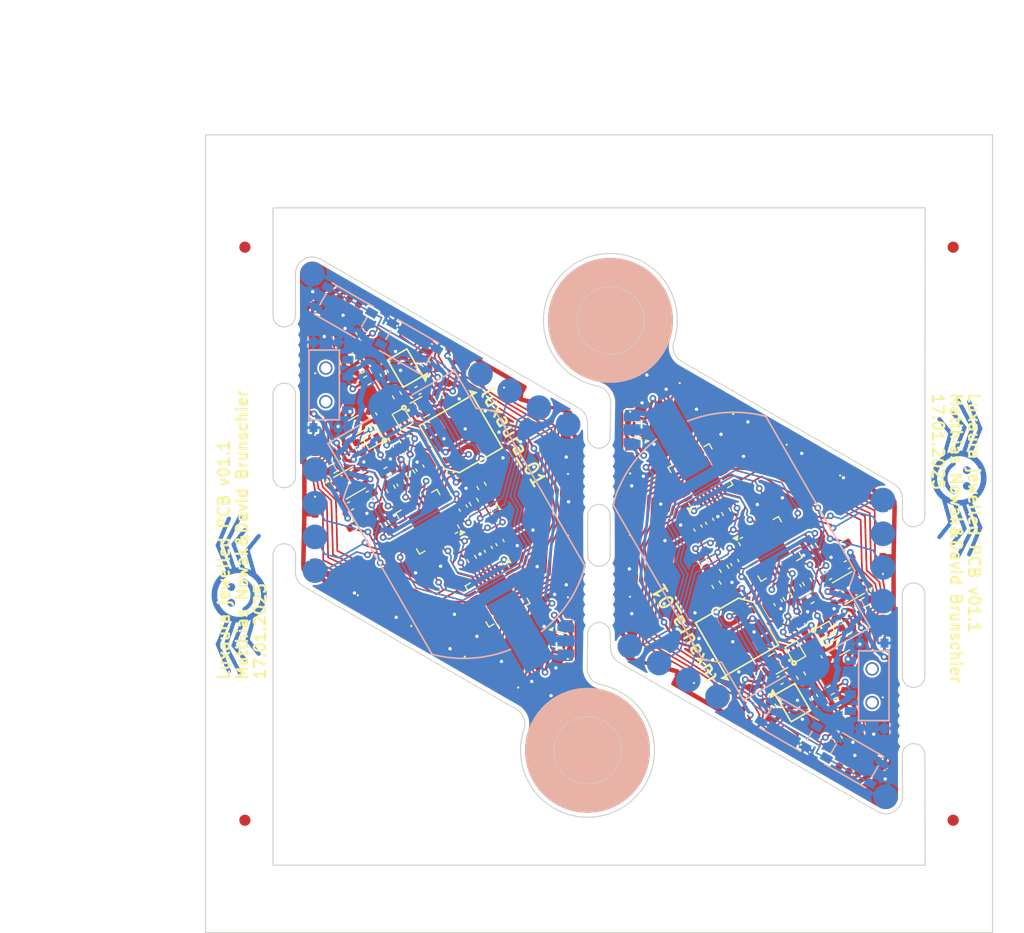
<source format=kicad_pcb>
(kicad_pcb (version 20240108) (generator "pcbnew") (generator_version "8.0")
  (title_block (title "JewelLED/LuxAura Earring (Dual PCB)") (date "2025-02-09") (rev "0.2") (company "Matthias Nowak @matthiasnowak"))
  (layers (0 "F.Cu" signal) (31 "B.Cu" signal) (34 "B.Paste" user) (35 "F.Paste" user) (36 "B.SilkS" user "B.Silkscreen") (37 "F.SilkS" user "F.Silkscreen") (38 "B.Mask" user) (39 "F.Mask" user) (44 "Edge.Cuts" user))
  (net 0 "")
  (net 1 "/BATT+_CRG1")
  (net 2 "Net-(BZ1--)")
  (net 3 "Net-(BT1--)")
  (net 4 "Net-(BZ1-+)")
  (net 5 "GND1")
  (net 6 "BUT11")
  (net 7 "BUT21")
  (net 8 "+5V1")
  (net 9 "Net-(D4-K)")
  (net 10 "Net-(D5-K)")
  (net 11 "Net-(D6-K)")
  (net 12 "Net-(D7-K)")
  (net 13 "Net-(D8-K)")
  (net 14 "Net-(D9-K)")
  (net 15 "Net-(D10-K)")
  (net 16 "Net-(D11-K)")
  (net 17 "Net-(D12-K)")
  (net 18 "Net-(D13-K)")
  (net 19 "Net-(D14-K)")
  (net 20 "Net-(D15-K)")
  (net 21 "Net-(D16-K)")
  (net 22 "Net-(D17-K)")
  (net 23 "Net-(D18-K)")
  (net 24 "+2V81")
  (net 25 "BATSENSE1")
  (net 26 "OPA1_N1")
  (net 27 "VAA1")
  (net 28 "Net-(U3-ISET)")
  (net 29 "OPA1_O1")
  (net 30 "Net-(U6-OUT)")
  (net 33 "Net-(C8-Pad2)")
  (net 34 "MIC_OUT_AMP1")
  (net 35 "OPA1_P1")
  (net 36 "Net-(D1-K)")
  (net 37 "Net-(D2-K)")
  (net 38 "Net-(D3-K)")
  (net 40 "Net-(JP1-B)")
  (net 41 "Net-(JP2-B)")
  (net 42 "OPA1_N2")
  (net 43 "Net-(U4-PROG)")
  (net 45 "Net-(BT2--)")
  (net 46 "/BATT+_CRG2")
  (net 47 "Net-(BZ2--)")
  (net 48 "Net-(BZ2-+)")
  (net 49 "GND2")
  (net 50 "BUT12")
  (net 51 "BUT22")
  (net 53 "+5V2")
  (net 54 "+2V82")
  (net 55 "Net-(JP3-B)")
  (net 56 "BATSENSE2")
  (net 57 "OPA1_O2")
  (net 58 "Net-(U12-OUT)")
  (net 59 "VAA2")
  (net 60 "Net-(D20-K)")
  (net 61 "Net-(D21-K)")
  (net 62 "Net-(D22-K)")
  (net 63 "Net-(D23-K)")
  (net 64 "Net-(D24-K)")
  (net 65 "Net-(D25-K)")
  (net 66 "Net-(D26-K)")
  (net 67 "Net-(D27-K)")
  (net 68 "Net-(D28-K)")
  (net 69 "Net-(D29-K)")
  (net 70 "Net-(D30-K)")
  (net 71 "Net-(D31-K)")
  (net 72 "Net-(D32-K)")
  (net 73 "SWDIO1")
  (net 74 "MCU_USBDP1")
  (net 75 "MCU_RXD1")
  (net 76 "MCU_TXD1")
  (net 77 "Net-(D33-K)")
  (net 78 "Net-(D34-K)")
  (net 79 "Net-(D35-K)")
  (net 80 "Net-(D36-K)")
  (net 81 "RST1")
  (net 82 "SWCLK1")
  (net 83 "BOOT01")
  (net 84 "Net-(D37-K)")
  (net 86 "MCU_USBDP2")
  (net 87 "MCU_TXD2")
  (net 88 "MCU_RXD2")
  (net 89 "SPEAKER_PWM1")
  (net 90 "I2C_SDA1")
  (net 91 "I2C_SCL1")
  (net 92 "RST2")
  (net 93 "SWDIO2")
  (net 94 "SWCLK2")
  (net 95 "BOOT02")
  (net 96 "VDD1")
  (net 97 "Net-(JP4-B)")
  (net 98 "SPEAKER_PWM2")
  (net 99 "Net-(C23-Pad2)")
  (net 100 "PERI_EN1")
  (net 101 "CHARGE_STATUS1")
  (net 102 "MIC_OUT_AMP2")
  (net 103 "I2C_SDA2")
  (net 104 "I2C_SCL2")
  (net 106 "VDD2")
  (net 107 "OPA1_P2")
  (net 108 "Net-(U9-ISET)")
  (net 109 "Net-(U10-PROG)")
  (net 110 "LED1_SDB1")
  (net 112 "LED1_SDB2")
  (net 114 "PERI_EN2")
  (net 115 "CHARGE_STATUS2")
  (footprint "jewelled_lc_fplib:mousebite_inner" (layer "F.Cu") (at 191.0888 91.4918 -90)
    (property "Reference" "SYM7" (hide yes))
    (property "Value" "mousebite_inner")
  )
  (footprint "LED_SMD:LED_0402_1005Metric" (layer "F.Cu") (at 215.34602 104.587264 90)
    (property "Reference" "D22" (hide yes))
    (property "Value" "white" (hide yes))
  )
  (footprint "LED_SMD:LED_0402_1005Metric" (layer "F.Cu") (at 164.84933 83.415983 -90)
    (property "Reference" "D2" (hide yes))
    (property "Value" "white" (hide yes))
  )
  (footprint "LED_SMD:LED_0402_1005Metric" (layer "F.Cu") (at 173.076574 78.66598 -30)
    (property "Reference" "D17" (hide yes))
    (property "Value" "white" (hide yes))
  )
  (footprint "jewelled_lc_fplib:ZTS6117H" (layer "F.Cu") (at 172.842727 81.860952 -150)
    (property "Reference" "U6" (hide yes))
    (property "Value" "LMA2718T381-OC3" (hide yes))
  )
  (footprint "LED_SMD:LED_0402_1005Metric" (layer "F.Cu") (at 164.855901 77.927362 -90)
    (property "Reference" "D1" (hide yes))
    (property "Value" "white" (hide yes))
  )
  (footprint "Capacitor_SMD:C_0402_1005Metric" (layer "F.Cu") (at 170.999731 82.318788 120)
    (property "Reference" "C12" (hide yes))
    (property "Value" "100nF" (hide yes))
  )
  (footprint "LED_SMD:LED_0402_1005Metric" (layer "F.Cu") (at 192.868779 84.65554 90)
    (property "Reference" "D29" (hide yes))
    (property "Value" "white" (hide yes))
  )
  (footprint "Capacitor_SMD:C_0402_1005Metric" (layer "F.Cu") (at 206.196054 109.639058 30)
    (property "Reference" "C23" (hide yes))
    (property "Value" "4.7uF" (hide yes))
  )
  (footprint "Package_TO_SOT_SMD:SOT-723" (layer "F.Cu") (at 205.857416 108.102521 -150)
    (property "Reference" "D38" (hide yes))
    (property "Value" "NSVBAS21M3T5G" (hide yes))
  )
  (footprint "Resistor_SMD:R_0402_1005Metric" (layer "F.Cu") (at 208.898906 102.420534 30)
    (property "Reference" "R26" (hide yes))
    (property "Value" "10k")
  )
  (footprint "Capacitor_SMD:C_0402_1005Metric" (layer "F.Cu") (at 174.169844 90.759582 120)
    (property "Reference" "C9" (hide yes))
    (property "Value" "10n")
  )
  (footprint "LED_SMD:LED_0402_1005Metric" (layer "F.Cu") (at 177.833143 81.404603 -30)
    (property "Reference" "D16" (hide yes))
    (property "Value" "white" (hide yes))
  )
  (footprint "jewelled_lc_fplib:ZTS6117H" (layer "F.Cu") (at 207.346054 111.630917 30)
    (property "Reference" "U12" (hide yes))
    (property "Value" "LMA2718T381-OC3" (hide yes))
  )
  (footprint "Capacitor_SMD:C_0402_1005Metric" (layer "F.Cu") (at 202.174098 99.172828 120)
    (property "Reference" "C26" (hide yes))
    (property "Value" "100nF" (hide yes))
  )
  (footprint "LED_SMD:LED_0402_1005Metric" (layer "F.Cu") (at 183.855901 110.836326 -30)
    (property "Reference" "D9" (hide yes))
    (property "Value" "white" (hide yes))
  )
  (footprint "Capacitor_SMD:C_0402_1005Metric" (layer "F.Cu") (at 168.292439 80.87962 -150)
    (property "Reference" "C6" (hide yes))
    (property "Value" "100nF" (hide yes))
  )
  (footprint "Capacitor_SMD:C_0402_1005Metric" (layer "F.Cu") (at 199.937496 95.498918 -60)
    (property "Reference" "C28" (hide yes))
    (property "Value" "100nF" (hide yes))
  )
  (footprint "Capacitor_SMD:C_0402_1005Metric" (layer "F.Cu") (at 180.251285 97.992949 120)
    (property "Reference" "C13" (hide yes))
    (property "Value" "100nF" (hide yes))
  )
  (footprint "LED_SMD:LED_0402_1005Metric" (layer "F.Cu") (at 210.60259 90.871401 150)
    (property "Reference" "D25" (hide yes))
    (property "Value" "white" (hide yes))
  )
  (footprint "Resistor_SMD:R_0402_1005Metric" (layer "F.Cu") (at 168.787248 88.936654 120)
    (property "Reference" "R12" (hide yes))
    (property "Value" "68k")
  )
  (footprint "LED_SMD:LED_0402_1005Metric" (layer "F.Cu") (at 215.352589 99.098643 90)
    (property "Reference" "D23" (hide yes))
    (property "Value" "white" (hide yes))
  )
  (footprint "Resistor_SMD:R_0402_1005Metric" (layer "F.Cu") (at 201.40974 94.648918 -60)
    (property "Reference" "R18" (hide yes))
    (property "Value" "68k" (hide yes))
  )
  (footprint "Resistor_SMD:R_0402_1005Metric" (layer "F.Cu") (at 210.696342 110.533786 -150)
    (property "Reference" "R20" (hide yes))
    (property "Value" "1M" (hide yes))
  )
  (footprint "LED_SMD:LED_0402_1005Metric" (layer "F.Cu") (at 168.320002 75.927364 -30)
    (property "Reference" "D18" (hide yes))
    (property "Value" "white" (hide yes))
  )
  (footprint "jewelled_lc_fplib:SMD-5025-0340" (layer "F.Cu") (at 202.376023 105.52257 30)
    (property "Reference" "BZ2" (hide yes))
    (property "Value" "SMD-5025-0340-12Ω")
  )
  (footprint "Resistor_SMD:R_0402_1005Metric" (layer "F.Cu") (at 172.069475 88.571636 -60)
    (property "Reference" "R8" (hide yes))
    (property "Value" "300k")
  )
  (footprint "Package_DFN_QFN:DFN-6-1EP_2x2mm_P0.65mm_EP1x1.6mm" (layer "F.Cu") (at 212.283792 101.43333 -150)
    (property "Reference" "U10" (hide yes))
    (property "Value" "WS4518D-6/TR" (hide yes))
  )
  (footprint "Capacitor_SMD:C_0402_1005Metric" (layer "F.Cu") (at 172.482037 92.086219 -60)
    (property "Reference" "C15" (hide yes))
    (property "Value" "1uF")
  )
  (footprint "Capacitor_SMD:C_0402_1005Metric" (layer "F.Cu") (at 207.706742 101.405647 120)
    (property "Reference" "C30" (hide yes))
    (property "Value" "1uF")
  )
  (footprint "Capacitor_SMD:C_0402_1005Metric" (layer "F.Cu") (at 209.18905 111.173079 -60)
    (property "Reference" "C27" (hide yes))
    (property "Value" "100nF" (hide yes))
  )
  (footprint "Resistor_SMD:R_0402_1005Metric" (layer "F.Cu") (at 179.646896 92.346112 -60)
    (property "Reference" "R14" (hide yes))
    (property "Value" "4k7" (hide yes))
  )
  (footprint "Capacitor_SMD:C_0402_1005Metric" (layer "F.Cu") (at 169.97535 86.114509 120)
    (property "Reference" "C4" (hide yes))
    (property "Value" "2.2uF" (hide yes))
  )
  (footprint "LED_SMD:LED_0402_1005Metric" (layer "F.Cu") (at 164.829622 99.881844 -60)
    (property "Reference" "D5" (hide yes))
    (property "Value" "white" (hide yes))
  )
  (footprint "jewelled_lc_fplib:SMD-5025-0340" (layer "F.Cu") (at 177.812758 87.969297 -150)
    (property "Reference" "BZ1" (hide yes))
    (property "Value" "SMD-5025-0340-12Ω")
  )
  (footprint "LED_SMD:LED_0402_1005Metric" (layer "F.Cu") (at 207.112209 114.825885 150)
    (property "Reference" "D36" (hide yes))
    (property "Value" "white" (hide yes))
  )
  (footprint "Capacitor_SMD:C_0402_1005Metric" (layer "F.Cu") (at 178.014683 94.319039 -60)
    (property "Reference" "C11" (hide yes))
    (property "Value" "100nF" (hide yes))
  )
  (footprint "jewelled_lc_fplib:DFN-3_1.0x0.6mm_P0.35mm" (layer "F.Cu") (at 170.030485 88.190001 -150)
    (property "Reference" "Q2" (hide yes))
    (property "Value" "DMP21D0UFB4-7B" (hide yes))
  )
  (footprint "jewelled_lc_fplib:DFN-3_1.0x0.6mm_P0.35mm" (layer "F.Cu") (at 210.158297 105.301864 30)
    (property "Reference" "Q4" (hide yes))
    (property "Value" "DMP21D0UFB4-7B" (hide yes))
  )
  (footprint "LED_SMD:LED_0402_1005Metric" (layer "F.Cu") (at 215.35916 93.610023 120)
    (property "Reference" "D24" (hide yes))
    (property "Value" "white" (hide yes))
  )
  (footprint "LED_SMD:LED_0402_1005Metric" (layer "F.Cu") (at 192.849069 101.121402 90)
    (property "Reference" "D32" (hide yes))
    (property "Value" "white" (hide yes))
  )
  (footprint "Capacitor_SMD:C_0402_1005Metric" (layer "F.Cu") (at 212.187767 99.367009 -150)
    (property "Reference" "C18" (hide yes))
    (property "Value" "2.2uF" (hide yes))
  )
  (footprint "Resistor_SMD:R_0402_1005Metric" (layer "F.Cu") (at 172.124728 84.267346 -60)
    (property "Reference" "R9" (hide yes))
    (property "Value" "10k")
  )
  (footprint "LED_SMD:LED_0402_1005Metric" (layer "F.Cu") (at 187.333142 97.859086 -90)
    (property "Reference" "D12" (hide yes))
    (property "Value" "white" (hide yes))
  )
  (footprint "LED_SMD:LED_0402_1005Metric" (layer "F.Cu") (at 192.8425 106.610022 120)
    (property "Reference" "D33" (hide yes))
    (property "Value" "white" (hide yes))
  )
  (footprint "Resistor_SMD:R_0402_1005Metric" (layer "F.Cu") (at 173.303816 91.259581 -60)
    (property "Reference" "R10" (hide yes))
    (property "Value" "20k")
  )
  (footprint "LED_SMD:LED_0402_1005Metric" (layer "F.Cu") (at 187.339712 92.370465 -90)
    (property "Reference" "D13" (hide yes))
    (property "Value" "white" (hide yes))
  )
  (footprint "LED_SMD:LED_0402_1005Metric" (layer "F.Cu") (at 215.33945 110.075885 90)
    (property "Reference" "D21" (hide yes))
    (property "Value" "white" (hide yes))
  )
  (footprint "LED_SMD:LED_0402_1005Metric" (layer "F.Cu") (at 192.855639 95.632781 90)
    (property "Reference" "D31" (hide yes))
    (property "Value" "white" (hide yes))
  )
  (footprint "Package_DFN_QFN:UDFN-4-1EP_1x1mm_P0.65mm_EP0.48x0.48mm" (layer "F.Cu") (at 168.589711 86.914508 -150)
    (property "Reference" "U2" (hide yes))
    (property "Value" "LW5228N11E" (hide yes))
  )
  (footprint "LED_SMD:LED_0402_1005Metric" (layer "F.Cu") (at 164.836194 94.393225 -90)
    (property "Reference" "D4" (hide yes))
    (property "Value" "white" (hide yes))
  )
  (footprint "jewelled_lc_fplib:jlcpcb_toolhole" (layer "F.Cu") (at 157.6 128.1)
    (property "Reference" "SYM14" (hide yes))
    (property "Value" "jlcpcb_toolhole")
  )
  (footprint "Package_DFN_QFN:QFN-28-1EP_4x4mm_P0.4mm_EP2.6x2.6mm" (layer "F.Cu") (at 174.906798 95.536027 -150)
    (property "Reference" "U1" (hide yes))
    (property "Value" "CH32V203G6U6" (hide yes))
  )
  (footprint "Package_DFN_QFN:DFN-6-1EP_2x2mm_P0.65mm_EP1x1.6mm" (layer "F.Cu") (at 167.904989 92.058539 30)
    (property "Reference" "U4" (hide yes))
    (property "Value" "WS4518D-6/TR" (hide yes))
  )
  (footprint "Capacitor_SMD:C_0402_1005Metric" (layer "F.Cu") (at 173.992727 83.852809 -150)
    (property "Reference" "C8" (hide yes))
    (property "Value" "4.7uF" (hide yes))
  )
  (footprint "Capacitor_SMD:C_0402_1005Metric" (layer "F.Cu") (at 174.68907 81.458915 120)
    (property "Reference" "C2" (hide yes))
    (property "Value" "100nF" (hide yes))
  )
  (footprint "Package_DFN_QFN:UDFN-4-1EP_1x1mm_P0.65mm_EP0.48x0.48mm" (layer "F.Cu") (at 211.599073 106.57736 30)
    (property "Reference" "U8" (hide yes))
    (property "Value" "LW5228N11E" (hide yes))
  )
  (footprint "Capacitor_SMD:C_0402_1005Metric" (layer "F.Cu") (at 209.076469 97.728083 -60)
    (property "Reference" "C25" (hide yes))
    (property "Value" "100nF" (hide yes))
  )
  (footprint "Resistor_SMD:R_0402_1005Metric" (layer "F.Cu") (at 211.296342 111.573016 30)
    (property "Reference" "R22" (hide yes))
    (property "Value" "1M" (hide yes))
  )
  (footprint "jewelled_lc_fplib:jlcpcb_toolhole" (layer "F.Cu") (at 222.1 65.1)
    (property "Reference" "SYM2" (hide yes))
    (property "Value" "jlcpcb_toolhole")
  )
  (footprint "Capacitor_SMD:C_0402_1005Metric" (layer "F.Cu") (at 210.213431 107.37736 -60)
    (property "Reference" "C19" (hide yes))
    (property "Value" "2.2uF" (hide yes))
  )
  (footprint "Resistor_SMD:R_0402_1005Metric" (layer "F.Cu") (at 169.492438 82.95808 30)
    (property "Reference" "R5" (hide yes))
    (property "Value" "1M" (hide yes))
  )
  (footprint "jewelled_lc_fplib:mousebite_outer" (layer "F.Cu") (at 161.101 80.7 90)
    (property "Reference" "SYM6" (hide yes))
    (property "Value" "mousebite_outer")
  )
  (footprint "Package_DFN_QFN:UDFN-4-1EP_1x1mm_P0.65mm_EP0.48x0.48mm" (layer "F.Cu") (at 186.582023 106.058108 -15)
    (property "Reference" "U5" (hide yes))
    (property "Value" "AP6683" (hide yes))
  )
  (footprint "Fiducial:Fiducial_1mm_Mask2mm" (layer "F.Cu") (at 221.6 71.1)
    (property "Reference" "SYM4" (hide yes))
    (property "Value" "jlcpcb_fiducial")
  )
  (footprint "Resistor_SMD:R_0402_1005Metric" (layer "F.Cu") (at 213.731309 102.690501 -150)
    (property "Reference" "R21" (hide yes))
    (property "Value" "68k" (hide yes))
  )
  (footprint "Capacitor_SMD:C_0402_1005Metric" (layer "F.Cu") (at 169.668114 93.16236 -150)
    (property "Reference" "C5" (hide yes))
    (property "Value" "2.2uF" (hide yes))
  )
  (footprint "Resistor_SMD:R_0402_1005Metric" (layer "F.Cu") (at 211.80493 97.653916 -150)
    (property "Reference" "R16" (hide yes))
    (property "Value" "33k")
  )
  (footprint "jewelled_lc_fplib:mousebite_outer" (layer "F.Cu") (at 161.1 95 90)
    (property "Reference" "SYM9" (hide yes))
    (property "Value" "mousebite_outer")
  )
  (footprint "Capacitor_SMD:C_0402_1005Metric" (layer "F.Cu") (at 210.520668 100.329508 30)
    (property "Reference" "C20" (hide yes))
    (property "Value" "2.2uF" (hide yes))
  )
  (footprint "Package_TO_SOT_SMD:SOT-723" (layer "F.Cu") (at 174.331363 85.389345 30)
    (property "Reference" "D19" (hide yes))
    (property "Value" "NSVBAS21M3T5G" (hide yes))
  )
  (footprint "jewelled_lc_fplib:mousebite_outer" (layer "F.Cu") (at 219.081 98.482 -90)
    (property "Reference" "SYM5" (hide yes))
    (property "Value" "mousebite_outer")
  )
  (footprint "Resistor_SMD:R_0402_1005Metric" (layer "F.Cu") (at 206.884964 102.232284 120)
    (property "Reference" "R25" (hide yes))
    (property "Value" "20k")
  )
  (footprint "LED_SMD:LED_0402_1005Metric" (layer "F.Cu") (at 196.33288 82.65554 150)
    (property "Reference" "D28" (hide yes))
    (property "Value" "white" (hide yes))
  )
  (footprint "Resistor_SMD:R_0402_1005Metric" (layer "F.Cu") (at 168.38385 95.837952 30)
    (property "Reference" "R1" (hide yes))
    (property "Value" "33k")
  )
  (footprint "Resistor_SMD:R_0402_1005Metric" (layer "F.Cu") (at 204.298571 109.00252 120)
    (property "Reference" "R19" (hide yes))
    (property "Value" "47")
  )
  (footprint "LED_SMD:LED_0402_1005Metric" (layer "F.Cu") (at 215.33288 115.564505 90)
    (property "Reference" "D20" (hide yes))
    (property "Value" "white" (hide yes))
  )
  (footprint "Package_DFN_QFN:QFN-28-1EP_4x4mm_P0.4mm_EP2.6x2.6mm" (layer "F.Cu") (at 205.281983 97.95584 30)
    (property "Reference" "U7" (hide yes))
    (property "Value" "CH32V203G6U6" (hide yes))
  )
  (footprint "LED_SMD:LED_0402_1005Metric" (layer "F.Cu") (at 192.862209 90.144161 90)
    (property "Reference" "D30" (hide yes))
    (property "Value" "white" (hide yes))
  )
  (footprint "Capacitor_SMD:C_0402_1005Metric" (layer "F.Cu") (at 206.018938 102.732284 -60)
    (property "Reference" "C24" (hide yes))
    (property "Value" "10n")
  )
  (footprint "LED_SMD:LED_0402_1005Metric" (layer "F.Cu") (at 201.089451 85.394161 150)
    (property "Reference" "D27" (hide yes))
    (property "Value" "white" (hide yes))
  )
  (footprint "jewelled_lc_fplib:DFN-3_1.0x0.6mm_P0.35mm" (layer "F.Cu") (at 207.567817 107.115021 120)
    (property "Reference" "Q3" (hide yes))
    (property "Value" "TPM2008EP3" (hide yes))
  )
  (footprint "Capacitor_SMD:C_0402_1005Metric" (layer "F.Cu") (at 211.896343 112.612247 30)
    (property "Reference" "C21" (hide yes))
    (property "Value" "100nF" (hide yes))
  )
  (footprint "Resistor_SMD:R_0402_1005Metric" (layer "F.Cu") (at 200.541887 101.145755 120)
    (property "Reference" "R29" (hide yes))
    (property "Value" "4k7" (hide yes))
  )
  (footprint "LED_SMD:LED_0402_1005Metric" (layer "F.Cu") (at 174.342759 105.359087 -30)
    (property "Reference" "D7" (hide yes))
    (property "Value" "white" (hide yes))
  )
  (footprint "Package_DFN_QFN:QFN-28-1EP_4x4mm_P0.4mm_EP2.4x2.4mm" (layer "F.Cu") (at 181.075452 102.020448 -60)
    (property "Reference" "U3" (hide yes))
    (property "Value" "IS31FL3208A-QFLS4-TR" (hide yes))
  )
  (footprint "jewelled_lc_fplib:mousebite_inner" (layer "F.Cu") (at 189.1 102 90)
    (property "Reference" "SYM8" (hide yes))
    (property "Value" "mousebite_inner")
  )
  (footprint "Capacitor_SMD:C_0402_1005Metric" (layer "F.Cu") (at 172.881079 89.777373 -150)
    (property "Reference" "C7" (hide yes))
    (property "Value" "27pF")
  )
  (footprint "Resistor_SMD:R_0402_1005Metric" (layer "F.Cu") (at 178.77904 98.842948 120)
    (property "Reference" "R3" (hide yes))
    (property "Value" "68k" (hide yes))
  )
  (footprint "LED_SMD:LED_0402_1005Metric" (layer "F.Cu") (at 179.09933 108.097706 -30)
    (property "Reference" "D8" (hide yes))
    (property "Value" "white" (hide yes))
  )
  (footprint "Fiducial:Fiducial_1mm_Mask2mm" (layer "F.Cu") (at 158.6 71.1)
    (property "Reference" "SYM3" (hide yes))
    (property "Value" "jlcpcb_fiducial")
  )
  (footprint "LED_SMD:LED_0402_1005Metric" (layer "F.Cu") (at 187.320003 108.836325 -90)
    (property "Reference" "D10" (hide yes))
    (property "Value" "white" (hide yes))
  )
  (footprint "jewelled_lc_fplib:mousebite_outer" (layer "F.Cu") (at 219.081 112.783 -90)
    (property "Reference" "SYM10" (hide yes))
    (property "Value" "mousebite_outer")
  )
  (footprint "Capacitor_SMD:C_0402_1005Metric" (layer "F.Cu") (at 198.898266 96.098919 -60)
    (property "Reference" "C29" (hide yes))
    (property "Value" "2.2uF" (hide yes))
  )
  (footprint "jewelled_lc_fplib:DFN-3_1.0x0.6mm_P0.35mm" (layer "F.Cu") (at 172.620964 86.376848 -60)
    (property "Reference" "Q1" (hide yes))
    (property "Value" "TPM2008EP3" (hide yes))
  )
  (footprint "LED_SMD:LED_0402_1005Metric" (layer "F.Cu") (at 182.58971 84.143225 -30)
    (property "Reference" "D15" (hide yes))
    (property "Value" "white" (hide yes))
  )
  (footprint "Resistor_SMD:R_0402_1005Metric" (layer "F.Cu") (at 208.064051 109.224522 120)
    (property "Reference" "R24" (hide yes))
    (property "Value" "10k")
  )
  (footprint "Resistor_SMD:R_0402_1005Metric" (layer "F.Cu") (at 199.391888 99.153897 120)
    (property "Reference" "R28" (hide yes))
    (property "Value" "4k7" (hide yes))
  )
  (footprint "Resistor_SMD:R_0402_1005Metric" (layer "F.Cu") (at 171.572712 92.611219 -60)
    (property "Reference" "R15" (hide yes))
    (property "Value" "10k")
  )
  (footprint "LED_SMD:LED_0402_1005Metric" (layer "F.Cu") (at 187.326573 103.347705 -90)
    (property "Reference" "D11" (hide yes))
    (property "Value" "white" (hide yes))
  )
  (footprint "Package_DFN_QFN:QFN-28-1EP_4x4mm_P0.4mm_EP2.4x2.4mm" (layer "F.Cu") (at 199.113329 91.471419 120)
    (property "Reference" "U9" (hide yes))
    (property "Value" "IS31FL3208A-QFLS4-TR" (hide yes))
  )
  (footprint "Capacitor_SMD:C_0402_1005Metric" (layer "F.Cu") (at 181.290516 97.392947 120)
    (property "Reference" "C14" (hide yes))
    (property "Value" "2.2uF" (hide yes))
  )
  (footprint "Resistor_SMD:R_0402_1005Metric" (layer "F.Cu") (at 211.401534 104.555213 -60)
    (property "Reference" "R27" (hide yes))
    (property "Value" "68k")
  )
  (footprint "Capacitor_SMD:C_0402_1005Metric" (layer "F.Cu") (at 168.001014 94.124859 30)
    (property "Reference" "C3" (hide yes))
    (property "Value" "2.2uF" (hide yes))
  )
  (footprint "Capacitor_SMD:C_0402_1005Metric" (layer "F.Cu") (at 211.360702 114.88449 -60)
    (property "Reference" "C16" (hide yes))
    (property "Value" "100nF" (hide yes))
  )
  (footprint "jewelled_lc_fplib:jlcpcb_toolhole" (layer "F.Cu") (at 222.1 128.1)
    (property "Reference" "SYM13" (hide yes))
    (property "Value" "jlcpcb_toolhole")
  )
  (footprint "LED_SMD:LED_0402_1005Metric" (layer "F.Cu") (at 197.599069 109.348643 150)
    (property "Reference" "D34" (hide yes))
    (property "Value" "white" (hide yes))
  )
  (footprint "Resistor_SMD:R_0402_1005Metric" (layer "F.Cu") (at 180.796893 94.33797 -60)
    (property "Reference" "R13" (hide yes))
    (property "Value" "4k7" (hide yes))
  )
  (footprint "LED_SMD:LED_0402_1005Metric" (layer "F.Cu") (at 211.868778 117.564505 150)
    (property "Reference" "D37" (hide yes))
    (property "Value" "white" (hide yes))
  )
  (footprint "LED_SMD:LED_0402_1005Metric" (layer "F.Cu") (at 164.842763 88.904602 -90)
    (property "Reference" "D3" (hide yes))
    (property "Value" "white" (hide yes))
  )
  (footprint "LED_SMD:LED_0402_1005Metric" (layer "F.Cu") (at 187.346281 86.881845 -60)
    (property "Reference" "D14" (hide yes))
    (property "Value" "white" (hide yes))
  )
  (footprint "Resistor_SMD:R_0402_1005Metric" (layer "F.Cu") (at 166.457472 90.801366 30)
    (property "Reference" "R6" (hide yes))
    (property "Value" "68k" (hide yes))
  )
  (footprint "LED_SMD:LED_0402_1005Metric" (layer "F.Cu") (at 202.355638 112.087264 150)
    (property "Reference" "D35" (hide yes))
    (property "Value" "white" (hide yes))
  )
  (footprint "Resistor_SMD:R_0402_1005Metric" (layer "F.Cu") (at 175.89021 84.489347 -60)
    (property "Reference" "R4" (hide yes))
    (property "Value" "47")
  )
  (footprint "Fiducial:Fiducial_1mm_Mask2mm" (layer "F.Cu") (at 221.6 122.1)
    (property "Reference" "SYM12" (hide yes))
    (property "Value" "jlcpcb_fiducial")
  )
  (footprint "Capacitor_SMD:C_0402_1005Metric" (layer "F.Cu") (at 171.112312 95.763784 120)
    (property "Reference" "C10" (hide yes))
    (property "Value" "100nF" (hide yes))
  )
  (footprint "Resistor_SMD:R_0402_1005Metric" (layer "F.Cu") (at 178.96731 93.76904 120)
    (property "Reference" "R2" (hide yes))
    (property "Value" "68k")
  )
  (footprint "LED_SMD:LED_0402_1005Metric" (layer "F.Cu") (at 205.84602 88.132781 150)
    (property "Reference" "D26" (hide yes))
    (property "Value" "white" (hide yes))
  )
  (footprint "Capacitor_SMD:C_0402_1005Metric" (layer "F.Cu") (at 168.828079 78.607377 120)
    (property "Reference" "C1" (hide yes))
    (property "Value" "100nF" (hide yes))
  )
  (footprint "Resistor_SMD:R_0402_1005Metric" (layer "F.Cu") (at 168.892439 81.918851 -150)
    (property "Reference" "R7" (hide yes))
    (property "Value" "1M" (hide yes))
  )
  (footprint "LED_SMD:LED_0402_1005Metric" (layer "F.Cu") (at 169.586191 102.620468 -30)
    (property "Reference" "D6" (hide yes))
    (property "Value" "white" (hide yes))
  )
  (footprint "Resistor_SMD:R_0402_1005Metric" (layer "F.Cu") (at 208.616068 100.880647 120)
    (property "Reference" "R30" (hide yes))
    (property "Value" "10k")
  )
  (footprint "Resistor_SMD:R_0402_1005Metric" (layer "F.Cu") (at 208.119307 104.92023 120)
    (property "Reference" "R23" (hide yes))
    (property "Value" "300k")
  )
  (footprint "Resistor_SMD:R_0402_1005Metric" (layer "F.Cu") (at 171.289876 91.071333 -150)
    (property "Reference" "R11" (hide yes))
    (property "Value" "10k")
  )
  (footprint "Package_DFN_QFN:UDFN-4-1EP_1x1mm_P0.65mm_EP0.48x0.48mm" (layer "F.Cu") (at 193.606759 87.43376 165)
    (property "Reference" "U11" (hide yes))
    (property "Value" "AP6683" (hide yes))
  )
  (footprint "Capacitor_SMD:C_0402_1005Metric" (layer "F.Cu") (at 205.499709 112.032952 -60)
    (property "Reference" "C17" (hide yes))
    (property "Value" "100nF" (hide yes))
  )
  (footprint "Fiducial:Fiducial_1mm_Mask2mm" (layer "F.Cu") (at 158.6 122.1)
    (property "Reference" "SYM11" (hide yes))
    (property "Value" "jlcpcb_fiducial")
  )
  (footprint "Resistor_SMD:R_0402_1005Metric" (layer "F.Cu") (at 201.221471 99.722828 -60)
    (property "Reference" "R17" (hide yes))
    (property "Value" "68k")
  )
  (footprint "Capacitor_SMD:C_0402_1005Metric" (layer "F.Cu") (at 207.307704 103.714492 30)
    (property "Reference" "C22" (hide yes))
    (property "Value" "27pF")
  )
  (footprint "jewelled_lc_fplib:jlcpcb_toolhole" (layer "F.Cu") (at 158.1 65.1)
    (property "Reference" "SYM1" (hide yes))
    (property "Value" "jlcpcb_toolhole")
  )
  (footprint "jewelled_lc_fplib:SolderJumper-2_P1.3mm_Open_RoundedPad1.0x1.5mm_NoSilk" (layer "B.Cu") (at 169.893752 82.553178 -150)
    (property "Reference" "JP1" (hide yes))
    (property "Value" "Jumper_2")
  )
  (footprint "jewelled_lc_fplib:SS-3292S-L1-B" (layer "B.Cu") (at 165.797953 83.359043 90)
    (property "Reference" "SW3" (hide yes))
    (property "Value" "SS-3292S-L1-B")
  )
  (footprint "jewelled_lc_fplib:pogo_conn_01x01_P2.0mm" (layer "B.Cu") (at 164.600454 73.484914 30)
    (property "Reference" "J2" (hide yes))
    (property "Value" "Conn_01x01")
  )
  (footprint "jewelled_lc_fplib:SolderJumper-2_P1.3mm_Open_RoundedPad1.0x1.5mm_NoSilk" (layer "B.Cu") (at 210.295029 110.938689 30)
    (property "Reference" "JP3" (hide yes))
    (property "Value" "Jumper_2")
  )
  (footprint "jewelled_lc_fplib:GT-TC048D-H025-L1" (layer "B.Cu") (at 173.187758 79.958562 150)
    (property "Reference" "SW2" (hide yes))
    (property "Value" "GT-TC048D-H025-L1" (hide yes))
  )
  (footprint "jewelled_lc_fplib:SolderJumper-3_P1.3mm_Open_RoundedPad1.0x1.5mm_NoSilk" (layer "B.Cu") (at 193.042048 87.355652 -90)
    (property "Reference" "JP4" (hide yes))
    (property "Value" "BAT_SEL")
  )
  (footprint "jewelled_lc_fplib:pogo_conn_01x03_P2.0mm_angled" (layer "B.Cu") (at 164.832121 99.886175 120)
    (property "Reference" "J1" (hide yes))
    (property "Value" "Conn_01x04")
  )
  (footprint "jewelled_lc_fplib:pogo_conn_01x01_P2.0mm" (layer "B.Cu") (at 215.588329 120.006956 -150)
    (property "Reference" "J5" (hide yes))
    (property "Value" "Conn_01x01")
  )
  (footprint "jewelled_lc_fplib:SolderJumper-3_P1.3mm_Open_RoundedPad1.0x1.5mm_NoSilk" (layer "B.Cu") (at 187.146733 106.136215 90)
    (property "Reference" "JP2" (hide yes))
    (property "Value" "BAT_SEL")
  )
  (footprint "jewelled_lc_fplib:GT-TC048D-H025-L1" (layer "B.Cu") (at 212.795509 116.76965 150)
    (property "Reference" "SW4" (hide yes))
    (property "Value" "GT-TC048D-H025-L1" (hide yes))
  )
  (footprint "jewelled_lc_fplib:pogo_conn_01x03_P2.0mm_angled" (layer "B.Cu") (at 187.346281 86.881845 180)
    (property "Reference" "J3" (hide yes))
    (property "Value" "Conn_01x04")
  )
  (footprint "jewelled_lc_fplib:BS-08-B2BA004" (layer "B.Cu") (at 178.080356 96.53279 120)
    (property "Reference" "BT1" (hide yes))
    (property "Value" "BS-08-B2BA004" (hide yes))
  )
  (footprint "jewelled_lc_fplib:pogo_conn_01x03_P2.0mm_angled" (layer "B.Cu") (at 215.35666 93.605692 -60)
    (property "Reference" "J4" (hide yes))
    (property "Value" "Conn_01x04")
  )
  (footprint "jewelled_lc_fplib:SS-3292S-L1-B" (layer "B.Cu") (at 214.390828 110.132824 -90)
    (property "Reference" "SW6" (hide yes))
    (property "Value" "SS-3292S-L1-B")
  )
  (footprint "jewelled_lc_fplib:BS-08-B2BA004" (layer "B.Cu") (at 202.108425 96.959077 -60)
    (property "Reference" "BT2" (hide yes))
    (property "Value" "BS-08-B2BA004" (hide yes))
  )
  (footprint "jewelled_lc_fplib:pogo_conn_01x03_P2.0mm_angled" (layer "B.Cu") (at 192.8425 106.610022)
    (property "Reference" "J6" (hide yes))
    (property "Value" "Conn_01x04")
  )
  (footprint "jewelled_lc_fplib:GT-TC048D-H025-L1" (layer "B.Cu") (at 207.001023 113.533305 -30)
    (property "Reference" "SW5" (hide yes))
    (property "Value" "GT-TC048D-H025-L1" (hide yes))
  )
  (footprint "jewelled_lc_fplib:GT-TC048D-H025-L1" (layer "B.Cu") (at 167.393274 76.722217 -30)
    (property "Reference" "SW1" (hide yes))
    (property "Value" "GT-TC048D-H025-L1" (hide yes))
  )
  (gr_line (start 220.717995 89.952006) (end 221.368003 87.651998) (stroke (width 0.36)) (layer "B.Cu"))
  (gr_line (start 222.617997 87.151999) (end 221.618 85.902) (stroke (width 0.36)) (layer "B.Cu"))
  (gr_line (start 223.317997 96.152002) (end 222.517999 93.852002) (stroke (width 0.36)) (layer "B.Cu"))
  (gr_line (start 224.017999 96.052001) (end 223.017993 93.652001) (stroke (width 0.36)) (layer "B.Cu"))
  (gr_line (start 222.618004 96.151998) (end 221.717999 93.852) (stroke (width 0.36)) (layer "B.Cu"))
  (gr_line (start 156.882002 97.547996) (end 157.682001 99.847998) (stroke (width 0.36)) (layer "B.Cu"))
  (gr_line (start 157.581996 97.548002) (end 158.482001 99.848001) (stroke (width 0.36)) (layer "B.Cu"))
  (gr_line (start 157.681998 104.248002) (end 156.882003 106.548001) (stroke (width 0.36)) (layer "B.Cu"))
  (gr_circle (center 222.117998 91.652) (end 222.118 93.851998) (stroke (width 0.5)) (fill none) (layer "B.Cu"))
  (gr_line (start 157.582004 106.548002) (end 158.582002 107.798001) (stroke (width 0.36)) (layer "B.Cu"))
  (gr_line (start 156.882003 106.548001) (end 158.182002 109.048006) (stroke (width 0.36)) (layer "B.Cu"))
  (gr_line (start 221.618 97.402001) (end 222.618004 96.151998) (stroke (width 0.36)) (layer "B.Cu"))
  (gr_circle (center 157.381996 101.348001) (end 157.382001 101.097998) (stroke (width 0.2)) (fill solid) (layer "B.Cu"))
  (gr_line (start 222.518 89.451999) (end 223.317997 87.152) (stroke (width 0.36)) (layer "B.Cu"))
  (gr_line (start 156.182 106.448001) (end 157.181997 108.848001) (stroke (width 0.36)) (layer "B.Cu"))
  (gr_line (start 158.832 98.048001) (end 159.482 100.348004) (stroke (width 0.36)) (layer "B.Cu"))
  (gr_line (start 223.017998 89.652) (end 224.018001 87.251997) (stroke (width 0.36)) (layer "B.Cu"))
  (gr_line (start 158.831997 106.048002) (end 159.832001 107.298002) (stroke (width 0.36)) (layer "B.Cu"))
  (gr_line (start 157.181997 95.248001) (end 156.182 97.648001) (stroke (width 0.36)) (layer "B.Cu"))
  (gr_line (start 224.018001 87.251997) (end 223.018005 84.852001) (stroke (width 0.36)) (layer "B.Cu"))
  (gr_line (start 158.482 104.248) (end 157.582004 106.548002) (stroke (width 0.36)) (layer "B.Cu"))
  (gr_circle (center 222.818001 90.951999) (end 222.818 91.201999) (stroke (width 0.2)) (fill solid) (layer "B.Cu"))
  (gr_circle (center 158.082002 102.048) (end 158.082001 99.848) (stroke (width 0.5)) (fill none) (layer "B.Cu"))
  (gr_line (start 156.182 97.648001) (end 157.182008 100.047999) (stroke (width 0.36)) (layer "B.Cu"))
  (gr_line (start 221.718 89.452) (end 222.617997 87.151999) (stroke (width 0.36)) (layer "B.Cu"))
  (gr_circle (center 157.381998 102.747999) (end 157.382 102.498001) (stroke (width 0.2)) (fill solid) (layer "B.Cu"))
  (gr_arc (start 158.551401 100.789053) (mid 159.282004 102.048004) (end 158.551402 103.306953) (stroke (width 0.36)) (layer "B.Cu"))
  (gr_line (start 159.832005 96.797997) (end 158.832 98.048001) (stroke (width 0.36)) (layer "B.Cu"))
  (gr_line (start 158.182 95.047998) (end 156.882002 97.547996) (stroke (width 0.36)) (layer "B.Cu"))
  (gr_line (start 222.018 98.652002) (end 223.317997 96.152002) (stroke (width 0.36)) (layer "B.Cu"))
  (gr_line (start 159.482005 103.747992) (end 158.831997 106.048002) (stroke (width 0.36)) (layer "B.Cu"))
  (gr_line (start 223.018003 98.451999) (end 224.017999 96.052001) (stroke (width 0.36)) (layer "B.Cu"))
  (gr_line (start 220.367997 96.902002) (end 221.368001 95.652001) (stroke (width 0.36)) (layer "B.Cu"))
  (gr_line (start 157.182002 104.048) (end 156.182 106.448001) (stroke (width 0.36)) (layer "B.Cu"))
  (gr_line (start 158.582002 96.297998) (end 157.581996 97.548002) (stroke (width 0.36)) (layer "B.Cu"))
  (gr_line (start 221.368001 95.652001) (end 220.718 93.351995) (stroke (width 0.36)) (layer "B.Cu"))
  (gr_line (start 223.317997 87.152) (end 222.018 84.651995) (stroke (width 0.36)) (layer "B.Cu"))
  (gr_circle (center 222.818003 92.351998) (end 222.817999 92.602003) (stroke (width 0.2)) (fill solid) (layer "B.Cu"))
  (gr_line (start 221.368003 87.651998) (end 220.367999 86.401996) (stroke (width 0.36)) (layer "B.Cu"))
  (gr_arc (start 221.648599 92.910947) (mid 220.917997 91.651996) (end 221.648598 90.393047) (stroke (width 0.36)) (layer "B.Cu"))
  (gr_circle (center 191.11333 77.615013) (end 195.876469 74.865012) (stroke (width 0.1)) (fill solid) (layer "B.SilkS"))
  (gr_circle (center 189.075451 115.876855) (end 184.312313 118.626855) (stroke (width 0.1)) (fill solid) (layer "B.SilkS"))
  (gr_circle (center 191.11333 77.615013) (end 195.876469 74.865012) (stroke (width 0.1)) (fill solid) (layer "F.SilkS"))
  (gr_circle (center 189.075451 115.876855) (end 184.312313 118.626855) (stroke (width 0.1)) (fill solid) (layer "F.SilkS"))
  (gr_line (start 225.1 132.1) (end 155.1 132.1) (stroke (width 0.1)) (layer "Edge.Cuts"))
  (gr_arc (start 163.1 91.5) (mid 162.1 92.5) (end 161.1 91.5) (stroke (width 0.1)) (layer "Edge.Cuts"))
  (gr_arc (start 182.751107 112.224716) (mid 183.395104 112.969822) (end 183.438153 113.953725) (stroke (width 0.1)) (layer "Edge.Cuts"))
  (gr_line (start 189.1 105.5) (end 189.05061 108.570219) (stroke (width 0.1)) (layer "Edge.Cuts"))
  (gr_arc (start 191.86333 108.048027) (mid 191.3143 107.498984) (end 191.11333 106.748987) (stroke (width 0.1)) (layer "Edge.Cuts"))
  (gr_arc (start 197.437674 81.267151) (mid 196.793675 80.522045) (end 196.750631 79.538141) (stroke (width 0.1)) (layer "Edge.Cuts"))
  (gr_arc (start 189.985549 83.463577) (mid 190.815255 83.992303) (end 191.138171 84.921646) (stroke (width 0.1)) (layer "Edge.Cuts"))
  (gr_line (start 163.101 77.2) (end 163.094689 73.47493) (stroke (width 0.1)) (layer "Edge.Cuts"))
  (gr_arc (start 163.844686 101.309867) (mid 163.29564 100.760834) (end 163.094689 100.010831) (stroke (width 0.1)) (layer "Edge.Cuts"))
  (gr_line (start 191.138171 84.921646) (end 191.089 87.991998) (stroke (width 0.1)) (layer "Edge.Cuts"))
  (gr_line (start 219.1 126.1) (end 161.1 126.1) (stroke (width 0.1)) (layer "Edge.Cuts"))
  (gr_line (start 216.344093 92.182001) (end 197.437674 81.267151) (stroke (width 0.1)) (layer "Edge.Cuts"))
  (gr_arc (start 190.203234 110.028288) (mid 189.373528 109.499562) (end 189.05061 108.570219) (stroke (width 0.1)) (layer "Edge.Cuts"))
  (gr_line (start 188.325454 85.44384) (end 165.34469 72.175893) (stroke (width 0.1)) (layer "Edge.Cuts"))
  (gr_arc (start 216.344093 92.182001) (mid 216.893139 92.731033) (end 217.094092 93.481036) (stroke (width 0.1)) (layer "Edge.Cuts"))
  (gr_arc (start 161.1 98.5) (mid 162.1 97.5) (end 163.1 98.5) (stroke (width 0.1)) (layer "Edge.Cuts"))
  (gr_arc (start 189.1 105.5) (mid 190.1 104.5) (end 191.1 105.5) (stroke (width 0.1)) (layer "Edge.Cuts"))
  (gr_arc (start 217.081 116.283) (mid 218.081 115.283) (end 219.081 116.283) (stroke (width 0.1)) (layer "Edge.Cuts"))
  (gr_line (start 161.1 67.6) (end 219.1 67.6) (stroke (width 0.1)) (layer "Edge.Cuts"))
  (gr_line (start 225.1 61.1) (end 155.1 61.1) (stroke (width 0.1)) (layer "Edge.Cuts"))
  (gr_arc (start 217.081 101.982) (mid 218.081 100.982) (end 219.081 101.982) (stroke (width 0.1)) (layer "Edge.Cuts"))
  (gr_arc (start 217.094093 120.016935) (mid 216.344092 121.315973) (end 214.844091 121.315974) (stroke (width 0.1)) (layer "Edge.Cuts"))
  (gr_line (start 191.089002 94.992002) (end 191.100001 98.499998) (stroke (width 0.1)) (layer "Edge.Cuts"))
  (gr_line (start 219.1 126.1) (end 219.081 116.283) (stroke (width 0.1)) (layer "Edge.Cuts"))
  (gr_line (start 155.1 132.1) (end 155.1 61.1) (stroke (width 0.1)) (layer "Edge.Cuts"))
  (gr_arc (start 190.203229 110.028293) (mid 192.064795 121.028685) (end 183.438153 113.953728) (stroke (width 0.1)) (layer "Edge.Cuts"))
  (gr_arc (start 188.325454 85.44384) (mid 188.874483 85.992884) (end 189.075451 86.74288) (stroke (width 0.1)) (layer "Edge.Cuts"))
  (gr_line (start 161.101 77.2) (end 161.1 67.6) (stroke (width 0.1)) (layer "Edge.Cuts"))
  (gr_line (start 163.101 84.2) (end 163.1 91.5) (stroke (width 0.1)) (layer "Edge.Cuts"))
  (gr_line (start 191.86333 108.048027) (end 214.844091 121.315974) (stroke (width 0.1)) (layer "Edge.Cuts"))
  (gr_arc (start 163.101 77.2) (mid 162.101 78.2) (end 161.101 77.2) (stroke (width 0.1)) (layer "Edge.Cuts"))
  (gr_line (start 219.081 109.283) (end 219.081 101.982) (stroke (width 0.1)) (layer "Edge.Cuts"))
  (gr_line (start 217.081 116.283) (end 217.094093 120.016935) (stroke (width 0.1)) (layer "Edge.Cuts"))
  (gr_circle (center 191.113331 77.615012) (end 193.711407 76.115013) (stroke (width 0.05)) (fill none) (layer "Edge.Cuts"))
  (gr_line (start 163.844686 101.309867) (end 182.751107 112.224716) (stroke (width 0.1)) (layer "Edge.Cuts"))
  (gr_arc (start 189.089 94.992002) (mid 190.089 93.992) (end 191.089002 94.992002) (stroke (width 0.1)) (layer "Edge.Cuts"))
  (gr_circle (center 189.075448 115.876854) (end 186.477372 117.37685) (stroke (width 0.05)) (fill none) (layer "Edge.Cuts"))
  (gr_line (start 189.075451 86.74288) (end 189.088998 87.991998) (stroke (width 0.1)) (layer "Edge.Cuts"))
  (gr_line (start 217.094092 93.481036) (end 217.081 94.982) (stroke (width 0.1)) (layer "Edge.Cuts"))
  (gr_arc (start 161.101 84.2) (mid 162.101 83.2) (end 163.101 84.2) (stroke (width 0.1)) (layer "Edge.Cuts"))
  (gr_arc (start 189.98555 83.463575) (mid 188.123984 72.463179) (end 196.75063 79.538141) (stroke (width 0.1)) (layer "Edge.Cuts"))
  (gr_line (start 161.1 98.5) (end 161.1 126.1) (stroke (width 0.1)) (layer "Edge.Cuts"))
  (gr_arc (start 163.094689 73.47493) (mid 163.844691 72.175894) (end 165.34469 72.175893) (stroke (width 0.1)) (layer "Edge.Cuts"))
  (gr_line (start 163.094689 100.010831) (end 163.1 98.5) (stroke (width 0.1)) (layer "Edge.Cuts"))
  (gr_line (start 219.081 94.982) (end 219.1 67.6) (stroke (width 0.1)) (layer "Edge.Cuts"))
  (gr_arc (start 191.100001 98.499998) (mid 190.100001 99.500001) (end 189.099998 98.499999) (stroke (width 0.1)) (layer "Edge.Cuts"))
  (gr_arc (start 191.089 87.991998) (mid 190.089 88.992) (end 189.088998 87.991998) (stroke (width 0.1)) (layer "Edge.Cuts"))
  (gr_line (start 161.1 91.5) (end 161.101 84.2) (stroke (width 0.1)) (layer "Edge.Cuts"))
  (gr_line (start 225.1 61.1) (end 225.1 132.1) (stroke (width 0.1)) (layer "Edge.Cuts"))
  (gr_line (start 189.089 94.992002) (end 189.099998 98.499999) (stroke (width 0.1)) (layer "Edge.Cuts"))
  (gr_arc (start 219.081 109.283) (mid 218.081 110.283) (end 217.081 109.283) (stroke (width 0.1)) (layer "Edge.Cuts"))
  (gr_arc (start 219.081 94.982) (mid 218.081 95.982) (end 217.081 94.982) (stroke (width 0.1)) (layer "Edge.Cuts"))
  (gr_line (start 191.1 105.5) (end 191.11333 106.748987) (stroke (width 0.1)) (layer "Edge.Cuts"))
  (gr_line (start 217.081 101.982) (end 217.081 109.283) (stroke (width 0.1)) (layer "Edge.Cuts"))
  (gr_text "luxaura_01" (at 179.320642 83.981029 -60) (layer "F.SilkS") (effects (font (size 1.2 1.2) (thickness 0.2) (bold yes)) (justify left bottom)))
  (gr_text "luxaura_01" (at 200.868139 109.510838 120) (layer "F.SilkS") (effects (font (size 1.2 1.2) (thickness 0.2) (bold yes)) (justify left bottom)))
  (gr_text "Luxaura jewelled PCB v01.1\nMatthias Nowak&David Brunschier\n17.01.2025" (at 160.532007 109.708002 90) (layer "F.SilkS") (effects (font (size 1 1) (thickness 0.2) (bold yes)) (justify left bottom)))
  (gr_text "Luxaura jewelled PCB v01.1\nMatthias Nowak&David Brunschier\n17.01.2025" (at 219.667993 83.991995 -90) (layer "F.SilkS") (effects (font (size 1 1) (thickness 0.2) (bold yes)) (justify left bottom)))
  (segment (start 169.050767 83.213081) (end 168.1934 83.708082) (width 0.2) (layer "F.Cu") (net 1))
  (segment (start 182.801379 87.109842) (end 183.279489 87.237949) (width 0.15) (layer "F.Cu") (net 1))
  (segment (start 185.569938 103.005126) (end 185.91635 102.805125) (width 0.2) (layer "F.Cu") (net 1))
  (segment (start 186.222147 105.314782) (end 185.353985 103.81108) (width 0.2) (layer "F.Cu") (net 1))
  (segment (start 176.438961 89.33981) (end 181.093847 86.65231) (width 0.3) (layer "F.Cu") (net 1))
  (segment (start 181.913462 86.871927) (end 181.093847 86.65231) (width 0.2) (layer "F.Cu") (net 1))
  (segment (start 181.093847 86.65231) (end 183.279489 87.237949) (width 0.2) (layer "F.Cu") (net 1))
  (segment (start 186.144536 105.60442) (end 186.222147 105.314782) (width 0.2) (layer "F.Cu") (net 1))
  (segment (start 185.353985 103.81108) (end 185.569938 103.005126) (width 0.2) (layer "F.Cu") (net 1))
  (segment (start 181.913462 86.871927) (end 182.801379 87.109842) (width 0.2) (layer "F.Cu") (net 1))
  (segment (start 183.279489 87.237949) (end 184.304489 89.013301) (width 0.2) (layer "F.Cu") (net 1))
  (via (at 185.91635 102.805125) (size 0.6) (drill 0.3) (layers "F.Cu" "B.Cu") (net 1))
  (via (at 184.304489 89.013301) (size 0.6) (drill 0.3) (layers "F.Cu" "B.Cu") (net 1))
  (via (at 168.1934 83.708082) (size 0.6) (drill 0.3) (layers "F.Cu" "B.Cu") (net 1))
  (via (at 176.438961 89.33981) (size 0.6) (drill 0.3) (layers "F.Cu" "B.Cu") (net 1))
  (segment (start 176.438961 89.33981) (end 176.165756 89.266605) (width 0.3) (layer "B.Cu") (net 1))
  (segment (start 176.165756 89.266605) (end 174.278255 85.997359) (width 0.3) (layer "B.Cu") (net 1))
  (segment (start 174.278255 85.997359) (end 171.580355 85.274461) (width 0.3) (layer "B.Cu") (net 1))
  (segment (start 169.956671 81.36215) (end 169.546862 81.252345) (width 0.5) (layer "B.Cu") (net 1))
  (segment (start 170.456667 82.228179) (end 171.781671 84.523146) (width 0.5) (layer "B.Cu") (net 1))
  (segment (start 169.546862 81.252345) (end 167.848786 82.232729) (width 0.5) (layer "B.Cu") (net 1))
  (segment (start 168.1934 83.708082) (end 167.688016 82.832727) (width 0.2) (layer "B.Cu") (net 1))
  (segment (start 170.456667 82.228179) (end 169.956671 81.36215) (width 0.5) (layer "B.Cu") (net 1))
  (segment (start 167.848786 82.232729) (end 167.747952 82.609043) (width 0.5) (layer "B.Cu") (net 1))
  (segment (start 186.429486 92.693913) (end 185.366348 101.852499) (width 0.25) (layer "B.Cu") (net 1))
  (segment (start 171.781671 84.523146) (end 171.580355 85.274461) (width 0.5) (layer "B.Cu") (net 1))
  (segment (start 184.304489 89.013301) (end 186.429486 92.693913) (width 0.25) (layer "B.Cu") (net 1))
  (segment (start 185.338502 102.284268) (end 185.91635 102.805125) (width 0.25) (layer "B.Cu") (net 1))
  (segment (start 185.338502 102.284268) (end 185.366348 101.852499) (width 0.25) (layer "B.Cu") (net 1))
  (segment (start 167.688016 82.832727) (end 167.747952 82.609043) (width 0.2) (layer "B.Cu") (net 1))
  (segment (start 173.200387 85.580436) (end 172.442612 86.017935) (width 0.2) (layer "F.Cu") (net 2))
  (segment (start 172.442612 86.017935) (end 172.433465 86.052087) (width 0.2) (layer "F.Cu") (net 2))
  (segment (start 173.737887 86.511413) (end 173.200387 85.580436) (width 0.2) (layer "F.Cu") (net 2))
  (segment (start 175.422216 87.328753) (end 175.172213 86.895742) (width 0.2) (layer "F.Cu") (net 2))
  (segment (start 175.172213 86.895742) (end 173.737887 86.511413) (width 0.2) (layer "F.Cu") (net 2))
  (segment (start 173.633402 85.330435) (end 173.200387 85.580436) (width 0.2) (layer "F.Cu") (net 2))
  (segment (start 185.737889 107.296022) (end 186.084298 107.096023) (width 0.25) (layer "F.Cu") (net 3))
  (segment (start 186.562405 107.224131) (end 186.084298 107.096023) (width 0.25) (layer "F.Cu") (net 3))
  (segment (start 186.87736 107.042296) (end 186.562405 107.224131) (width 0.25) (layer "F.Cu") (net 3))
  (segment (start 187.019505 106.511797) (end 186.87736 107.042296) (width 0.25) (layer "F.Cu") (net 3))
  (segment (start 185.85246 106.694469) (end 185.976303 106.23227) (width 0.25) (layer "F.Cu") (net 3))
  (segment (start 186.084298 107.096023) (end 185.85246 106.694469) (width 0.25) (layer "F.Cu") (net 3))
  (segment (start 185.298657 108.935254) (end 185.737889 107.296022) (width 0.25) (layer "F.Cu") (net 3))
  (via (at 185.298657 108.935254) (size 0.6) (drill 0.3) (layers "F.Cu" "B.Cu") (net 3))
  (segment (start 184.155357 107.054998) (end 183.155356 105.322948) (width 0.5) (layer "B.Cu") (net 3))
  (segment (start 186.649491 107.723299) (end 184.155357 107.054998) (width 0.5) (layer "B.Cu") (net 3))
  (segment (start 185.298657 108.935254) (end 185.148653 108.675444) (width 0.25) (layer "B.Cu") (net 3))
  (segment (start 187.146733 107.436217) (end 186.649491 107.723299) (width 0.5) (layer "B.Cu") (net 3))
  (segment (start 185.080354 108.657144) (end 183.155356 105.322948) (width 0.25) (layer "B.Cu") (net 3))
  (segment (start 185.148653 108.675444) (end 185.080354 108.657144) (width 0.25) (layer "B.Cu") (net 3))
  (segment (start 176.14521 84.931018) (end 176.76521 86.004891) (width 0.2) (layer "F.Cu") (net 4))
  (segment (start 176.14521 84.931018) (end 175.525999 85.288519) (width 0.2) (layer "F.Cu") (net 4))
  (segment (start 175.525999 85.288519) (end 174.82933 85.101845) (width 0.2) (layer "F.Cu") (net 4))
  (segment (start 177.414071 86.178751) (end 178.453302 85.578753) (width 0.2) (layer "F.Cu") (net 4))
  (segment (start 176.76521 86.004891) (end 177.414071 86.178751) (width 0.2) (layer "F.Cu") (net 4))
  (segment (start 174.118689 87.070979) (end 173.128318 86.805613) (width 0.15) (layer "F.Cu") (net 5))
  (segment (start 171.062837 95.238091) (end 171.581924 95.377182) (width 0.15) (layer "F.Cu") (net 5))
  (segment (start 180.106703 100.342523) (end 181.075452 102.020448) (width 0.15) (layer "F.Cu") (net 5))
  (segment (start 172.828874 95.811956) (end 173.813977 95.243208) (width 0.15) (layer "F.Cu") (net 5))
  (segment (start 179.755357 99.433975) (end 179.865163 99.024167) (width 0.15) (layer "F.Cu") (net 5))
  (segment (start 179.803133 86.346727) (end 179.982484 85.677377) (width 0.15) (layer "F.Cu") (net 5))
  (segment (start 173.897343 90.287598) (end 173.915646 90.219297) (width 0.15) (layer "F.Cu") (net 5))
  (segment (start 171.581924 95.377182) (end 171.981927 96.070004) (width 0.15) (layer "F.Cu") (net 5))
  (segment (start 178.818488 98.231274) (end 179.515165 98.417948) (width 0.2) (layer "F.Cu") (net 5))
  (segment (start 178.30417 103.620448) (end 177.238145 103.774035) (width 0.15) (layer "F.Cu") (net 5))
  (segment (start 182.829745 97.658972) (end 184.04218 96.958976) (width 0.15) (layer "F.Cu") (net 5))
  (segment (start 167.904989 92.058539) (end 167.747895 92.016444) (width 0.2) (layer "F.Cu") (net 5))
  (segment (start 171.981927 96.070004) (end 172.255131 96.143206) (width 0.15) (layer "F.Cu") (net 5))
  (segment (start 168.085784 78.481684) (end 167.512054 78.327955) (width 0.15) (layer "F.Cu") (net 5))
  (segment (start 173.128318 86.805613) (end 173.003317 86.589104) (width 0.15) (layer "F.Cu") (net 5))
  (segment (start 169.573082 95.49776) (end 170.187791 95.662471) (width 0.25) (layer "F.Cu") (net 5))
  (segment (start 179.865163 99.024167) (end 179.515165 98.417948) (width 0.15) (layer "F.Cu") (net 5))
  (segment (start 175.182726 97.613953) (end 174.701476 96.7804) (width 0.2) (layer "F.Cu") (net 5))
  (segment (start 167.355834 79.457375) (end 167.612056 78.501161) (width 0.2) (layer "F.Cu") (net 5))
  (segment (start 178.524041 98.401275) (end 178.818488 98.231274) (width 0.2) (layer "F.Cu") (net 5))
  (segment (start 181.050515 96.977257) (end 180.011283 97.577259) (width 0.2) (layer "F.Cu") (net 5))
  (segment (start 172.955866 92.366912) (end 173.058353 91.984425) (width 0.15) (layer "F.Cu") (net 5))
  (segment (start 178.712311 93.327366) (end 178.267312 92.556605) (width 0.15) (layer "F.Cu") (net 5))
  (segment (start 171.893289 94.966475) (end 171.655134 95.103978) (width 0.15) (layer "F.Cu") (net 5))
  (segment (start 178.712311 93.327366) (end 178.617045 93.382365) (width 0.15) (layer "F.Cu") (net 5))
  (segment (start 168.588077 78.191685) (end 168.085784 78.481684) (width 0.15) (layer "F.Cu") (net 5))
  (segment (start 167.216746 79.976465) (end 167.355834 79.457375) (width 0.2) (layer "F.Cu") (net 5))
  (segment (start 168.589711 86.914508) (end 168.708665 86.470549) (width 0.2) (layer "F.Cu") (net 5))
  (segment (start 175.416651 88.169122) (end 175.091894 88.356621) (width 0.15) (layer "F.Cu") (net 5))
  (segment (start 171.850231 90.031897) (end 171.536045 89.947711) (width 0.15) (layer "F.Cu") (net 5))
  (segment (start 172.722039 92.501912) (end 172.955866 92.366912) (width 0.15) (layer "F.Cu") (net 5))
  (segment (start 178.196656 87.274226) (end 179.803133 86.346727) (width 0.15) (layer "F.Cu") (net 5))
  (segment (start 171.655134 95.103978) (end 171.581924 95.377182) (width 0.15) (layer "F.Cu") (net 5))
  (segment (start 180.011283 97.577259) (end 179.690853 97.762256) (width 0.2) (layer "F.Cu") (net 5))
  (segment (start 168.9516 86.151314) (end 168.894862 86.363049) (width 0.15) (layer "F.Cu") (net 5))
  (segment (start 167.876747 81.119621) (end 167.216746 79.976465) (width 0.2) (layer "F.Cu") (net 5))
  (segment (start 167.612056 78.501161) (end 167.512054 78.327955) (width 0.2) (layer "F.Cu") (net 5))
  (segment (start 179.700451 99.638878) (end 179.755357 99.433975) (width 0.15) (layer "F.Cu") (net 5))
  (segment (start 175.997214 88.324682) (end 175.416651 88.169122) (width 0.15) (layer "F.Cu") (net 5))
  (segment (start 182.753374 101.051697) (end 184.452952 100.070449) (width 0.15) (layer "F.Cu") (net 5))
  (segment (start 174.906798 95.536027) (end 174.994298 95.687581) (width 0.15) (layer "F.Cu") (net 5))
  (segment (start 170.759729 81.903094) (end 171.850922 81.273096) (width 0.2) (layer "F.Cu") (net 5))
  (segment (start 170.872314 95.348092) (end 171.062837 95.238091) (width 0.15) (layer "F.Cu") (net 5))
  (segment (start 171.850922 81.273096) (end 171.905565 81.287734) (width 0.2) (layer "F.Cu") (net 5))
  (segment (start 179.397526 102.989199) (end 181.075452 102.020448) (width 0.15) (layer "F.Cu") (net 5))
  (segment (start 182.044201 103.698371) (end 181.075452 102.020448) (width 0.15) (layer "F.Cu") (net 5))
  (segment (start 167.747895 92.016444) (end 166.899148 90.546365) (width 0.2) (layer "F.Cu") (net 5))
  (segment (start 184.04218 96.958976) (end 184.225196 96.275961) (width 0.15) (layer "F.Cu") (net 5))
  (segment (start 178.617045 93.382365) (end 178.254682 94.734734) (width 0.15) (layer "F.Cu") (net 5))
  (segment (start 170.77669 95.32247) (end 170.872314 95.348092) (width 0.25) (layer "F.Cu") (net 5))
  (segment (start 174.994298 95.687581) (end 174.820436 96.336444) (width 0.15) (layer "F.Cu") (net 5))
  (segment (start 168.708665 86.470549) (end 168.894862 86.363049) (width 0.2) (layer "F.Cu") (net 5))
  (segment (start 172.255131 96.143206) (end 172.828874 95.811956) (width 0.15) (layer "F.Cu") (net 5))
  (segment (start 167.876747 81.119621) (end 168.461747 82.13287) (width 0.2) (layer "F.Cu") (net 5))
  (segment (start 179.690853 97.762256) (end 179.515165 98.417948) (width 0.2) (layer "F.Cu") (net 5))
  (segment (start 179.397526 102.989199) (end 178.30417 103.620448) (width 0.15) (layer "F.Cu") (net 5))
  (segment (start 169.735349 85.698812) (end 168.9516 86.151314) (width 0.15) (layer "F.Cu") (net 5))
  (segment (start 173.929843 90.343891) (end 173.897343 90.287598) (width 0.15) (layer "F.Cu") (net 5))
  (segment (start 173.058353 91.984425) (end 172.320853 90.707038) (width 0.15) (layer "F.Cu") (net 5))
  (segment (start 173.813977 95.243208) (end 174.906798 95.536027) (width 0.15) (layer "F.Cu") (net 5))
  (segment (start 182.753374 101.051697) (end 181.075452 102.020448) (width 0.15) (layer "F.Cu") (net 5))
  (segment (start 168.461747 82.13287) (end 168.450767 82.173853) (width 0.2) (layer "F.Cu") (net 5))
  (segment (start 172.22523 90.681413) (end 171.850231 90.031897) (width 0.15) (layer "F.Cu") (net 5))
  (segment (start 180.106703 100.342523) (end 179.700451 99.638878) (width 0.15) (layer "F.Cu") (net 5))
  (segment (start 172.320853 90.707038) (end 172.22523 90.681413) (width 0.15) (layer "F.Cu") (net 5))
  (segment (start 174.701476 96.7804) (end 174.820436 96.336444) (width 0.2) (layer "F.Cu") (net 5))
  (segment (start 176.300323 88.149681) (end 175.997214 88.324682) (width 0.15) (layer "F.Cu") (net 5))
  (segment (start 174.818688 88.283417) (end 174.118689 87.070979) (width 0.15) (layer "F.Cu") (net 5))
  (segment (start 175.091894 88.356621) (end 174.818688 88.283417) (width 0.15) (layer "F.Cu") (net 5))
  (segment (start 184.452952 100.070449) (end 184.599359 99.52404) (width 0.15) (layer "F.Cu") (net 5))
  (segment (start 178.267312 92.556605) (end 178.26731 92.556604) (width 0.15) (layer "F.Cu") (net 5))
  (segment (start 172.814887 80.762736) (end 171.905565 81.287734) (width 0.2) (layer "F.Cu") (net 5))
  (segment (start 176.088978 99.183622) (end 176.006623 99.490978) (width 0.2) (layer "F.Cu") (net 5))
  (segment (start 170.187791 95.662471) (end 170.77669 95.32247) (width 0.25) (layer "F.Cu") (net 5))
  (segment (start 175.182726 97.613953) (end 176.088978 99.183622) (width 0.2) (layer "F.Cu") (net 5))
  (via (at 179.237663 105.737309) (size 0.6) (drill 0.3) (layers "F.Cu" "B.Cu") (net 5))
  (via (at 167.334447 77.160326) (size 0.6) (drill 0.3) (layers "F.Cu" "B.Cu") (net 5))
  (via (at 177.238145 103.774035) (size 0.6) (drill 0.3) (layers "F.Cu" "B.Cu") (net 5))
  (via (at 181.202078 87.559771) (size 0.6) (drill 0.3) (layers "F.Cu" "B.Cu") (net 5))
  (via (at 184.599359 99.52404) (size 0.6) (drill 0.3) (layers "F.Cu" "B.Cu") (net 5))
  (via (at 167.904989 92.058539) (size 0.6) (drill 0.3) (layers "F.Cu" "B.Cu") (net 5))
  (via (at 173.915646 90.219297) (size 0.6) (drill 0.3) (layers "F.Cu" "B.Cu") (net 5))
  (via (at 184.302516 90.659889) (size 0.6) (drill 0.3) (layers "F.Cu" "B.Cu") (net 5))
  (via (at 171.998887 80.379376) (size 0.6) (drill 0.3) (layers "F.Cu" "B.Cu") (net 5))
  (via (at 186.145962 102.00283) (size 0.6) (drill 0.3) (layers "F.Cu" "B.Cu") (net 5))
  (via (at 187.181802 89.776955) (size 0.6) (drill 0.3) (layers "F.Cu" "B.Cu") (net 5))
  (via (at 187.389296 93.756349) (size 0.6) (drill 0.3) (layers "F.Cu" "B.Cu") (net 5))
  (via (at 169.452089 94.78819) (size 0.6) (drill 0.3) (layers "F.Cu" "B.Cu") (net 5))
  (via (at 171.536045 89.947711) (size 0.6) (drill 0.3) (layers "F.Cu" "B.Cu") (net 5))
  (via (at 184.11524 109.745514) (size 0.6) (drill 0.3) (layers "F.Cu" "B.Cu") (net 5))
  (via (at 181.421334 107.969533) (size 0.6) (drill 0.3) (layers "F.Cu" "B.Cu") (net 5))
  (via (at 184.225196 96.275961) (size 0.6) (drill 0.3) (layers "F.Cu" "B.Cu") (net 5))
  (via (at 173.779715 100.083862) (size 0.6) (drill 0.3) (layers "F.Cu" "B.Cu") (net 5))
  (via (at 169.177442 90.212487) (size 0.6) (drill 0.3) (layers "F.Cu" "B.Cu") (net 5))
  (via (at 179.515165 98.417948) (size 0.6) (drill 0.3) (layers "F.Cu" "B.Cu") (net 5))
  (via (at 186.260661 108.541496) (size 0.6) (drill 0.3) (layers "F.Cu" "B.Cu") (net 5))
  (via (at 172.057107 104.040217) (size 0.6) (drill 0.3) (layers "F.Cu" "B.Cu") (net 5))
  (via (at 167.512054 78.327955) (size 0.6) (drill 0.3) (layers "F.Cu" "B.Cu") (net 5))
  (via (at 178.26731 92.556604) (size 0.6) (drill 0.3) (layers "F.Cu" "B.Cu") (net 5))
  (via (at 185.831361 111.017926) (size 0.6) (drill 0.3) (layers "F.Cu" "B.Cu") (net 5))
  (via (at 179.982484 85.677377) (size 0.6) (drill 0.3) (layers "F.Cu" "B.Cu") (net 5))
  (via (at 166.893528 87.056636) (size 0.6) (drill 0.3) (layers "F.Cu" "B.Cu") (net 5))
  (via (at 165.655984 79.053147) (size 0.6) (drill 0.3) (layers "F.Cu" "B.Cu") (net 5))
  (via (at 164.632273 75.060026) (size 0.6) (drill 0.3) (layers "F.Cu" "B.Cu") (net 5))
  (via (at 182.829745 97.658972) (size 0.6) (drill 0.3) (layers "F.Cu" "B.Cu") (net 5))
  (via (at 176.300323 88.149681) (size 0.6) (drill 0.3) (layers "F.Cu" "B.Cu") (net 5))
  (via (at 176.006623 99.490978) (size 0.6) (drill 0.3) (layers "F.Cu" "B.Cu") (net 5))
  (via (at 176.848678 106.839459) (size 0.6) (drill 0.3) (layers "F.Cu" "B.Cu") (net 5))
  (via (at 185.206067 104.854881) (size 0.6) (drill 0.3) (layers "F.Cu" "B.Cu") (net 5))
  (via (at 178.196656 87.274226) (size 0.6) (drill 0.3) (layers "F.Cu" "B.Cu") (net 5))
  (via (at 177.655095 84.596221) (size 0.6) (drill 0.3) (layers "F.Cu" "B.Cu") (net 5))
  (via (at 172.440515 82.064299) (size 0.6) (drill 0.3) (layers "F.Cu" "B.Cu") (net 5))
  (via (at 168.347471 101.874944) (size 0.6) (drill 0.3) (layers "F.Cu" "B.Cu") (net 5))
  (via (at 183.126619 88.423175) (size 0.6) (drill 0.3) (layers "F.Cu" "B.Cu") (net 5))
  (via (at 171.893289 94.966475) (size 0.6) (drill 0.3) (layers "F.Cu" "B.Cu") (net 5))
  (via (at 181.554616 89.850384) (size 0.6) (drill 0.3) (layers "F.Cu" "B.Cu") (net 5))
  (via (at 187.183447 101.149805) (size 0.6) (drill 0.3) (layers "F.Cu" "B.Cu") (net 5))
  (segment (start 176.73574 95.403847) (end 176.937054 94.652536) (width 0.5) (layer "B.Cu") (net 5))
  (segment (start 183.86731 102.256087) (end 183.987309 102.463936) (width 0.5) (layer "B.Cu") (net 5))
  (segment (start 166.897951 79.559044) (end 167.512054 78.327955) (width 0.4) (layer "B.Cu") (net 5))
  (segment (start 177.560131 89.731732) (end 178.260128 90.944169) (width 0.5) (layer "B.Cu") (net 5))
  (segment (start 184.599359 99.52404) (end 183.86731 102.256087) (width 0.5) (layer "B.Cu") (net 5))
  (segment (start 184.599359 99.52404) (end 177.238145 103.774035) (width 0.5) (layer "B.Cu") (net 5))
  (segment (start 178.450323 91.873592) (end 178.26731 92.556604) (width 0.5) (layer "B.Cu") (net 5))
  (segment (start 184.04731 102.56786) (end 185.067309 104.334551) (width 0.5) (layer "B.Cu") (net 5))
  (segment (start 178.417308 92.816411) (end 178.26731 92.556604) (width 0.5) (layer "B.Cu") (net 5))
  (segment (start 177.160742 96.13997) (end 176.73574 95.403847) (width 0.5) (layer "B.Cu") (net 5))
  (segment (start 178.106189 93.977532) (end 178.417308 92.816411) (width 0.5) (layer "B.Cu") (net 5))
  (segment (start 176.937054 94.652536) (end 178.106189 93.977532) (width 0.5) (layer "B.Cu") (net 5))
  (segment (start 169.777564 80.435699) (end 169.648505 80.212165) (width 0.4) (layer "B.Cu") (net 5))
  (segment (start 164.368717 75.212189) (end 164.306493 75.444414) (width 0.15) (layer "B.Cu") (net 5))
  (segment (start 185.91731 105.806792) (end 185.36231 104.845507) (width 0.4) (layer "B.Cu") (net 5))
  (segment (start 181.463721 97.292947) (end 182.829745 97.658972) (width 0.15) (layer "B.Cu") (net 5))
  (segment (start 185.239365 104.812561) (end 185.27231 104.68962) (width 0.4) (layer "B.Cu") (net 5))
  (segment (start 178.523527 91.600388) (end 178.450323 91.873592) (width 0.4) (layer "B.Cu") (net 5))
  (segment (start 167.512054 78.327955) (end 164.919715 76.506542) (width 0.4) (layer "B.Cu") (net 5))
  (segment (start 170.839553 76.291352) (end 165.568272 73.561225) (width 0.15) (layer "B.Cu") (net 5))
  (segment (start 181.094077 87.622126) (end 180.832263 88.59923) (width 0.4) (layer "B.Cu") (net 5))
  (segment (start 179.515165 98.417948) (end 179.588368 98.144742) (width 0.5) (layer "B.Cu") (net 5))
  (segment (start 173.260131 82.283913) (end 176.560131 87.999684) (width 0.4) (layer "B.Cu") (net 5))
  (segment (start 171.764199 77.924234) (end 170.839553 76.291352) (width 0.15) (layer "B.Cu") (net 5))
  (segment (start 185.36231 104.845507) (end 185.239365 104.812561) (width 0.4) (layer "B.Cu") (net 5))
  (segment (start 174.522743 79.62082) (end 171.764199 77.924234) (width 0.15) (layer "B.Cu") (net 5))
  (segment (start 169.648505 80.212165) (end 168.816828 78.756542) (width 0.4) (layer "B.Cu") (net 5))
  (segment (start 165.568272 73.561225) (end 164.672518 74.078391) (width 0.15) (layer "B.Cu") (net 5))
  (segment (start 166.897953 87.159044) (end 166.876191 87.121352) (width 0.15) (layer "B.Cu") (net 5))
  (segment (start 177.46013 89.558526) (end 177.560131 89.731732) (width 0.5) (layer "B.Cu") (net 5))
  (segment (start 171.279394 81.753179) (end 170.654394 80.670646) (width 0.4) (layer "B.Cu") (net 5))
  (segment (start 172.440515 82.064299) (end 171.279394 81.753179) (width 0.4) (layer "B.Cu") (net 5))
  (segment (start 164.672518 74.078391) (end 164.480109 74.796471) (width 0.15) (layer "B.Cu") (net 5))
  (segment (start 180.832263 88.59923) (end 181.554616 89.850384) (width 0.4) (layer "B.Cu") (net 5))
  (segment (start 175.319122 98.300193) (end 176.006623 99.490978) (width 0.5) (layer "B.Cu") (net 5))
  (segment (start 187.146733 106.136215) (end 185.91731 105.806792) (width 0.4) (layer "B.Cu") (net 5))
  (segment (start 175.666847 97.002471) (end 173.959315 96.54494) (width 0.5) (layer "B.Cu") (net 5))
  (segment (start 177.160742 96.13997) (end 175.666847 97.002471) (width 0.5) (layer "B.Cu") (net 5))
  (segment (start 172.440515 82.064299) (end 173.260131 82.283913) (width 0.4) (layer "B.Cu") (net 5))
  (segment (start 175.661316 80.174234) (end 174.522743 79.62082) (width 0.15) (layer "B.Cu") (net 5))
  (segment (start 178.150321 91.353975) (end 178.450323 91.873592) (width 0.5) (layer "B.Cu") (net 5))
  (segment (start 176.560131 87.999684) (end 177.46013 89.558526) (width 0.4) (layer "B.Cu") (net 5))
  (segment (start 183.965348 102.545893) (end 184.04731 102.56786) (width 0.5) (layer "B.Cu") (net 5))
  (segment (start 170.654394 80.670646) (end 169.777564 80.435699) (width 0.4) (layer "B.Cu") (net 5))
  (segment (start 166.897951 79.559044) (end 164.697953 79.559045) (width 0.4) (layer "B.Cu") (net 5))
  (segment (start 164.306493 75.444414) (end 164.919715 76.506542) (width 0.15) (layer "B.Cu") (net 5))
  (segment (start 179.588368 98.144742) (end 178.663368 96.542597) (width 0.5) (layer "B.Cu") (net 5))
  (segment (start 181.554616 89.850384) (end 178.523527 91.600388) (width 0.4) (layer "B.Cu") (net 5))
  (segment (start 166.876191 87.121352) (end 166.893528 87.056636) (width 0.15) (layer "B.Cu") (net 5))
  (segment (start 178.663368 96.542597) (end 177.160742 96.13997) (width 0.5) (layer "B.Cu") (net 5))
  (segment (start 173.75478 102.840673) (end 177.238145 103.774035) (width 0.5) (layer "B.Cu") (net 5))
  (segment (start 164.632273 75.060026) (end 164.368717 75.212189) (width 0.15) (layer "B.Cu") (net 5))
  (segment (start 179.515165 98.417948) (end 181.463721 97.292947) (width 0.15) (layer "B.Cu") (net 5))
  (segment (start 176.300323 88.149681) (end 176.560131 87.999684) (width 0.2) (layer "B.Cu") (net 5))
  (segment (start 185.27231 104.68962) (end 185.067309 104.334551) (width 0.4) (layer "B.Cu") (net 5))
  (segment (start 175.666847 97.002471) (end 175.319122 98.300193) (width 0.5) (layer "B.Cu") (net 5))
  (segment (start 171.621046 97.894937) (end 171.39228 98.748703) (width 0.5) (layer "B.Cu") (net 5))
  (segment (start 178.260128 90.944169) (end 178.150321 91.353975) (width 0.5) (layer "B.Cu") (net 5))
  (segment (start 181.202078 87.559771) (end 181.094077 87.622126) (width 0.4) (layer "B.Cu") (net 5))
  (segment (start 167.512054 78.327955) (end 168.816828 78.756542) (width 0.4) (layer "B.Cu") (net 5))
  (segment (start 183.987309 102.463936) (end 183.965348 102.545893) (width 0.5) (layer "B.Cu") (net 5))
  (segment (start 164.480109 74.796471) (end 164.632273 75.060026) (width 0.15) (layer "B.Cu") (net 5))
  (segment (start 173.959315 96.54494) (end 171.621046 97.894937) (width 0.5) (layer "B.Cu") (net 5))
  (segment (start 171.39228 98.748703) (end 173.75478 102.840673) (width 0.5) (layer "B.Cu") (net 5))
  (segment (start 169.368604 79.103595) (end 169.068079 79.023069) (width 0.2) (layer "F.Cu") (net 6))
  (segment (start 176.644585 91.645966) (end 176.41582 92.49973) (width 0.15) (layer "F.Cu") (net 6))
  (segment (start 176.585259 93.643208) (end 176.184723 93.874457) (width 0.15) (layer "F.Cu") (net 6))
  (segment (start 169.957504 78.763596) (end 169.368604 79.103595) (width 0.2) (layer "F.Cu") (net 6))
  (segment (start 176.41582 92.49973) (end 176.740818 93.062644) (width 0.15) (layer "F.Cu") (net 6))
  (segment (start 176.740818 93.062644) (end 176.585259 93.643208) (width 0.15) (layer "F.Cu") (net 6))
  (segment (start 179.632373 89.920963) (end 176.644585 91.645966) (width 0.15) (layer "F.Cu") (net 6))
  (via (at 169.957504 78.763596) (size 0.6) (drill 0.3) (layers "F.Cu" "B.Cu") (net 6))
  (via (at 179.632373 89.920963) (size 0.6) (drill 0.3) (layers "F.Cu" "B.Cu") (net 6))
  (segment (start 169.866827 76.937889) (end 165.969715 74.687889) (width 0.15) (layer "B.Cu") (net 6))
  (segment (start 178.932374 88.708528) (end 177.839556 88.415709) (width 0.15) (layer "B.Cu") (net 6))
  (segment (start 170.769939 77.370773) (end 170.450322 78.017183) (width 0.15) (layer "B.Cu") (net 6))
  (segment (start 177.839556 88.415709) (end 175.902055 85.059861) (width 0.15) (layer "B.Cu") (net 6))
  (segment (start 179.632373 89.920963) (end 178.932374 88.708528) (width 0.15) (layer "B.Cu") (net 6))
  (segment (start 176.85731 82.314413) (end 175.902055 85.059861) (width 0.15) (layer "B.Cu") (net 6))
  (segment (start 170.450322 78.017183) (end 170.30391 78.563594) (width 0.15) (layer "B.Cu") (net 6))
  (segment (start 170.30391 78.563594) (end 169.957504 78.763596) (width 0.15) (layer "B.Cu") (net 6))
  (segment (start 176.358204 81.64994) (end 176.85731 82.314413) (width 0.15) (layer "B.Cu") (net 6))
  (segment (start 169.866827 76.937889) (end 170.769939 77.370773) (width 0.15) (layer "B.Cu") (net 6))
  (segment (start 170.450322 78.017183) (end 173.712805 79.911499) (width 0.15) (layer "B.Cu") (net 6))
  (segment (start 176.358204 81.64994) (end 173.712805 79.911499) (width 0.15) (layer "B.Cu") (net 6))
  (segment (start 175.328602 82.566606) (end 174.929073 81.874606) (width 0.15) (layer "F.Cu") (net 7))
  (segment (start 175.73287 82.674934) (end 175.328602 82.566606) (width 0.15) (layer "F.Cu") (net 7))
  (segment (start 176.497696 90.691539) (end 177.103915 90.341542) (width 0.15) (layer "F.Cu") (net 7))
  (segment (start 178.489553 89.541541) (end 177.103915 90.341542) (width 0.15) (layer "F.Cu") (net 7))
  (segment (start 175.984722 93.528045) (end 175.815973 93.235761) (width 0.15) (layer "F.Cu") (net 7))
  (segment (start 175.815973 93.235761) (end 176.497696 90.691539) (width 0.15) (layer "F.Cu") (net 7))
  (via (at 175.73287 82.674934) (size 0.6) (drill 0.3) (layers "F.Cu" "B.Cu") (net 7))
  (via (at 178.489553 89.541541) (size 0.6) (drill 0.3) (layers "F.Cu" "B.Cu") (net 7))
  (segment (start 171.533814 81.162503) (end 172.099795 81.314158) (width 0.15) (layer "B.Cu") (net 7))
  (segment (start 174.611315 81.99289) (end 175.472282 82.223583) (width 0.15) (layer "B.Cu") (net 7))
  (segment (start 172.099795 81.314158) (end 172.547612 81.055612) (width 0.15) (layer "B.Cu") (net 7))
  (segment (start 172.547612 81.055612) (end 173.369214 81.275762) (width 0.15) (layer "B.Cu") (net 7))
  (segment (start 175.73287 82.674934) (end 175.203613 84.650132) (width 0.15) (layer "B.Cu") (net 7))
  (segment (start 175.472282 82.223583) (end 175.73287 82.674934) (width 0.15) (layer "B.Cu") (net 7))
  (segment (start 177.943142 89.395128) (end 178.489553 89.541541) (width 0.15) (layer "B.Cu") (net 7))
  (segment (start 174.611316 81.992891) (end 173.369214 81.275762) (width 0.15) (layer "B.Cu") (net 7))
  (segment (start 170.7142 79.742887) (end 171.533814 81.162503) (width 0.15) (layer "B.Cu") (net 7))
  (segment (start 175.203613 84.650132) (end 177.943142 89.395128) (width 0.15) (layer "B.Cu") (net 7))
  (segment (start 167.181571 93.665542) (end 167.320661 93.146454) (width 0.4) (layer "F.Cu") (net 8))
  (segment (start 167.742344 95.22683) (end 167.477344 94.767835) (width 0.4) (layer "F.Cu") (net 8))
  (segment (start 167.585322 94.364858) (end 167.181571 93.665542) (width 0.4) (layer "F.Cu") (net 8))
  (segment (start 167.477344 94.767835) (end 167.585322 94.364858) (width 0.4) (layer "F.Cu") (net 8))
  (via (at 167.742344 95.22683) (size 0.6) (drill 0.3) (layers "F.Cu" "B.Cu") (net 8))
  (segment (start 167.778948 95.090225) (end 167.742344 95.22683) (width 0.4) (layer "B.Cu") (net 8))
  (segment (start 167.643944 94.856398) (end 167.778948 95.090225) (width 0.4) (layer "B.Cu") (net 8))
  (segment (start 164.83212 90.886174) (end 165.446835 91.050886) (width 0.4) (layer "B.Cu") (net 8))
  (segment (start 165.446835 91.050886) (end 167.643944 94.856398) (width 0.4) (layer "B.Cu") (net 8))
  (segment (start 165.534813 93.903272) (end 165.569748 98.963782) (width 0.15) (layer "F.Cu") (net 9))
  (segment (start 164.836192 93.908222) (end 165.534813 93.903272) (width 0.15) (layer "F.Cu") (net 9))
  (segment (start 177.118528 104.766859) (end 179.597529 103.335607) (width 0.15) (layer "F.Cu") (net 9))
  (segment (start 170.04462 101.114485) (end 177.118528 104.766859) (width 0.15) (layer "F.Cu") (net 9))
  (segment (start 165.569748 98.963782) (end 170.04462 101.114485) (width 0.15) (layer "F.Cu") (net 9))
  (segment (start 164.669083 99.483784) (end 164.587122 99.461822) (width 0.15) (layer "F.Cu") (net 10))
  (segment (start 165.136737 99.213783) (end 164.669083 99.483784) (width 0.15) (layer "F.Cu") (net 10))
  (segment (start 165.136737 99.213783) (end 169.748207 101.401092) (width 0.15) (layer "F.Cu") (net 10))
  (segment (start 179.797524 103.682015) (end 177.145325 105.213269) (width 0.15) (layer "F.Cu") (net 10))
  (segment (start 177.145325 105.213269) (end 169.748207 101.401092) (width 0.15) (layer "F.Cu") (net 10))
  (segment (start 169.166169 102.377964) (end 169.5018 101.774293) (width 0.15) (layer "F.Cu") (net 11))
  (segment (start 169.5018 101.774293) (end 174.536479 104.294615) (width 0.15) (layer "F.Cu") (net 11))
  (segment (start 177.085517 105.709679) (end 179.99753 104.028428) (width 0.15) (layer "F.Cu") (net 11))
  (segment (start 174.536479 104.294615) (end 177.085517 105.709679) (width 0.15) (layer "F.Cu") (net 11))
  (segment (start 181.130004 105.914935) (end 181.38622 104.958718) (width 0.15) (layer "F.Cu") (net 12))
  (segment (start 178.96494 107.164934) (end 181.130004 105.914935) (width 0.15) (layer "F.Cu") (net 12))
  (segment (start 174.240071 104.581216) (end 178.96494 107.164934) (width 0.15) (layer "F.Cu") (net 12))
  (segment (start 173.922738 105.116585) (end 174.240071 104.581216) (width 0.15) (layer "F.Cu") (net 12))
  (segment (start 181.38622 104.958718) (end 181.004973 104.298372) (width 0.15) (layer "F.Cu") (net 12))
  (segment (start 178.679307 107.855208) (end 181.396483 106.286444) (width 0.15) (layer "F.Cu") (net 13))
  (segment (start 181.782631 104.845319) (end 181.351379 104.098371) (width 0.15) (layer "F.Cu") (net 13))
  (segment (start 181.396483 106.286444) (end 181.782631 104.845319) (width 0.15) (layer "F.Cu") (net 13))
  (segment (start 181.697793 103.898372) (end 183.92904 107.76301) (width 0.15) (layer "F.Cu") (net 14))
  (segment (start 183.92904 107.76301) (end 183.254641 110.279913) (width 0.15) (layer "F.Cu") (net 14))
  (segment (start 183.254641 110.279913) (end 183.435877 110.593825) (width 0.15) (layer "F.Cu") (net 14))
  (segment (start 184.712537 109.620061) (end 185.293093 109.77562) (width 0.15) (layer "F.Cu") (net 15))
  (segment (start 184.521865 107.189806) (end 184.137535 108.624132) (width 0.15) (layer "F.Cu") (net 15))
  (segment (start 182.390614 103.498371) (end 184.521865 107.189806) (width 0.15) (layer "F.Cu") (net 15))
  (segment (start 187.09269 108.482565) (end 187.012156 108.783122) (width 0.15) (layer "F.Cu") (net 15))
  (segment (start 187.320003 108.351324) (end 187.09269 108.482565) (width 0.15) (layer "F.Cu") (net 15))
  (segment (start 184.137535 108.624132) (end 184.712537 109.620061) (width 0.15) (layer "F.Cu") (net 15))
  (segment (start 185.293093 109.77562) (end 187.012156 108.783122) (width 0.15) (layer "F.Cu") (net 15))
  (segment (start 186.545334 101.50956) (end 186.009167 101.365893) (width 0.15) (layer "F.Cu") (net 16))
  (segment (start 184.095254 102.470896) (end 183.780471 103.645677) (width 0.15) (layer "F.Cu") (net 16))
  (segment (start 183.295496 103.925679) (end 183.063271 103.863453) (width 0.15) (layer "F.Cu") (net 16))
  (segment (start 186.009167 101.365893) (end 184.095254 102.470896) (width 0.15) (layer "F.Cu") (net 16))
  (segment (start 183.780471 103.645677) (end 183.295496 103.925679) (width 0.15) (layer "F.Cu") (net 16))
  (segment (start 187.326574 102.862707) (end 186.545334 101.50956) (width 0.15) (layer "F.Cu") (net 16))
  (segment (start 183.063271 103.863453) (end 182.737021 103.29837) (width 0.15) (layer "F.Cu") (net 16))
  (segment (start 183.588158 102.369001) (end 183.449328 102.887122) (width 0.15) (layer "F.Cu") (net 17))
  (segment (start 186.710833 97.381217) (end 186.668107 100.590791) (width 0.15) (layer "F.Cu") (net 17))
  (segment (start 183.449328 102.887122) (end 183.083434 103.098373) (width 0.15) (layer "F.Cu") (net 17))
  (segment (start 186.668107 100.590791) (end 183.588158 102.369001) (width 0.15) (layer "F.Cu") (net 17))
  (segment (start 187.333141 97.374084) (end 186.710833 97.381217) (width 0.15) (layer "F.Cu") (net 17))
  (segment (start 186.346473 97.356792) (end 186.092181 100.509678) (width 0.15) (layer "F.Cu") (net 18))
  (segment (start 187.339715 91.885464) (end 186.785706 91.910898) (width 0.15) (layer "F.Cu") (net 18))
  (segment (start 186.092181 100.50968) (end 186.092181 100.509678) (width 0.15) (layer "F.Cu") (net 18))
  (segment (start 186.785706 91.910898) (end 186.687456 93.129059) (width 0.15) (layer "F.Cu") (net 18))
  (segment (start 186.687456 93.129059) (end 187.081766 95.723687) (width 0.15) (layer "F.Cu") (net 18))
  (segment (start 187.081766 95.723687) (end 186.346473 97.356792) (width 0.15) (layer "F.Cu") (net 18))
  (segment (start 183.353376 102.09093) (end 186.092181 100.50968) (width 0.15) (layer "F.Cu") (net 18))
  (segment (start 186.527564 86.863784) (end 187.081822 86.543784) (width 0.15) (layer "F.Cu") (net 19))
  (segment (start 183.153375 101.744521) (end 185.718976 100.263268) (width 0.15) (layer "F.Cu") (net 19))
  (segment (start 185.879823 97.59778) (end 185.718976 100.263268) (width 0.15) (layer "F.Cu") (net 19))
  (segment (start 186.721955 95.700479) (end 186.188479 92.482924) (width 0.15) (layer "F.Cu") (net 19))
  (segment (start 187.081822 86.543784) (end 187.103782 86.461822) (width 0.15) (layer "F.Cu") (net 19))
  (segment (start 185.879823 97.59778) (end 186.721955 95.700479) (width 0.15) (layer "F.Cu") (net 19))
  (segment (start 186.527564 86.863784) (end 186.188479 92.482924) (width 0.15) (layer "F.Cu") (net 19))
  (segment (start 186.131154 86.977181) (end 186.193656 87.085435) (width 0.15) (layer "F.Cu") (net 20))
  (segment (start 185.484623 97.711501) (end 185.345771 100.016858) (width 0.15) (layer "F.Cu") (net 20))
  (segment (start 181.816093 84.503273) (end 186.131154 86.977181) (width 0.15) (layer "F.Cu") (net 20))
  (segment (start 186.193656 87.085435) (end 185.869467 92.67083) (width 0.15) (layer "F.Cu") (net 20))
  (segment (start 182.169691 83.900721) (end 181.816093 84.503273) (width 0.15) (layer "F.Cu") (net 20))
  (segment (start 186.362149 95.677278) (end 185.869467 92.67083) (width 0.15) (layer "F.Cu") (net 20))
  (segment (start 185.484623 97.711501) (end 186.362149 95.677278) (width 0.15) (layer "F.Cu") (net 20))
  (segment (start 185.345771 100.016858) (end 182.953376 101.398108) (width 0.15) (layer "F.Cu") (net 20))
  (segment (start 177.041219 81.832951) (end 181.656284 84.826476) (width 0.15) (layer "F.Cu") (net 21))
  (segment (start 185.031821 97.956196) (end 185.015388 98.244615) (width 0.15) (layer "F.Cu") (net 21))
  (segment (start 185.648141 87.140579) (end 185.872244 87.328736) (width 0.15) (layer "F.Cu") (net 21))
  (segment (start 183.560131 100.124037) (end 183.889553 98.894615) (width 0.15) (layer "F.Cu") (net 21))
  (segment (start 185.015388 98.244615) (end 183.889553 98.894615) (width 0.15) (layer "F.Cu") (net 21))
  (segment (start 181.656284 84.826476) (end 185.648141 87.140579) (width 0.15) (layer "F.Cu") (net 21))
  (segment (start 185.031821 97.956196) (end 186.02064 95.58577) (width 0.15) (layer "F.Cu") (net 21))
  (segment (start 177.413122 81.162102) (end 177.041219 81.832951) (width 0.15) (layer "F.Cu") (net 21))
  (segment (start 185.872244 87.328736) (end 185.538726 92.717445) (width 0.15) (layer "F.Cu") (net 21))
  (segment (start 182.553376 100.705288) (end 183.560131 100.124037) (width 0.15) (layer "F.Cu") (net 21))
  (segment (start 186.02064 95.58577) (end 185.538726 92.717445) (width 0.15) (layer "F.Cu") (net 21))
  (segment (start 184.642181 97.998206) (end 183.602951 98.598205) (width 0.15) (layer "F.Cu") (net 22))
  (segment (start 175.801325 80.750371) (end 176.134522 80.162503) (width 0.15) (layer "F.Cu") (net 22))
  (segment (start 172.389553 78.976031) (end 173.651507 79.867061) (width 0.15) (layer "F.Cu") (net 22))
  (segment (start 174.405097 78.967056) (end 173.651507 79.867061) (width 0.15) (layer "F.Cu") (net 22))
  (segment (start 183.602951 98.598205) (end 183.273526 99.827627) (width 0.15) (layer "F.Cu") (net 22))
  (segment (start 185.679134 95.494265) (end 184.642181 97.998206) (width 0.15) (layer "F.Cu") (net 22))
  (segment (start 185.200038 92.941853) (end 185.679134 95.494265) (width 0.15) (layer "F.Cu") (net 22))
  (segment (start 176.390869 81.801248) (end 177.068014 82.279363) (width 0.15) (layer "F.Cu") (net 22))
  (segment (start 183.273526 99.827627) (end 182.353378 100.358879) (width 0.15) (layer "F.Cu") (net 22))
  (segment (start 172.656547 78.423484) (end 172.389553 78.976031) (width 0.15) (layer "F.Cu") (net 22))
  (segment (start 185.523382 87.674486) (end 185.200038 92.941853) (width 0.15) (layer "F.Cu") (net 22))
  (segment (start 176.134522 80.162503) (end 174.405097 78.967056) (width 0.15) (layer "F.Cu") (net 22))
  (segment (start 175.801325 80.750371) (end 176.390869 81.801248) (width 0.15) (layer "F.Cu") (net 22))
  (segment (start 177.068014 82.279363) (end 185.03159 87.324242) (width 0.15) (layer "F.Cu") (net 22))
  (segment (start 185.03159 87.324242) (end 185.523382 87.674486) (width 0.15) (layer "F.Cu") (net 22))
  (segment (start 176.182252 82.170009) (end 176.771604 82.565966) (width 0.15) (layer "F.Cu") (net 23))
  (segment (start 182.986925 99.531215) (end 182.153374 100.012467) (width 0.15) (layer "F.Cu") (net 23))
  (segment (start 176.182252 82.170009) (end 175.461796 80.897312) (width 0.15) (layer "F.Cu") (net 23))
  (segment (start 167.899979 75.684859) (end 167.52808 76.355713) (width 0.15) (layer "F.Cu") (net 23))
  (segment (start 175.601508 80.239299) (end 174.541043 79.55252) (width 0.15) (layer "F.Cu") (net 23))
  (segment (start 185.31933 95.471059) (end 184.868957 93.104135) (width 0.15) (layer "F.Cu") (net 23))
  (segment (start 167.52808 76.355713) (end 173.592204 80.429891) (width 0.15) (layer "F.Cu") (net 23))
  (segment (start 175.461796 80.897312) (end 175.601508 80.239299) (width 0.15) (layer "F.Cu") (net 23))
  (segment (start 184.268978 97.751793) (end 185.31933 95.471059) (width 0.15) (layer "F.Cu") (net 23))
  (segment (start 185.137022 87.955291) (end 184.868957 93.104135) (width 0.15) (layer "F.Cu") (net 23))
  (segment (start 183.316348 98.301794) (end 182.986925 99.531215) (width 0.15) (layer "F.Cu") (net 23))
  (segment (start 183.316348 98.301794) (end 184.268978 97.751793) (width 0.15) (layer "F.Cu") (net 23))
  (segment (start 184.508908 87.567374) (end 185.137022 87.955291) (width 0.15) (layer "F.Cu") (net 23))
  (segment (start 176.771604 82.565966) (end 184.508908 87.567374) (width 0.15) (layer "F.Cu") (net 23))
  (segment (start 174.541043 79.55252) (end 173.592204 80.429891) (width 0.15) (layer "F.Cu") (net 23))
  (segment (start 171.687312 96.759713) (end 171.892216 96.814617) (width 0.15) (layer "F.Cu") (net 24))
  (segment (start 169.155715 88.954855) (end 169.042249 89.378326) (width 0.2) (layer "F.Cu") (net 24))
  (segment (start 169.818224 88.572357) (end 169.155715 88.954855) (width 0.2) (layer "F.Cu") (net 24))
  (segment (start 177.401284 93.056605) (end 177.811285 93.766745) (width 0.15) (layer "F.Cu") (net 24))
  (segment (start 168.31428 89.267455) (end 168.109379 89.212548) (width 0.3) (layer "F.Cu") (net 24))
  (segment (start 170.891142 96.930707) (end 171.044873 96.356976) (width 0.15) (layer "F.Cu") (net 24))
  (segment (start 176.384722 94.220867) (end 177.200954 93.749616) (width 0.15) (layer "F.Cu") (net 24))
  (segment (start 169.042249 89.378326) (end 168.942653 89.435828) (width 0.3) (layer "F.Cu") (net 24))
  (segment (start 168.942653 89.435828) (end 168.31428 89.267455) (width 0.3) (layer "F.Cu") (net 24))
  (segment (start 169.219863 86.925965) (end 170.003615 86.473466) (width 0.25) (layer "F.Cu") (net 24))
  (segment (start 167.75938 88.606332) (end 167.850887 88.264825) (width 0.3) (layer "F.Cu") (net 24))
  (segment (start 167.838386 88.243177) (end 169.055152 87.540676) (width 0.25) (layer "F.Cu") (net 24))
  (segment (start 170.003615 86.473466) (end 170.215351 86.5302) (width 0.25) (layer "F.Cu") (net 24))
  (segment (start 168.109379 89.212548) (end 167.75938 88.606332) (width 0.3) (layer "F.Cu") (net 24))
  (segment (start 169.055152 87.540676) (end 169.219863 86.925965) (width 0.25) (layer "F.Cu") (net 24))
  (segment (start 171.044873 96.356976) (end 171.352312 96.179476) (width 0.15) (layer "F.Cu") (net 24))
  (segment (start 171.352312 96.179476) (end 171.687312 96.759713) (width 0.15) (layer "F.Cu") (net 24))
  (segment (start 171.292851 88.396485) (end 170.215351 86.5302) (width 0.2) (layer "F.Cu") (net 24))
  (segment (start 177.200954 93.749616) (end 177.774683 93.903351) (width 0.15) (layer "F.Cu") (net 24))
  (segment (start 167.850887 88.264825) (end 167.838386 88.243177) (width 0.3) (layer "F.Cu") (net 24))
  (segment (start 171.205003 88.72433) (end 171.292851 88.396485) (width 0.2) (layer "F.Cu") (net 24))
  (segment (start 177.811285 93.766745) (end 177.774683 93.903351) (width 0.15) (layer "F.Cu") (net 24))
  (segment (start 173.028874 96.158365) (end 171.892216 96.814617) (width 0.15) (layer "F.Cu") (net 24))
  (via (at 170.891142 96.930707) (size 0.6) (drill 0.3) (layers "F.Cu" "B.Cu") (net 24))
  (via (at 171.205003 88.72433) (size 0.6) (drill 0.3) (layers "F.Cu" "B.Cu") (net 24))
  (via (at 177.401284 93.056605) (size 0.6) (drill 0.3) (layers "F.Cu" "B.Cu") (net 24))
  (segment (start 171.437552 97.077116) (end 177.218272 93.739617) (width 0.15) (layer "B.Cu") (net 24))
  (segment (start 173.564922 87.36183) (end 174.077181 87.499087) (width 0.3) (layer "B.Cu") (net 24))
  (segment (start 176.264682 91.287951) (end 176.22808 91.424552) (width 0.3) (layer "B.Cu") (net 24))
  (segment (start 174.077181 87.499087) (end 176.264682 91.287951) (width 0.3) (layer "B.Cu") (net 24))
  (segment (start 170.891142 96.930707) (end 171.437552 97.077116) (width 0.15) (layer "B.Cu") (net 24))
  (segment (start 171.205003 88.72433) (end 173.564922 87.36183) (width 0.3) (layer "B.Cu") (net 24))
  (segment (start 176.22808 91.424552) (end 177.128077 92.983398) (width 0.3) (layer "B.Cu") (net 24))
  (segment (start 177.218272 93.739617) (end 177.401284 93.056605) (width 0.15) (layer "B.Cu") (net 24))
  (segment (start 177.128077 92.983398) (end 177.401284 93.056605) (width 0.3) (layer "B.Cu") (net 24))
  (segment (start 172.254939 87.742874) (end 172.835498 87.898434) (width 0.15) (layer "F.Cu") (net 25))
  (segment (start 174.349619 92.970963) (end 174.630868 93.458104) (width 0.15) (layer "F.Cu") (net 25))
  (segment (start 174.390794 92.817287) (end 174.349619 92.970963) (width 0.15) (layer "F.Cu") (net 25))
  (segment (start 171.27911 85.032689) (end 171.092439 85.729363) (width 0.15) (layer "F.Cu") (net 25))
  (segment (start 171.092439 85.729363) (end 172.254939 87.742874) (width 0.15) (layer "F.Cu") (net 25))
  (segment (start 173.3105 88.721156) (end 175.120483 89.20614) (width 0.15) (layer "F.Cu") (net 25))
  (segment (start 175.120483 89.20614) (end 175.870484 90.505179) (width 0.15) (layer "F.Cu") (net 25))
  (segment (start 169.293128 81.65287) (end 169.334113 81.663853) (width 0.2) (layer "F.Cu") (net 25))
  (segment (start 168.708131 80.63962) (end 169.293128 81.65287) (width 0.2) (layer "F.Cu") (net 25))
  (segment (start 175.870484 90.505179) (end 175.408376 92.229785) (width 0.15) (layer "F.Cu") (net 25))
  (segment (start 172.835498 87.898434) (end 173.3105 88.721156) (width 0.15) (layer "F.Cu") (net 25))
  (segment (start 169.934111 82.703082) (end 171.27911 85.032689) (width 0.15) (layer "F.Cu") (net 25))
  (segment (start 175.408376 92.229785) (end 174.390794 92.817287) (width 0.15) (layer "F.Cu") (net 25))
  (segment (start 169.934111 82.703082) (end 169.334113 81.663853) (width 0.2) (layer "F.Cu") (net 25))
  (segment (start 172.588849 87.521221) (end 171.588848 85.789168) (width 0.15) (layer "F.Cu") (net 26))
  (segment (start 173.701767 88.14885) (end 173.476765 87.759139) (width 0.15) (layer "F.Cu") (net 26))
  (segment (start 171.814478 88.129962) (end 171.870767 88.097467) (width 0.15) (layer "F.Cu") (net 26))
  (segment (start 171.588848 85.789168) (end 171.786503 85.051517) (width 0.15) (layer "F.Cu") (net 26))
  (segment (start 173.235391 93.441059) (end 172.89388 93.349554) (width 0.15) (layer "F.Cu") (net 26))
  (segment (start 171.870767 88.097467) (end 172.601591 88.29329) (width 0.15) (layer "F.Cu") (net 26))
  (segment (start 172.601591 88.29329) (end 173.304092 89.510056) (width 0.15) (layer "F.Cu") (net 26))
  (segment (start 173.591639 94.0581) (end 173.235391 93.441059) (width 0.15) (layer "F.Cu") (net 26))
  (segment (start 173.476765 87.759139) (end 172.588849 87.521221) (width 0.15) (layer "F.Cu") (net 26))
  (segment (start 171.786503 85.051517) (end 172.379728 84.709018) (width 0.15) (layer "F.Cu") (net 26))
  (segment (start 173.304092 89.510056) (end 173.296769 89.537375) (width 0.15) (layer "F.Cu") (net 26))
  (via (at 172.89388 93.349554) (size 0.6) (drill 0.3) (layers "F.Cu" "B.Cu") (net 26))
  (via (at 173.701767 88.14885) (size 0.6) (drill 0.3) (layers "F.Cu" "B.Cu") (net 26))
  (via (at 173.296769 89.537375) (size 0.6) (drill 0.3) (layers "F.Cu" "B.Cu") (net 26))
  (segment (start 173.296769 89.537375) (end 172.89388 93.349554) (width 0.15) (layer "B.Cu") (net 26))
  (segment (start 173.662792 88.171349) (end 173.296769 89.537375) (width 0.15) (layer "B.Cu") (net 26))
  (segment (start 173.701767 88.14885) (end 173.662792 88.171349) (width 0.15) (layer "B.Cu") (net 26))
  (segment (start 174.350517 106.354662) (end 169.658979 103.646539) (width 0.4) (layer "F.Cu") (net 27))
  (segment (start 180.071862 99.482179) (end 180.218272 98.935769) (width 0.15) (layer "F.Cu") (net 27))
  (segment (start 188.09 86.77) (end 187.54 85.817374) (width 0.3) (layer "F.Cu") (net 27))
  (segment (start 164.849331 83.900984) (end 163.890307 83.872762) (width 0.4) (layer "F.Cu") (net 27))
  (segment (start 171.228927 90.615769) (end 170.653929 89.619843) (width 0.15) (layer "F.Cu") (net 27))
  (segment (start 163.890307 83.872762) (end 163.890773 78.455711) (width 0.4) (layer "F.Cu") (net 27))
  (segment (start 183.158475 84.64335) (end 185.490962 85.268338) (width 0.4) (layer "F.Cu") (net 27))
  (segment (start 168.267873 89.98707) (end 167.986414 90.149572) (width 0.3) (layer "F.Cu") (net 27))
  (segment (start 180.218272 98.935769) (end 180.335402 98.498642) (width 0.15) (layer "F.Cu") (net 27))
  (segment (start 183.91263 92.934584) (end 183.932245 91.768558) (width 0.4) (layer "F.Cu") (net 27))
  (segment (start 187.326574 103.832708) (end 188.130886 103.910947) (width 0.4) (layer "F.Cu") (net 27))
  (segment (start 181.894247 97.598643) (end 181.530514 97.80864) (width 0.4) (layer "F.Cu") (net 27))
  (segment (start 182.143143 96.669741) (end 181.894247 97.598643) (width 0.4) (layer "F.Cu") (net 27))
  (segment (start 182.332244 88.997275) (end 181.546782 88.786814) (width 0.4) (layer "F.Cu") (net 27))
  (segment (start 169.658979 103.646539) (end 170.006214 102.862967) (width 0.4) (layer "F.Cu") (net 27))
  (segment (start 183.009735 84.385725) (end 183.158475 84.64335) (width 0.4) (layer "F.Cu") (net 27))
  (segment (start 183.932245 91.768558) (end 182.332244 88.997275) (width 0.4) (layer "F.Cu") (net 27))
  (segment (start 169.26013 75.355712) (end 168.740026 76.169862) (width 0.4) (layer "F.Cu") (net 27))
  (segment (start 171.68655 90.73839) (end 171.228927 90.615769) (width 0.15) (layer "F.Cu") (net 27))
  (segment (start 176.994829 79.820454) (end 173.951669 78.063834) (width 0.4) (layer "F.Cu") (net 27))
  (segment (start 188.147215 109.369099) (end 188.130886 103.910947) (width 0.4) (layer "F.Cu") (net 27))
  (segment (start 177.087694 83.913449) (end 176.25442 83.690174) (width 0.2) (layer "F.Cu") (net 27))
  (segment (start 188.130886 103.910947) (end 188.114347 98.379531) (width 0.4) (layer "F.Cu") (net 27))
  (segment (start 165.072121 100.301868) (end 168.402762 102.870705) (width 0.4) (layer "F.Cu") (net 27))
  (segment (start 164.130004 76.470071) (end 163.890773 78.455711) (width 0.4) (layer "F.Cu") (net 27))
  (segment (start 184.275924 111.078828) (end 183.860388 111.844099) (width 0.4) (layer "F.Cu") (net 27))
  (segment (start 163.889365 94.853272) (end 163.797505 99.294168) (width 0.4) (layer "F.Cu") (net 27))
  (segment (start 180.375836 90.308679) (end 178.816989 91.208677) (width 0.3) (layer "F.Cu") (net 27))
  (segment (start 188.083782 88.159231) (end 187.588782 87.301866) (width 0.4) (layer "F.Cu") (net 27))
  (segment (start 164.8559 78.412363) (end 163.890773 78.455711) (width 0.4) (layer "F.Cu") (net 27))
  (segment (start 180.643948 89.308061) (end 180.375836 90.308679) (width 0.4) (layer "F.Cu") (net 27))
  (segment (start 163.890149 85.702848) (end 163.890307 83.872762) (width 0.4) (layer "F.Cu") (net 27))
  (segment (start 180.348111 92.160658) (end 180.798114 92.940079) (width 0.2) (layer "F.Cu") (net 27))
  (segment (start 188.097915 92.884746) (end 188.083782 88.159231) (width 0.4) (layer "F.Cu") (net 27))
  (segment (start 163.797505 99.294168) (end 163.8243 99.740579) (width 0.4) (layer "F.Cu") (net 27))
  (segment (start 176.994829 79.820454) (end 176.864921 79.895453) (width 0.3) (layer "F.Cu") (net 27))
  (segment (start 170.653929 89.619843) (end 170.663081 89.58569) (width 0.15) (layer "F.Cu") (net 27))
  (segment (start 187.339713 92.855468) (end 188.097915 92.884746) (width 0.4) (layer "F.Cu") (net 27))
  (segment (start 173.951669 78.063834) (end 169.26013 75.355712) (width 0.4) (layer "F.Cu") (net 27))
  (segment (start 187.96731 109.357497) (end 188.147215 109.369099) (width 0.4) (layer "F.Cu") (net 27))
  (segment (start 187.320002 109.321328) (end 187.96731 109.357497) (width 0.4) (layer "F.Cu") (net 27))
  (segment (start 168.402762 102.870705) (end 169.658979 103.646539) (width 0.4) (layer "F.Cu") (net 27))
  (segment (start 164.0743 100.173593) (end 164.447506 100.420002) (width 0.4) (layer "F.Cu") (net 27))
  (segment (start 178.968542 91.121178) (end 177.546097 91.942429) (width 0.3) (layer "F.Cu") (net 27))
  (segment (start 167.610758 90.048913) (end 166.748255 88.55502) (width 0.3) (layer "F.Cu") (net 27))
  (segment (start 164.836189 94.878224) (end 163.889365 94.853272) (width 0.4) (layer "F.Cu") (net 27))
  (segment (start 170.355243 88.002501) (end 170.592743 88.413868) (width 0.3) (layer "F.Cu") (net 27))
  (segment (start 180.798114 92.940079) (end 180.541893 93.8963) (width 0.2) (layer "F.Cu") (net 27))
  (segment (start 179.391894 91.904437) (end 178.959396 91.155328) (width 0.3) (layer "F.Cu") (net 27))
  (segment (start 164.84276 89.389604) (end 163.889835 89.363017) (width 0.4) (layer "F.Cu") (net 27))
  (segment (start 183.615387 95.819746) (end 182.143143 96.669741) (width 0.4) (layer "F.Cu") (net 27))
  (segment (start 179.105452 109.09938) (end 174.350517 106.354662) (width 0.4) (layer "F.Cu") (net 27))
  (segment (start 180.799521 99.942525) (end 180.218272 98.935769) (width 0.15) (layer "F.Cu") (net 27))
  (segment (start 173.581871 81.591186) (end 173.033798 82.168364) (width 0.2) (layer "F.Cu") (net 27))
  (segment (start 179.391894 91.904437) (end 180.348111 92.160658) (width 0.2) (layer "F.Cu") (net 27))
  (segment (start 181.530514 97.80864) (end 180.491285 98.408641) (width 0.3) (layer "F.Cu") (net 27))
  (segment (start 173.496595 78.908483) (end 173.951669 78.063834) (width 0.4) (layer "F.Cu") (net 27))
  (segment (start 178.706601 80.808553) (end 176.994829 79.820454) (width 0.4) (layer "F.Cu") (net 27))
  (segment (start 173.581871 81.591186) (end 174.06233 81.647559) (width 0.2) (layer "F.Cu") (net 27))
  (segment (start 169.26013 75.355712) (end 167.420902 74.57007) (width 0.4) (layer "F.Cu") (net 27))
  (segment (start 163.889365 94.853272) (end 163.889594 92.144746) (width 0.4) (layer "F.Cu") (net 27))
  (segment (start 183.461539 83.553272) (end 180.101385 81.61367) (width 0.4) (layer "F.Cu") (net 27))
  (segment (start 173.033798 82.168364) (end 172.870563 82.959163) (width 0.2) (layer "F.Cu") (net 27))
  (segment (start 187.33314 98.344086) (end 188.114347 98.379531) (width 0.4) (layer "F.Cu") (net 27))
  (segment (start 163.889835 89.363017) (end 163.890149 85.702848) (width 0.4) (layer "F.Cu") (net 27))
  (segment (start 183.860388 111.844099) (end 179.105452 109.09938) (width 0.4) (layer "F.Cu") (net 27))
  (segment (start 167.986414 90.149572) (end 167.610758 90.048913) (width 0.3) (layer "F.Cu") (net 27))
  (segment (start 181.546782 88.786814) (end 180.643948 89.308061) (width 0.4) (layer "F.Cu") (net 27))
  (segment (start 171.49088 82.589479) (end 172.870563 82.959163) (width 0.2) (layer "F.Cu") (net 27))
  (segment (start 174.762785 105.601588) (end 174.350517 106.354662) (width 0.4) (layer "F.Cu") (net 27))
  (segment (start 188.013134 87.056867) (end 188.09 86.77) (width 0.3) (layer "F.Cu") (net 27))
  (segment (start 166.748255 88.55502) (end 166.757408 88.520869) (width 0.3) (layer "F.Cu") (net 27))
  (segment (start 177.394546 92.029927) (end 180.375836 90.308679) (width 0.4) (layer "F.Cu") (net 27))
  (segment (start 180.453113 100.142524) (end 180.071862 99.482179) (width 0.15) (layer "F.Cu") (net 27))
  (segment (start 164.447506 100.420002) (end 165.072121 100.301868) (width 0.4) (layer "F.Cu") (net 27))
  (segment (start 170.400579 89.131029) (end 170.663081 89.58569) (width 0.3) (layer "F.Cu") (net 27))
  (segment (start 180.101385 81.61367) (end 178.706601 80.808553) (width 0.4) (layer "F.Cu") (net 27))
  (segment (start 187.320002 109.321328) (end 184.275924 111.078828) (width 0.4) (layer "F.Cu") (net 27))
  (segment (start 167.420902 74.57007) (end 164.130004 76.470071) (width 0.4) (layer "F.Cu") (net 27))
  (segment (start 177.384296 92.02718) (end 177.394546 92.029927) (width 0.4) (layer "F.Cu") (net 27))
  (segment (start 188.114347 98.379531) (end 188.097915 92.884746) (width 0.4) (layer "F.Cu") (net 27))
  (segment (start 164.742698 85.931286) (end 163.890149 85.702848) (width 0.4) (layer "F.Cu") (net 27))
  (segment (start 178.253165 81.647104) (end 178.706601 80.808553) (width 0.4) (layer "F.Cu") (net 27))
  (segment (start 163.889594 92.144746) (end 163.889835 89.363017) (width 0.4) (layer "F.Cu") (net 27))
  (segment (start 179.519351 108.340207) (end 179.105452 109.09938) (width 0.4) (layer "F.Cu") (net 27))
  (segment (start 183.902822 93.517597) (end 183.91263 92.934584) (width 0.4) (layer "F.Cu") (net 27))
  (segment (start 163.8243 99.740579) (end 164.0743 100.173593) (width 0.4) (layer "F.Cu") (net 27))
  (segment (start 180.335402 98.498642) (end 180.491285 98.408641) (width 0.15) (layer "F.Cu") (net 27))
  (segment (start 176.25442 83.690174) (end 175.635211 84.047679) (width 0.2) (layer "F.Cu") (net 27))
  (segment (start 183.615387 95.819746) (end 183.902822 93.517597) (width 0.4) (layer "F.Cu") (net 27))
  (segment (start 171.23973 82.734481) (end 171.49088 82.589479) (width 0.2) (layer "F.Cu") (net 27))
  (segment (start 176.864921 79.895453) (end 176.630271 80.771173) (width 0.3) (layer "F.Cu") (net 27))
  (segment (start 171.731551 90.816334) (end 171.68655 90.73839) (width 0.15) (layer "F.Cu") (net 27))
  (segment (start 187.54 85.817374) (end 185.490962 85.268338) (width 0.3) (layer "F.Cu") (net 27))
  (segment (start 187.588782 87.301866) (end 188.013134 87.056867) (width 0.3) (layer "F.Cu") (net 27))
  (segment (start 178.959396 91.155328) (end 178.968542 91.121178) (width 0.3) (layer "F.Cu") (net 27))
  (segment (start 183.009735 84.385725) (end 183.461539 83.553272) (width 0.4) (layer "F.Cu") (net 27))
  (segment (start 175.635211 84.047679) (end 174.260308 81.966268) (width 0.2) (layer "F.Cu") (net 27))
  (segment (start 174.260308 81.966268) (end 174.06233 81.647559) (width 0.2) (layer "F.Cu") (net 27))
  (segment (start 170.592743 88.413868) (end 170.400579 89.131029) (width 0.3) (layer "F.Cu") (net 27))
  (via (at 176.630271 80.771173) (size 0.6) (drill 0.3) (layers "F.Cu" "B.Cu") (net 27))
  (via (at 164.742698 85.931286) (size 0.6) (drill 0.3) (layers "F.Cu" "B.Cu") (net 27))
  (via (at 166.757408 88.520869) (size 0.6) (drill 0.3) (layers "F.Cu" "B.Cu") (net 27))
  (via (at 168.267873 89.98707) (size 0.6) (drill 0.3) (layers "F.Cu" "B.Cu") (net 27))
  (via (at 170.663081 89.58569) (size 0.6) (drill 0.3) (layers "F.Cu" "B.Cu") (net 27))
  (via (at 177.087694 83.913449) (size 0.6) (drill 0.3) (layers "F.Cu" "B.Cu") (net 27))
  (via (at 177.384296 92.02718) (size 0.6) (drill 0.3) (layers "F.Cu" "B.Cu") (net 27))
  (segment (start 176.571797 90.61989) (end 177.384296 92.02718) (width 0.3) (layer "B.Cu") (net 27))
  (segment (start 168.267873 89.98707) (end 168.350227 89.679717) (width 0.4) (layer "B.Cu") (net 27))
  (segment (start 166.757408 88.520869) (end 166.552504 88.465968) (width 0.4) (layer "B.Cu") (net 27))
  (segment (start 164.742698 85.931286) (end 165.452503 86.560711) (width 0.4) (layer "B.Cu") (net 27))
  (segment (start 166.552504 88.465968) (end 165.452503 86.560711) (width 0.4) (layer "B.Cu") (net 27))
  (segment (start 174.266893 86.927678) (end 176.366895 90.564988) (width 0.3) (layer "B.Cu") (net 27))
  (segment (start 170.663081 89.58569) (end 169.950582 88.351603) (width 0.3) (layer "B.Cu") (net 27))
  (segment (start 176.366895 90.564988) (end 176.571797 90.61989) (width 0.3) (layer "B.Cu") (net 27))
  (segment (start 169.950582 88.351603) (end 170.383593 88.101606) (width 0.4) (layer "B.Cu") (net 27))
  (segment (start 170.383593 88.101606) (end 170.656798 88.174811) (width 0.4) (layer "B.Cu") (net 27))
  (segment (start 169.822474 88.829715) (end 169.950582 88.351603) (width 0.4) (layer "B.Cu") (net 27))
  (segment (start 170.793399 88.211415) (end 173.413128 86.698914) (width 0.3) (layer "B.Cu") (net 27))
  (segment (start 177.517775 82.308371) (end 176.630271 80.771173) (width 0.3) (layer "B.Cu") (net 27))
  (segment (start 177.087694 83.913449) (end 177.517775 82.308371) (width 0.3) (layer "B.Cu") (net 27))
  (segment (start 168.350227 89.679717) (end 169.822474 88.829715) (width 0.4) (layer "B.Cu") (net 27))
  (segment (start 170.656798 88.174811) (end 170.793399 88.211415) (width 0.3) (layer "B.Cu") (net 27))
  (segment (start 173.413128 86.698914) (end 174.266893 86.927678) (width 0.3) (layer "B.Cu") (net 27))
  (segment (start 179.760291 100.542524) (end 179.034042 99.284624) (width 0.15) (layer "F.Cu") (net 28))
  (segment (start 172.628873 95.465545) (end 172.856204 95.334296) (width 0.15) (layer "F.Cu") (net 29))
  (segment (start 172.400579 94.406956) (end 172.169603 94.345066) (width 0.15) (layer "F.Cu") (net 29))
  (segment (start 171.349988 94.125451) (end 171.328337 94.13795) (width 0.15) (layer "F.Cu") (net 29))
  (segment (start 172.169603 94.345066) (end 171.349988 94.125451) (width 0.15) (layer "F.Cu") (net 29))
  (segment (start 172.881495 95.239923) (end 172.550579 94.666764) (width 0.15) (layer "F.Cu") (net 29))
  (segment (start 173.048821 90.817911) (end 172.58132 90.008179) (width 0.15) (layer "F.Cu") (net 29))
  (segment (start 172.550579 94.666764) (end 172.400579 94.406956) (width 0.15) (layer "F.Cu") (net 29))
  (segment (start 172.185384 89.532398) (end 172.324474 89.013312) (width 0.15) (layer "F.Cu") (net 29))
  (segment (start 172.58132 90.008179) (end 172.513017 89.989874) (width 0.15) (layer "F.Cu") (net 29))
  (segment (start 172.465385 90.017375) (end 172.185384 89.532398) (width 0.15) (layer "F.Cu") (net 29))
  (segment (start 172.856207 95.334297) (end 172.881495 95.239923) (width 0.15) (layer "F.Cu") (net 29))
  (segment (start 172.856204 95.334296) (end 172.856207 95.334297) (width 0.15) (layer "F.Cu") (net 29))
  (via (at 171.328337 94.13795) (size 0.6) (drill 0.3) (layers "F.Cu" "B.Cu") (net 29))
  (via (at 172.513017 89.989874) (size 0.6) (drill 0.3) (layers "F.Cu" "B.Cu") (net 29))
  (segment (start 171.121814 91.630244) (end 171.64143 91.330243) (width 0.15) (layer "B.Cu") (net 29))
  (segment (start 171.64143 91.330243) (end 172.247648 90.980243) (width 0.15) (layer "B.Cu") (net 29))
  (segment (start 171.112664 91.664394) (end 171.121814 91.630244) (width 0.15) (layer "B.Cu") (net 29))
  (segment (start 171.328337 94.13795) (end 170.728335 93.098719) (width 0.15) (layer "B.Cu") (net 29))
  (segment (start 170.728335 93.098719) (end 171.112664 91.664394) (width 0.15) (layer "B.Cu") (net 29))
  (segment (start 172.247648 90.980243) (end 172.513017 89.989874) (width 0.15) (layer "B.Cu") (net 29))
  (segment (start 173.779887 82.434165) (end 174.424893 83.55134) (width 0.2) (layer "F.Cu") (net 30))
  (segment (start 174.424893 83.55134) (end 174.40842 83.612808) (width 0.2) (layer "F.Cu") (net 30))
  (segment (start 173.577033 84.092809) (end 173.351868 84.222809) (width 0.2) (layer "F.Cu") (net 33))
  (segment (start 173.351868 84.222809) (end 171.869733 83.825672) (width 0.2) (layer "F.Cu") (net 33))
  (segment (start 174.31324 91.207955) (end 173.473193 91.692956) (width 0.15) (layer "F.Cu") (net 34))
  (segment (start 173.938049 93.858104) (end 173.6193 93.306013) (width 0.15) (layer "F.Cu") (net 34))
  (segment (start 173.857214 92.418097) (end 173.462213 91.733937) (width 0.15) (layer "F.Cu") (net 34))
  (segment (start 173.473193 91.692956) (end 173.462213 91.733937) (width 0.15) (layer "F.Cu") (net 34))
  (segment (start 173.6193 93.306013) (end 173.857214 92.418097) (width 0.15) (layer "F.Cu") (net 34))
  (segment (start 170.848201 91.326333) (end 171.323203 92.149057) (width 0.15) (layer "F.Cu") (net 35))
  (segment (start 171.323203 92.149057) (end 171.317714 92.169545) (width 0.15) (layer "F.Cu") (net 35))
  (segment (start 171.168048 92.960323) (end 171.113148 93.165227) (width 0.15) (layer "F.Cu") (net 35))
  (segment (start 171.018049 92.700515) (end 171.168048 92.960323) (width 0.15) (layer "F.Cu") (net 35))
  (segment (start 171.113148 93.165227) (end 171.325646 93.533289) (width 0.15) (layer "F.Cu") (net 35))
  (segment (start 172.242039 91.67053) (end 171.358694 92.180529) (width 0.15) (layer "F.Cu") (net 35))
  (segment (start 171.317714 92.169545) (end 171.131517 92.277048) (width 0.15) (layer "F.Cu") (net 35))
  (segment (start 172.555067 93.86271) (end 172.898817 94.458103) (width 0.15) (layer "F.Cu") (net 35))
  (segment (start 171.325646 93.533289) (end 172.555067 93.86271) (width 0.15) (layer "F.Cu") (net 35))
  (segment (start 171.131517 92.277048) (end 171.018049 92.700515) (width 0.15) (layer "F.Cu") (net 35))
  (segment (start 171.358694 92.180529) (end 171.317714 92.169545) (width 0.15) (layer "F.Cu") (net 35))
  (segment (start 166.680742 93.588077) (end 166.714235 94.146092) (width 0.15) (layer "F.Cu") (net 36))
  (segment (start 165.819011 86.695515) (end 166.0043 87.916446) (width 0.15) (layer "F.Cu") (net 36))
  (segment (start 165.846027 77.442315) (end 166.943401 81.543018) (width 0.15) (layer "F.Cu") (net 36))
  (segment (start 167.227792 84.931749) (end 167.247473 84.369682) (width 0.15) (layer "F.Cu") (net 36))
  (segment (start 166.818787 98.127183) (end 170.374044 99.885067) (width 0.15) (layer "F.Cu") (net 36))
  (segment (start 167.247473 84.369682) (end 166.610869 83.467056) (width 0.15) (layer "F.Cu") (net 36))
  (segment (start 166.073081 89.43558) (end 166.194645 89.942745) (width 0.15) (layer "F.Cu") (net 36))
  (segment (start 166.714235 94.146092) (end 166.818787 98.127183) (width 0.15) (layer "F.Cu") (net 36))
  (segment (start 175.781925 102.651794) (end 177.427376 101.701795) (width 0.15) (layer "F.Cu") (net 36))
  (segment (start 167.227792 84.931749) (end 166.738307 86.08778) (width 0.15) (layer "F.Cu") (net 36))
  (segment (start 178.260388 102.144615) (end 178.797528 101.949969) (width 0.15) (layer "F.Cu") (net 36))
  (segment (start 165.149043 90.835099) (end 166.194645 89.942745) (width 0.15) (layer "F.Cu") (net 36))
  (segment (start 165.525181 92.43659) (end 165.149043 90.835099) (width 0.15) (layer "F.Cu") (net 36))
  (segment (start 166.943401 81.543018) (end 166.975097 81.697922) (width 0.15) (layer "F.Cu") (net 36))
  (segment (start 166.0043 87.916446) (end 166.073081 89.43558) (width 0.15) (layer "F.Cu") (net 36))
  (segment (start 170.374044 99.885067) (end 175.781925 102.651794) (width 0.15) (layer "F.Cu") (net 36))
  (segment (start 177.427376 101.701795) (end 178.260388 102.144615) (width 0.15) (layer "F.Cu") (net 36))
  (segment (start 164.855901 77.442361) (end 165.846027 77.442315) (width 0.15) (layer "F.Cu") (net 36))
  (segment (start 166.610869 83.467056) (end 166.975097 81.697922) (width 0.15) (layer "F.Cu") (net 36))
  (segment (start 166.738307 86.08778) (end 165.819011 86.695515) (width 0.15) (layer "F.Cu") (net 36))
  (segment (start 166.680742 93.588077) (end 165.525181 92.43659) (width 0.15) (layer "F.Cu") (net 36))
  (segment (start 166.37533 83.663088) (end 165.51135 83.062633) (width 0.15) (layer "F.Cu") (net 37))
  (segment (start 165.51135 83.062633) (end 164.849332 82.930981) (width 0.15) (layer "F.Cu") (net 37))
  (segment (start 165.80035 89.823982) (end 165.738275 89.455676) (width 0.15) (layer "F.Cu") (net 37))
  (segment (start 165.701192 88.091445) (end 165.452503 86.560711) (width 0.15) (layer "F.Cu") (net 37))
  (segment (start 166.291033 93.813079) (end 166.279866 93.627077) (width 0.15) (layer "F.Cu") (net 37))
  (segment (start 164.800839 90.631992) (end 165.153771 92.593289) (width 0.15) (layer "F.Cu") (net 37))
  (segment (start 165.452503 86.560711) (end 166.474547 85.880939) (width 0.15) (layer "F.Cu") (net 37))
  (segment (start 165.738275 89.455676) (end 165.701192 88.091445) (width 0.15) (layer "F.Cu") (net 37))
  (segment (start 177.034557 102.62141) (end 175.858723 103.184807) (width 0.15) (layer "F.Cu") (net 37))
  (segment (start 175.858723 103.184807) (end 170.264237 100.294871) (width 0.15) (layer "F.Cu") (net 37))
  (segment (start 166.910622 84.883366) (end 166.919231 84.443724) (width 0.15) (layer "F.Cu") (net 37))
  (segment (start 166.910622 84.883366) (end 166.474547 85.880939) (width 0.15) (layer "F.Cu") (net 37))
  (segment (start 165.153771 92.593289) (end 166.279866 93.627077) (width 0.15) (layer "F.Cu") (net 37))
  (segment (start 165.80035 89.823982) (end 164.800839 90.631992) (width 0.15) (layer "F.Cu") (net 37))
  (segment (start 178.337183 102.677628) (end 177.034557 102.62141) (width 0.15) (layer "F.Cu") (net 37))
  (segment (start 166.919231 84.443724) (end 166.37533 83.663088) (width 0.15) (layer "F.Cu") (net 37))
  (segment (start 166.435776 98.463783) (end 166.291033 93.813079) (width 0.15) (layer "F.Cu") (net 37))
  (segment (start 170.264237 100.294871) (end 166.435776 98.463783) (width 0.15) (layer "F.Cu") (net 37))
  (segment (start 178.997527 102.296379) (end 178.337183 102.677628) (width 0.15) (layer "F.Cu") (net 37))
  (segment (start 165.884996 93.740885) (end 165.894622 93.926478) (width 0.15) (layer "F.Cu") (net 38))
  (segment (start 164.434332 90.497183) (end 165.423181 89.695331) (width 0.15) (layer "F.Cu") (net 38))
  (segment (start 165.399656 89.547958) (end 165.391088 88.429148) (width 0.15) (layer "F.Cu") (net 38))
  (segment (start 165.884996 93.740885) (end 164.857361 92.879891) (width 0.15) (layer "F.Cu") (net 38))
  (segment (start 166.002761 98.713785) (end 170.291032 100.741281) (width 0.15) (layer "F.Cu") (net 38))
  (segment (start 164.842761 88.419602) (end 165.391088 88.429148) (width 0.15) (layer "F.Cu") (net 38))
  (segment (start 165.894622 93.926478) (end 166.002761 98.713785) (width 0.15) (layer "F.Cu") (net 38))
  (segment (start 175.885515 103.631218) (end 176.838145 103.081217) (width 0.15) (layer "F.Cu") (net 38))
  (segment (start 176.838145 103.081217) (end 178.363979 103.124038) (width 0.15) (layer "F.Cu") (net 38))
  (segment (start 179.197528 102.642787) (end 178.363979 103.124038) (width 0.15) (layer "F.Cu") (net 38))
  (segment (start 164.857361 92.879891) (end 164.434332 90.497183) (width 0.15) (layer "F.Cu") (net 38))
  (segment (start 165.423181 89.695331) (end 165.399656 89.547958) (width 0.15) (layer "F.Cu") (net 38))
  (segment (start 170.291032 100.741281) (end 175.885515 103.631218) (width 0.15) (layer "F.Cu") (net 38))
  (segment (start 169.692556 92.244696) (end 169.139316 92.096452) (width 0.2) (layer "F.Cu") (net 40))
  (segment (start 169.143893 92.079375) (end 169.739281 91.735626) (width 0.3) (layer "F.Cu") (net 40))
  (segment (start 170.083806 92.922359) (end 169.692556 92.244696) (width 0.2) (layer "F.Cu") (net 40))
  (segment (start 169.139316 92.096452) (end 169.143893 92.079375) (width 0.3) (layer "F.Cu") (net 40))
  (via (at 169.739281 91.735626) (size 0.6) (drill 0.3) (layers "F.Cu" "B.Cu") (net 40))
  (segment (start 168.860388 85.863337) (end 168.256446 88.117279) (width 0.4) (layer "B.Cu") (net 40))
  (segment (start 167.503819 89.013692) (end 166.897601 89.36369) (width 0.5) (layer "B.Cu") (net 40))
  (segment (start 167.974989 88.27978) (end 167.650228 88.467282) (width 0.5) (layer "B.Cu") (net 40))
  (segment (start 169.330839 82.878179) (end 168.800102 84.858914) (width 0.5) (layer "B.Cu") (net 40))
  (segment (start 169.025097 85.248626) (end 168.860388 85.863337) (width 0.5) (layer "B.Cu") (net 40))
  (segment (start 168.256446 88.117279) (end 167.974989 88.27978) (width 0.4) (layer "B.Cu") (net 40))
  (segment (start 167.314587 91.08593) (end 169.739281 91.735626) (width 0.5) (layer "B.Cu") (net 40))
  (segment (start 168.800102 84.858914) (end 169.025097 85.248626) (width 0.5) (layer "B.Cu") (net 40))
  (segment (start 166.714588 90.046702) (end 167.314587 91.08593) (width 0.5) (layer "B.Cu") (net 40))
  (segment (start 166.897601 89.36369) (end 166.714588 90.046702) (width 0.5) (layer "B.Cu") (net 40))
  (segment (start 167.650228 88.467282) (end 167.503819 89.013692) (width 0.5) (layer "B.Cu") (net 40))
  (segment (start 187.187735 105.883945) (end 187.220077 105.763251) (width 0.25) (layer "F.Cu") (net 41))
  (segment (start 187.220077 105.763251) (end 186.113239 103.846152) (width 0.25) (layer "F.Cu") (net 41))
  (via (at 186.113239 103.846152) (size 0.6) (drill 0.3) (layers "F.Cu" "B.Cu") (net 41))
  (segment (start 187.146734 104.836215) (end 186.659653 103.992562) (width 0.25) (layer "B.Cu") (net 41))
  (segment (start 186.659653 103.992562) (end 186.113239 103.846152) (width 0.25) (layer "B.Cu") (net 41))
  (segment (start 206.597143 99.433765) (end 206.953393 100.050808) (width 0.15) (layer "F.Cu") (net 42))
  (segment (start 208.374306 105.361903) (end 208.318015 105.394402) (width 0.15) (layer "F.Cu") (net 42))
  (segment (start 206.712016 105.732729) (end 207.599932 105.970646) (width 0.15) (layer "F.Cu") (net 42))
  (segment (start 206.953393 100.050808) (end 207.294899 100.142313) (width 0.15) (layer "F.Cu") (net 42))
  (segment (start 207.587191 105.198579) (end 206.884691 103.981813) (width 0.15) (layer "F.Cu") (net 42))
  (segment (start 208.318015 105.394402) (end 207.587191 105.198579) (width 0.15) (layer "F.Cu") (net 42))
  (segment (start 208.599932 107.702697) (end 208.402278 108.44035) (width 0.15) (layer "F.Cu") (net 42))
  (segment (start 208.402278 108.44035) (end 207.809053 108.782849) (width 0.15) (layer "F.Cu") (net 42))
  (segment (start 207.599932 105.970646) (end 208.599932 107.702697) (width 0.15) (layer "F.Cu") (net 42))
  (segment (start 206.884691 103.981813) (end 206.892012 103.954492) (width 0.15) (layer "F.Cu") (net 42))
  (segment (start 206.487015 105.343018) (end 206.712016 105.732729) (width 0.15) (layer "F.Cu") (net 42))
  (via (at 206.487015 105.343018) (size 0.6) (drill 0.3) (layers "F.Cu" "B.Cu") (net 42))
  (via (at 206.892012 103.954492) (size 0.6) (drill 0.3) (layers "F.Cu" "B.Cu") (net 42))
  (via (at 207.294899 100.142313) (size 0.6) (drill 0.3) (layers "F.Cu" "B.Cu") (net 42))
  (segment (start 206.525987 105.320518) (end 206.892012 103.954492) (width 0.15) (layer "B.Cu") (net 42))
  (segment (start 206.487015 105.343018) (end 206.525987 105.320518) (width 0.15) (layer "B.Cu") (net 42))
  (segment (start 206.892012 103.954492) (end 207.294899 100.142313) (width 0.15) (layer "B.Cu") (net 42))
  (segment (start 166.131912 91.087479) (end 166.0158 91.056365) (width 0.2) (layer "F.Cu") (net 43))
  (segment (start 166.670663 92.02062) (end 166.131912 91.087479) (width 0.2) (layer "F.Cu") (net 43))
  (segment (start 194.104483 86.395844) (end 194.336321 86.797398) (width 0.25) (layer "F.Cu") (net 45))
  (segment (start 194.890124 84.556613) (end 194.450894 86.195844) (width 0.25) (layer "F.Cu") (net 45))
  (segment (start 193.311423 86.449572) (end 193.626375 86.267735) (width 0.25) (layer "F.Cu") (net 45))
  (segment (start 194.450894 86.195844) (end 194.104483 86.395844) (width 0.25) (layer "F.Cu") (net 45))
  (segment (start 193.169276 86.980072) (end 193.311423 86.449572) (width 0.25) (layer "F.Cu") (net 45))
  (segment (start 193.626375 86.267735) (end 194.104483 86.395844) (width 0.25) (layer "F.Cu") (net 45))
  (segment (start 194.336321 86.797398) (end 194.212476 87.259597) (width 0.25) (layer "F.Cu") (net 45))
  (via (at 194.890124 84.556613) (size 0.6) (drill 0.3) (layers "F.Cu" "B.Cu") (net 45))
  (segment (start 194.890124 84.556613) (end 195.040125 84.816421) (width 0.25) (layer "B.Cu") (net 45))
  (segment (start 193.53929 85.768568) (end 196.033424 86.436869) (width 0.5) (layer "B.Cu") (net 45))
  (segment (start 195.040125 84.816421) (end 195.108425 84.834722) (width 0.25) (layer "B.Cu") (net 45))
  (segment (start 193.042048 86.05565) (end 193.53929 85.768568) (width 0.5) (layer "B.Cu") (net 45))
  (segment (start 195.108425 84.834722) (end 197.033425 88.168921) (width 0.25) (layer "B.Cu") (net 45))
  (segment (start 196.033424 86.436869) (end 197.033425 88.168921) (width 0.5) (layer "B.Cu") (net 45))
  (segment (start 199.094934 106.839557) (end 196.909293 106.253917) (width 0.2) (layer "F.Cu") (net 46))
  (segment (start 194.618843 90.486741) (end 194.272433 90.686741) (width 0.2) (layer "F.Cu") (net 46))
  (segment (start 198.275319 106.619941) (end 199.094934 106.839557) (width 0.2) (layer "F.Cu") (net 46))
  (segment (start 194.044243 87.887448) (end 193.966635 88.177084) (width 0.2) (layer "F.Cu") (net 46))
  (segment (start 203.74982 104.152057) (end 199.094934 106.839557) (width 0.3) (layer "F.Cu") (net 46))
  (segment (start 211.138014 110.278786) (end 211.99538 109.783785) (width 0.2) (layer "F.Cu") (net 46))
  (segment (start 193.966635 88.177084) (end 194.834797 89.680785) (width 0.2) (layer "F.Cu") (net 46))
  (segment (start 197.387402 106.382025) (end 196.909293 106.253917) (width 0.15) (layer "F.Cu") (net 46))
  (segment (start 198.275319 106.619941) (end 197.387402 106.382025) (width 0.2) (layer "F.Cu") (net 46))
  (segment (start 194.834797 89.680785) (end 194.618843 90.486741) (width 0.2) (layer "F.Cu") (net 46))
  (segment (start 196.909293 106.253917) (end 195.884293 104.478565) (width 0.2) (layer "F.Cu") (net 46))
  (via (at 203.74982 104.152057) (size 0.6) (drill 0.3) (layers "F.Cu" "B.Cu") (net 46))
  (via (at 211.99538 109.783785) (size 0.6) (drill 0.3) (layers "F.Cu" "B.Cu") (net 46))
  (via (at 195.884293 104.478565) (size 0.6) (drill 0.3) (layers "F.Cu" "B.Cu") (net 46))
  (via (at 194.272433 90.686741) (size 0.6) (drill 0.3) (layers "F.Cu" "B.Cu") (net 46))
  (segment (start 203.74982 104.152057) (end 204.023025 104.225262) (width 0.3) (layer "B.Cu") (net 46))
  (segment (start 204.023025 104.225262) (end 205.910525 107.494508) (width 0.3) (layer "B.Cu") (net 46))
  (segment (start 209.732112 111.263689) (end 210.232112 112.129715) (width 0.5) (layer "B.Cu") (net 46))
  (segment (start 208.407111 108.968722) (end 208.608425 108.217408) (width 0.5) (layer "B.Cu") (net 46))
  (segment (start 193.759293 100.797956) (end 194.822433 91.639368) (width 0.25) (layer "B.Cu") (net 46))
  (segment (start 210.232112 112.129715) (end 210.641919 112.239522) (width 0.5) (layer "B.Cu") (net 46))
  (segment (start 195.884293 104.478565) (end 193.759293 100.797956) (width 0.25) (layer "B.Cu") (net 46))
  (segment (start 212.339995 111.259138) (end 212.440828 110.882824) (width 0.5) (layer "B.Cu") (net 46))
  (segment (start 209.732112 111.263689) (end 208.407111 108.968722) (width 0.5) (layer "B.Cu") (net 46))
  (segment (start 194.850279 91.207599) (end 194.822433 91.639368) (width 0.25) (layer "B.Cu") (net 46))
  (segment (start 194.850279 91.207599) (end 194.272433 90.686741) (width 0.25) (layer "B.Cu") (net 46))
  (segment (start 211.99538 109.783785) (end 212.500765 110.659137) (width 0.2) (layer "B.Cu") (net 46))
  (segment (start 210.641919 112.239522) (end 212.339995 111.259138) (width 0.5) (layer "B.Cu") (net 46))
  (segment (start 212.500765 110.659137) (end 212.440828 110.882824) (width 0.2) (layer "B.Cu") (net 46))
  (segment (start 205.910525 107.494508) (end 208.608425 108.217408) (width 0.3) (layer "B.Cu") (net 46))
  (segment (start 206.450894 106.980454) (end 206.988394 107.911431) (width 0.2) (layer "F.Cu") (net 47))
  (segment (start 204.766567 106.163114) (end 205.016567 106.596126) (width 0.2) (layer "F.Cu") (net 47))
  (segment (start 205.016567 106.596126) (end 206.450894 106.980454) (width 0.2) (layer "F.Cu") (net 47))
  (segment (start 207.746167 107.473931) (end 207.755317 107.439781) (width 0.2) (layer "F.Cu") (net 47))
  (segment (start 206.988394 107.911431) (end 207.746167 107.473931) (width 0.2) (layer "F.Cu") (net 47))
  (segment (start 206.555381 108.161431) (end 206.988394 107.911431) (width 0.2) (layer "F.Cu") (net 47))
  (segment (start 202.774709 107.313114) (end 201.735478 107.913114) (width 0.2) (layer "F.Cu") (net 48))
  (segment (start 204.043571 108.560849) (end 203.423571 107.486976) (width 0.2) (layer "F.Cu") (net 48))
  (segment (start 203.423571 107.486976) (end 202.774709 107.313114) (width 0.2) (layer "F.Cu") (net 48))
  (segment (start 204.043571 108.560849) (end 204.662781 108.203348) (width 0.2) (layer "F.Cu") (net 48))
  (segment (start 204.662781 108.203348) (end 205.359452 108.39002) (width 0.2) (layer "F.Cu") (net 48))
  (segment (start 203.888458 105.342185) (end 204.191567 105.167185) (width 0.15) (layer "F.Cu") (net 49))
  (segment (start 210.615699 97.994109) (end 210.000988 97.829397) (width 0.25) (layer "F.Cu") (net 49))
  (segment (start 207.373891 112.729131) (end 208.283216 112.204133) (width 0.2) (layer "F.Cu") (net 49))
  (segment (start 205.487303 96.711465) (end 205.368345 97.155423) (width 0.2) (layer "F.Cu") (net 49))
  (segment (start 212.576727 114.990707) (end 212.676727 115.163912) (width 0.2) (layer "F.Cu") (net 49))
  (segment (start 212.972034 113.515401) (end 212.832945 114.03449) (width 0.2) (layer "F.Cu") (net 49))
  (segment (start 206.258938 103.147976) (end 206.291438 103.204269) (width 0.15) (layer "F.Cu") (net 49))
  (segment (start 211.727033 111.358996) (end 211.738014 111.318016) (width 0.2) (layer "F.Cu") (net 49))
  (segment (start 201.921469 100.935262) (end 201.921471 100.935263) (width 0.15) (layer "F.Cu") (net 49))
  (segment (start 211.480114 107.021318) (end 211.293919 107.128818) (width 0.2) (layer "F.Cu") (net 49))
  (segment (start 200.323618 94.4677) (end 200.673618 95.073919) (width 0.15) (layer "F.Cu") (net 49))
  (segment (start 206.374803 98.24866) (end 205.281983 97.95584) (width 0.15) (layer "F.Cu") (net 49))
  (segment (start 196.1466 96.532892) (end 195.963587 97.215906) (width 0.15) (layer "F.Cu") (net 49))
  (segment (start 207.466742 100.989955) (end 207.232915 101.124955) (width 0.15) (layer "F.Cu") (net 49))
  (segment (start 209.412091 98.169397) (end 209.316469 98.143775) (width 0.25) (layer "F.Cu") (net 49))
  (segment (start 195.735831 93.421419) (end 195.58942 93.967829) (width 0.15) (layer "F.Cu") (net 49))
  (segment (start 197.435406 92.440169) (end 199.113329 91.471419) (width 0.15) (layer "F.Cu") (net 49))
  (segment (start 199.138266 96.51461) (end 200.177496 95.91461) (width 0.2) (layer "F.Cu") (net 49))
  (segment (start 200.082079 93.149343) (end 199.113329 91.471419) (width 0.15) (layer "F.Cu") (net 49))
  (segment (start 204.099803 94.308245) (end 204.182158 94.000889) (width 0.2) (layer "F.Cu") (net 49))
  (segment (start 205.096887 105.135246) (end 205.370092 105.20845) (width 0.15) (layer "F.Cu") (net 49))
  (segment (start 209.125944 98.253776) (end 208.606854 98.114686) (width 0.15) (layer "F.Cu") (net 49))
  (segment (start 201.370291 95.260591) (end 200.673618 95.073919) (width 0.2) (layer "F.Cu") (net 49))
  (segment (start 211.600702 115.300182) (end 212.102996 115.010182) (width 0.15) (layer "F.Cu") (net 49))
  (segment (start 205.194483 97.804286) (end 205.368345 97.155423) (width 0.15) (layer "F.Cu") (net 49))
  (segment (start 212.440886 101.475423) (end 213.289636 102.945502) (width 0.2) (layer "F.Cu") (net 49))
  (segment (start 200.791253 90.50267) (end 199.113329 91.471419) (width 0.15) (layer "F.Cu") (net 49))
  (segment (start 205.006053 95.877915) (end 204.099803 94.308245) (width 0.2) (layer "F.Cu") (net 49))
  (segment (start 211.599073 106.57736) (end 211.480114 107.021318) (width 0.2) (layer "F.Cu") (net 49))
  (segment (start 211.237184 107.340552) (end 211.293919 107.128818) (width 0.15) (layer "F.Cu") (net 49))
  (segment (start 208.206854 97.421865) (end 207.933649 97.34866) (width 0.15) (layer "F.Cu") (net 49))
  (segment (start 212.312034 112.372246) (end 212.972034 113.515401) (width 0.2) (layer "F.Cu") (net 49))
  (segment (start 200.177496 95.91461) (end 200.497926 95.72961) (width 0.2) (layer "F.Cu") (net 49))
  (segment (start 201.884611 89.871419) (end 202.950636 89.71783) (width 0.15) (layer "F.Cu") (net 49))
  (segment (start 201.571734 100.1095) (end 201.934098 98.757135) (width 0.15) (layer "F.Cu") (net 49))
  (segment (start 200.48833 93.852989) (end 200.433426 94.057893) (width 0.15) (layer "F.Cu") (net 49))
  (segment (start 208.295492 98.525391) (end 208.533648 98.387891) (width 0.15) (layer "F.Cu") (net 49))
  (segment (start 206.070093 106.420887) (end 207.060463 106.686255) (width 0.15) (layer "F.Cu") (net 49))
  (segment (start 200.497926 95.72961) (end 200.673618 95.073919) (width 0.2) (layer "F.Cu") (net 49))
  (segment (start 201.66474 95.090591) (end 201.370291 95.260591) (width 0.2) (layer "F.Cu") (net 49))
  (segment (start 205.006053 95.877915) (end 205.487303 96.711465) (width 0.2) (layer "F.Cu") (net 49))
  (segment (start 212.102996 115.010182) (end 212.676727 115.163912) (width 0.15) (layer "F.Cu") (net 49))
  (segment (start 208.606854 98.114686) (end 208.206854 97.421865) (width 0.15) (layer "F.Cu") (net 49))
  (segment (start 210.000988 97.829397) (end 209.412091 98.169397) (width 0.25) (layer "F.Cu") (net 49))
  (segment (start 207.060463 106.686255) (end 207.185464 106.902761) (width 0.15) (layer "F.Cu") (net 49))
  (segment (start 200.433426 94.057893) (end 200.323618 94.4677) (width 0.15) (layer "F.Cu") (net 49))
  (segment (start 206.291438 103.204269) (end 206.273137 103.27257) (width 0.15) (layer "F.Cu") (net 49))
  (segment (start 200.385648 107.14514) (end 200.206296 107.814492) (width 0.15) (layer "F.Cu") (net 49))
  (segment (start 205.281983 97.95584) (end 205.194483 97.804286) (width 0.15) (layer "F.Cu") (net 49))
  (segment (start 201.992125 106.21764) (end 200.385648 107.14514) (width 0.15) (layer "F.Cu") (net 49))
  (segment (start 212.832945 114.03449) (end 212.576727 114.990707) (width 0.2) (layer "F.Cu") (net 49))
  (segment (start 207.867928 102.784829) (end 207.963551 102.810451) (width 0.15) (layer "F.Cu") (net 49))
  (segment (start 201.47647 100.164501) (end 201.921469 100.935262) (width 0.15) (layer "F.Cu") (net 49))
  (segment (start 205.370092 105.20845) (end 206.070093 106.420887) (width 0.15) (layer "F.Cu") (net 49))
  (segment (start 207.359907 97.679911) (end 206.374803 98.24866) (width 0.15) (layer "F.Cu") (net 49))
  (segment (start 207.963551 102.810451) (end 208.33855 103.45997) (width 0.15) (layer "F.Cu") (net 49))
  (segment (start 208.33855 103.45997) (end 208.652736 103.544156) (width 0.15) (layer "F.Cu") (net 49))
  (segment (start 201.47647 100.164501) (end 201.571734 100.1095) (width 0.15) (layer "F.Cu") (net 49))
  (segment (start 209.42905 111.588773) (end 208.337857 112.218772) (width 0.2) (layer "F.Cu") (net 49))
  (segment (start 209.316469 98.143775) (end 209.125944 98.253776) (width 0.15) (layer "F.Cu") (net 49))
  (segment (start 208.533648 98.387891) (end 208.606854 98.114686) (width 0.15) (layer "F.Cu") (net 49))
  (segment (start 207.130428 101.507442) (end 207.867928 102.784829) (width 0.15) (layer "F.Cu") (net 49))
  (segment (start 200.082079 93.149343) (end 200.48833 93.852989) (width 0.15) (layer "F.Cu") (net 49))
  (segment (start 200.791253 90.50267) (end 201.884611 89.871419) (width 0.15) (layer "F.Cu") (net 49))
  (segment (start 198.14458 89.793496) (end 199.113329 91.471419) (width 0.15) (layer "F.Cu") (net 49))
  (segment (start 212.283792 101.43333) (end 212.440886 101.475423) (width 0.2) (layer "F.Cu") (net 49))
  (segment (start 208.337857 112.218772) (end 208.283216 112.204133) (width 0.2) (layer "F.Cu") (net 49))
  (segment (start 207.232915 101.124955) (end 207.130428 101.507442) (width 0.15) (layer "F.Cu") (net 49))
  (segment (start 204.772128 105.322745) (end 205.096887 105.135246) (width 0.15) (layer "F.Cu") (net 49))
  (segment (start 204.191567 105.167185) (end 204.772128 105.322745) (width 0.15) (layer "F.Cu") (net 49))
  (segment (start 197.435406 92.440169) (end 195.735831 93.421419) (width 0.15) (layer "F.Cu") (net 49))
  (segment (start 197.359036 95.832893) (end 196.1466 96.532892) (width 0.15) (layer "F.Cu") (net 49))
  (segment (start 207.933649 97.34866) (end 207.359907 97.679911) (width 0.15) (layer "F.Cu") (net 49))
  (segment (start 210.453431 107.793053) (end 211.237184 107.340552) (width 0.15) (layer "F.Cu") (net 49))
  (segment (start 212.312034 112.372246) (end 211.727033 111.358996) (width 0.2) (layer "F.Cu") (net 49))
  (via (at 202.950636 89.71783) (size 0.6) (drill 0.3) (layers "F.Cu" "B.Cu") (net 49))
  (via (at 213.295251 106.435229) (size 0.6) (drill 0.3) (layers "F.Cu" "B.Cu") (net 49))
  (via (at 212.854335 116.331541) (size 0.6) (drill 0.3) (layers "F.Cu" "B.Cu") (net 49))
  (via (at 206.273137 103.27257) (size 0.6) (drill 0.3) (layers "F.Cu" "B.Cu") (net 49))
  (via (at 211.841308 91.616924) (size 0.6) (drill 0.3) (layers "F.Cu" "B.Cu") (net 49))
  (via (at 193.005334 92.342061) (size 0.6) (drill 0.3) (layers "F.Cu" "B.Cu") (net 49))
  (via (at 208.652736 103.544156) (size 0.6) (drill 0.3) (layers "F.Cu" "B.Cu") (net 49))
  (via (at 195.886265 102.831978) (size 0.6) (drill 0.3) (layers "F.Cu" "B.Cu") (net 49))
  (via (at 208.189894 113.112491) (size 0.6) (drill 0.3) (layers "F.Cu" "B.Cu") (net 49))
  (via (at 200.951117 87.75456) (size 0.6) (drill 0.3) (layers "F.Cu" "B.Cu") (net 49))
  (via (at 206.409065 93.408004) (size 0.6) (drill 0.3) (layers "F.Cu" "B.Cu") (net 49))
  (via (at 194.982714 88.636985) (size 0.6) (drill 0.3) (layers "F.Cu" "B.Cu") (net 49))
  (via (at 193.928119 84.95037) (size 0.6) (drill 0.3) (layers "F.Cu" "B.Cu") (net 49))
  (via (at 204.182158 94.000889) (size 0.6) (drill 0.3) (layers "F.Cu" "B.Cu") (net 49))
  (via (at 202.533684 108.895646) (size 0.6) (drill 0.3) (layers "F.Cu" "B.Cu") (net 49))
  (via (at 214.532797 114.43872) (size 0.6) (drill 0.3) (layers "F.Cu" "B.Cu") (net 49))
  (via (at 200.206296 107.814492) (size 0.6) (drill 0.3) (layers "F.Cu" "B.Cu") (net 49))
  (via (at 201.992125 106.21764) (size 0.6) (drill 0.3) (layers "F.Cu" "B.Cu") (net 49))
  (via (at 195.963587 97.215906) (size 0.6) (drill 0.3) (layers "F.Cu" "B.Cu") (net 49))
  (via (at 215.556508 118.431841) (size 0.6) (drill 0.3) (layers "F.Cu" "B.Cu") (net 49))
  (via (at 208.131674 89.45165) (size 0.6) (drill 0.3) (layers "F.Cu" "B.Cu") (net 49))
  (via (at 197.062161 105.068692) (size 0.6) (drill 0.3) (layers "F.Cu" "B.Cu") (net 49))
  (via (at 194.042818 91.489035) (size 0.6) (drill 0.3) (layers "F.Cu" "B.Cu") (net 49))
  (via (at 196.073541 83.746351) (size 0.6) (drill 0.3) (layers "F.Cu" "B.Cu") (net 49))
  (via (at 207.748266 111.427568) (size 0.6) (drill 0.3) (layers "F.Cu" "B.Cu") (net 49))
  (via (at 201.921471 100.935263) (size 0.6) (drill 0.3) (layers "F.Cu" "B.Cu") (net 49))
  (via (at 197.359036 95.832893) (size 0.6) (drill 0.3) (layers "F.Cu" "B.Cu") (net 49))
  (via (at 211.011341 103.27938) (size 0.6) (drill 0.3) (layers "F.Cu" "B.Cu") (net 49))
  (via (at 212.283792 101.43333) (size 0.6) (drill 0.3) (layers "F.Cu" "B.Cu") (net 49))
  (via (at 198.767447 85.522334) (size 0.6) (drill 0.3) (layers "F.Cu" "B.Cu") (net 49))
  (via (at 195.58942 93.967829) (size 0.6) (drill 0.3) (layers "F.Cu" "B.Cu") (net 49))
  (via (at 194.357419 82.473941) (size 0.6) (drill 0.3) (layers "F.Cu" "B.Cu") (net 49))
  (via (at 200.673618 95.073919) (size 0.6) (drill 0.3) (layers "F.Cu" "B.Cu") (net 49))
  (via (at 212.676727 115.163912) (size 0.6) (drill 0.3) (layers "F.Cu" "B.Cu") (net 49))
  (via (at 198.986703 105.932096) (size 0.6) (drill 0.3) (layers "F.Cu" "B.Cu") (net 49))
  (via (at 192.799486 99.73552) (size 0.6) (drill 0.3) (layers "F.Cu" "B.Cu") (net 49))
  (via (at 210.736693 98.703676) (size 0.6) (drill 0.3) (layers "F.Cu" "B.Cu") (net 49))
  (via (at 203.888458 105.342185) (size 0.6) (drill 0.3) (layers "F.Cu" "B.Cu") (net 49))
  (via (at 203.340104 86.652406) (size 0.6) (drill 0.3) (layers "F.Cu" "B.Cu") (net 49))
  (via (at 193.006979 103.714911) (size 0.6) (drill 0.3) (layers "F.Cu" "B.Cu") (net 49))
  (via (at 208.295492 98.525391) (size 0.6) (drill 0.3) (layers "F.Cu" "B.Cu") (net 49))
  (via (at 198.634165 103.641481) (size 0.6) (drill 0.3) (layers "F.Cu" "B.Cu") (net 49))
  (segment (start 201.665253 101.89148) (end 201.738458 101.618275) (width 0.4) (layer "B.Cu") (net 49))
  (segment (start 215.556508 118.431841) (end 215.820063 118.279677) (width 0.15) (layer "B.Cu") (net 49))
  (segment (start 200.673618 95.073919) (end 200.600413 95.347123) (width 0.5) (layer "B.Cu") (net 49))
  (segment (start 198.986703 105.932096) (end 199.094704 105.869741) (width 0.4) (layer "B.Cu") (net 49))
  (segment (start 215.882288 118.047453) (end 215.269067 116.985323) (width 0.15) (layer "B.Cu") (net 49))
  (segment (start 203.453041 98.08802) (end 203.251727 98.839333) (width 0.5) (layer "B.Cu") (net 49))
  (segment (start 210.411218 113.056168) (end 210.540276 113.279702) (width 0.4) (layer "B.Cu") (net 49))
  (segment (start 204.869659 95.191674) (end 204.182158 94.000889) (width 0.5) (layer "B.Cu") (net 49))
  (segment (start 213.290829 113.932824) (end 212.676727 115.163912) (width 0.4) (layer "B.Cu") (net 49))
  (segment (start 208.909387 111.738689) (end 209.534387 112.821221) (width 0.4) (layer "B.Cu") (net 49))
  (segment (start 203.251727 98.839333) (end 202.082593 99.514334) (width 0.5) (layer "B.Cu") (net 49))
  (segment (start 215.516263 119.413479) (end 215.708672 118.695396) (width 0.15) (layer "B.Cu") (net 49))
  (segment (start 204.521934 96.489398) (end 204.869659 95.191674) (width 0.5) (layer "B.Cu") (net 49))
  (segment (start 208.796501 94.743164) (end 206.434001 90.651194) (width 0.5) (layer "B.Cu") (net 49))
  (segment (start 196.321471 91.235779) (end 196.201471 91.027933) (width 0.5) (layer "B.Cu") (net 49))
  (segment (start 212.676727 115.163912) (end 215.269067 116.985323) (width 0.4) (layer "B.Cu") (net 49))
  (segment (start 202.082593 99.514334) (end 201.771471 100.675455) (width 0.5) (layer "B.Cu") (net 49))
  (segment (start 194.82647 88.646362) (end 194.949414 88.679305) (width 0.4) (layer "B.Cu") (net 49))
  (segment (start 198.725061 96.198918) (end 197.359036 95.832893) (width 0.15) (layer "B.Cu") (net 49))
  (segment (start 215.708672 118.695396) (end 215.556508 118.431841) (width 0.15) (layer "B.Cu") (net 49))
  (segment (start 201.771471 100.675455) (end 201.921471 100.935263) (width 0.5) (layer "B.Cu") (net 49))
  (segment (start 194.271471 87.685075) (end 194.82647 88.646362) (width 0.4) (layer "B.Cu") (net 49))
  (segment (start 203.028041 97.351898) (end 203.453041 98.08802) (width 0.5) (layer "B.Cu") (net 49))
  (segment (start 198.634165 103.641481) (end 201.665253 101.89148) (width 0.4) (layer "B.Cu") (net 49))
  (segment (start 206.434001 90.651194) (end 202.950636 89.71783) (width 0.5) (layer "B.Cu") (net 49))
  (segment (start 196.141471 90.924009) (end 195.121471 89.157318) (width 0.5) (layer "B.Cu") (net 49))
  (segment (start 195.58942 93.967829) (end 196.321471 91.235779) (width 0.5) (layer "B.Cu") (net 49))
  (segment (start 214.620509 119.930642) (end 215.516263 119.413479) (width 0.15) (layer "B.Cu") (net 49))
  (segment (start 203.888458 105.342185) (end 203.62865 105.492185) (width 0.2) (layer "B.Cu") (net 49))
  (segment (start 194.949414 88.679305) (end 194.916471 88.802247) (width 0.4) (layer "B.Cu") (net 49))
  (segment (start 213.290829 113.932824) (end 215.490828 113.932824) (width 0.4) (layer "B.Cu") (net 49))
  (segment (start 201.738458 101.618275) (end 201.921471 100.935263) (width 0.5) (layer "B.Cu") (net 49))
  (segment (start 206.928651 111.207953) (end 203.62865 105.492185) (width 0.4) (layer "B.Cu") (net 49))
  (segment (start 199.094704 105.869741) (end 199.356519 104.892636) (width 0.4) (layer "B.Cu") (net 49))
  (segment (start 213.31259 106.370517) (end 213.295251 106.435229) (width 0.15) (layer "B.Cu") (net 49))
  (segment (start 215.820063 118.279677) (end 215.882288 118.047453) (width 0.15) (layer "B.Cu") (net 49))
  (segment (start 202.62865 103.760135) (end 201.928651 102.547698) (width 0.5) (layer "B.Cu") (net 49))
  (segment (start 193.042048 87.355652) (end 194.271471 87.685075) (width 0.4) (layer "B.Cu") (net 49))
  (segment (start 207.748266 111.427568) (end 208.909387 111.738689) (width 0.4) (layer "B.Cu") (net 49))
  (segment (start 199.356519 104.892636) (end 198.634165 103.641481) (width 0.4) (layer "B.Cu") (net 49))
  (segment (start 203.028041 97.351898) (end 204.521934 96.489398) (width 0.5) (layer "B.Cu") (net 49))
  (segment (start 207.748266 111.427568) (end 206.928651 111.207953) (width 0.4) (layer "B.Cu") (net 49))
  (segment (start 201.525413 96.94927) (end 203.028041 97.351898) (width 0.5) (layer "B.Cu") (net 49))
  (segment (start 202.038458 102.137891) (end 201.738458 101.618275) (width 0.5) (layer "B.Cu") (net 49))
  (segment (start 209.534387 112.821221) (end 210.411218 113.056168) (width 0.4) (layer "B.Cu") (net 49))
  (segment (start 212.676727 115.163912) (end 211.371952 114.735323) (width 0.4) (layer "B.Cu") (net 49))
  (segment (start 210.540276 113.279702) (end 211.371952 114.735323) (width 0.4) (layer "B.Cu") (net 49))
  (segment (start 203.62865 105.492185) (end 202.728651 103.93334) (width 0.4) (layer "B.Cu") (net 49))
  (segment (start 202.728651 103.93334) (end 202.62865 103.760135) (width 0.5) (layer "B.Cu") (net 49))
  (segment (start 194.916471 88.802247) (end 195.121471 89.157318) (width 0.4) (layer "B.Cu") (net 49))
  (segment (start 201.928651 102.547698) (end 202.038458 102.137891) (width 0.5) (layer "B.Cu") (net 49))
  (segment (start 200.673618 95.073919) (end 198.725061 96.198918) (width 0.15) (layer "B.Cu") (net 49))
  (segment (start 196.223432 90.945971) (end 196.141471 90.924009) (width 0.5) (layer "B.Cu") (net 49))
  (segment (start 213.290828 106.332823) (end 213.31259 106.370517) (width 0.15) (layer "B.Cu") (net 49))
  (segment (start 205.666039 113.871046) (end 208.424582 115.567632) (width 0.15) (layer "B.Cu") (net 49))
  (segment (start 195.58942 93.967829) (end 202.950636 89.71783) (width 0.5) (layer "B.Cu") (net 49))
  (segment (start 204.521934 96.489398) (end 206.229466 96.94693) (width 0.5) (layer "B.Cu") (net 49))
  (segment (start 208.567735 95.59693) (end 208.796501 94.743164) (width 0.5) (layer "B.Cu") (net 49))
  (segment (start 196.201471 91.027933) (end 196.223432 90.945971) (width 0.5) (layer "B.Cu") (net 49))
  (segment (start 209.349228 117.200515) (end 214.620509 119.930642) (width 0.15) (layer "B.Cu") (net 49))
  (segment (start 206.229466 96.94693) (end 208.567735 95.59693) (width 0.5) (layer "B.Cu") (net 49))
  (segment (start 200.600413 95.347123) (end 201.525413 96.94927) (width 0.5) (layer "B.Cu") (net 49))
  (segment (start 204.527465 113.31763) (end 205.666039 113.871046) (width 0.15) (layer "B.Cu") (net 49))
  (segment (start 208.424582 115.567632) (end 209.349228 117.200515) (width 0.15) (layer "B.Cu") (net 49))
  (segment (start 203.544195 101.845903) (end 203.772961 100.992138) (width 0.15) (layer "F.Cu") (net 50))
  (segment (start 200.556408 103.570904) (end 203.544195 101.845903) (width 0.15) (layer "F.Cu") (net 50))
  (segment (start 203.772961 100.992138) (end 203.447961 100.429221) (width 0.15) (layer "F.Cu") (net 50))
  (segment (start 203.603521 99.84866) (end 204.004058 99.61741) (width 0.15) (layer "F.Cu") (net 50))
  (segment (start 210.231278 114.728272) (end 210.820176 114.388272) (width 0.2) (layer "F.Cu") (net 50))
  (segment (start 210.820176 114.388272) (end 211.120702 114.468798) (width 0.2) (layer "F.Cu") (net 50))
  (segment (start 203.447961 100.429221) (end 203.603521 99.84866) (width 0.15) (layer "F.Cu") (net 50))
  (via (at 210.231278 114.728272) (size 0.6) (drill 0.3) (layers "F.Cu" "B.Cu") (net 50))
  (via (at 200.556408 103.570904) (size 0.6) (drill 0.3) (layers "F.Cu" "B.Cu") (net 50))
  (segment (start 203.331472 111.177456) (end 204.286728 108.432008) (width 0.15) (layer "B.Cu") (net 50))
  (segment (start 209.738458 115.474683) (end 209.884869 114.928272) (width 0.15) (layer "B.Cu") (net 50))
  (segment (start 203.830575 111.841927) (end 206.475976 113.580368) (width 0.15) (layer "B.Cu") (net 50))
  (segment (start 209.884869 114.928272) (end 210.231278 114.728272) (width 0.15) (layer "B.Cu") (net 50))
  (segment (start 209.418843 116.121092) (end 209.738458 115.474683) (width 0.15) (layer "B.Cu") (net 50))
  (segment (start 202.349227 105.076159) (end 204.286728 108.432008) (width 0.15) (layer "B.Cu") (net 50))
  (segment (start 210.321952 116.553976) (end 209.418843 116.121092) (width 0.15) (layer "B.Cu") (net 50))
  (segment (start 203.830575 111.841927) (end 203.331472 111.177456) (width 0.15) (layer "B.Cu") (net 50))
  (segment (start 210.321952 116.553976) (end 214.219066 118.803976) (width 0.15) (layer "B.Cu") (net 50))
  (segment (start 201.256407 104.783339) (end 202.349227 105.076159) (width 0.15) (layer "B.Cu") (net 50))
  (segment (start 209.738458 115.474683) (end 206.475976 113.580368) (width 0.15) (layer "B.Cu") (net 50))
  (segment (start 200.556408 103.570904) (end 201.256407 104.783339) (width 0.15) (layer "B.Cu") (net 50))
  (segment (start 204.204059 99.963822) (end 204.372808 100.256104) (width 0.15) (layer "F.Cu") (net 51))
  (segment (start 204.372808 100.256104) (end 203.691086 102.800326) (width 0.15) (layer "F.Cu") (net 51))
  (segment (start 201.699227 103.950327) (end 203.084869 103.150326) (width 0.15) (layer "F.Cu") (net 51))
  (segment (start 203.691086 102.800326) (end 203.084869 103.150326) (width 0.15) (layer "F.Cu") (net 51))
  (segment (start 204.860182 110.92526) (end 205.259708 111.617261) (width 0.15) (layer "F.Cu") (net 51))
  (segment (start 204.455912 110.816935) (end 204.860182 110.92526) (width 0.15) (layer "F.Cu") (net 51))
  (via (at 201.699227 103.950327) (size 0.6) (drill 0.3) (layers "F.Cu" "B.Cu") (net 51))
  (via (at 204.455912 110.816935) (size 0.6) (drill 0.3) (layers "F.Cu" "B.Cu") (net 51))
  (segment (start 202.245638 104.096737) (end 201.699227 103.950327) (width 0.15) (layer "B.Cu") (net 51))
  (segment (start 207.641169 112.436255) (end 206.819567 112.216107) (width 0.15) (layer "B.Cu") (net 51))
  (segment (start 204.716498 111.268283) (end 204.455912 110.816935) (width 0.15) (layer "B.Cu") (net 51))
  (segment (start 208.654966 112.329363) (end 208.088984 112.177708) (width 0.15) (layer "B.Cu") (net 51))
  (segment (start 209.474581 113.748979) (end 208.654966 112.329363) (width 0.15) (layer "B.Cu") (net 51))
  (segment (start 205.577464 111.498977) (end 206.819567 112.216107) (width 0.15) (layer "B.Cu") (net 51))
  (segment (start 204.455912 110.816935) (end 204.985165 108.841736) (width 0.15) (layer "B.Cu") (net 51))
  (segment (start 208.088984 112.177708) (end 207.641169 112.436255) (width 0.15) (layer "B.Cu") (net 51))
  (segment (start 205.577464 111.498978) (end 204.716498 111.268283) (width 0.15) (layer "B.Cu") (net 51))
  (segment (start 204.985165 108.841736) (end 202.245638 104.096737) (width 0.15) (layer "B.Cu") (net 51))
  (segment (start 212.446437 98.265038) (end 212.711437 98.724032) (width 0.4) (layer "F.Cu") (net 53))
  (segment (start 213.007209 99.826326) (end 212.86812 100.345413) (width 0.4) (layer "F.Cu") (net 53))
  (segment (start 212.711437 98.724032) (end 212.603459 99.127009) (width 0.4) (layer "F.Cu") (net 53))
  (segment (start 212.603459 99.127009) (end 213.007209 99.826326) (width 0.4) (layer "F.Cu") (net 53))
  (via (at 212.446437 98.265038) (size 0.6) (drill 0.3) (layers "F.Cu" "B.Cu") (net 53))
  (segment (start 212.409834 98.401641) (end 212.446437 98.265038) (width 0.4) (layer "B.Cu") (net 53))
  (segment (start 212.544834 98.635468) (end 212.409834 98.401641) (width 0.4) (layer "B.Cu") (net 53))
  (segment (start 214.741948 102.440981) (end 212.544834 98.635468) (width 0.4) (layer "B.Cu") (net 53))
  (segment (start 215.356661 102.605693) (end 214.741948 102.440981) (width 0.4) (layer "B.Cu") (net 53))
  (segment (start 207.159907 97.3335) (end 208.296565 96.67725) (width 0.15) (layer "F.Cu") (net 54))
  (segment (start 211.133629 105.951191) (end 210.968918 106.565902) (width 0.25) (layer "F.Cu") (net 54))
  (segment (start 212.337896 105.22704) (end 212.350395 105.24869) (width 0.3) (layer "F.Cu") (net 54))
  (segment (start 210.968918 106.565902) (end 210.185166 107.018401) (width 0.25) (layer "F.Cu") (net 54))
  (segment (start 210.185166 107.018401) (end 209.973432 106.961668) (width 0.25) (layer "F.Cu") (net 54))
  (segment (start 202.377496 99.725122) (end 202.414099 99.588519) (width 0.15) (layer "F.Cu") (net 54))
  (segment (start 212.350395 105.24869) (end 211.133629 105.951191) (width 0.25) (layer "F.Cu") (net 54))
  (segment (start 202.987829 99.74225) (end 202.414099 99.588519) (width 0.15) (layer "F.Cu") (net 54))
  (segment (start 209.297639 96.56116) (end 209.143908 97.134891) (width 0.15) (layer "F.Cu") (net 54))
  (segment (start 208.895932 105.095383) (end 209.973432 106.961668) (width 0.2) (layer "F.Cu") (net 54))
  (segment (start 208.501469 96.732154) (end 208.296565 96.67725) (width 0.15) (layer "F.Cu") (net 54))
  (segment (start 212.079402 104.279316) (end 212.429402 104.885534) (width 0.3) (layer "F.Cu") (net 54))
  (segment (start 208.836469 97.312391) (end 208.501469 96.732154) (width 0.15) (layer "F.Cu") (net 54))
  (segment (start 209.143908 97.134891) (end 208.836469 97.312391) (width 0.15) (layer "F.Cu") (net 54))
  (segment (start 211.146534 104.11354) (end 211.246127 104.05604) (width 0.3) (layer "F.Cu") (net 54))
  (segment (start 211.033066 104.53701) (end 211.146534 104.11354) (width 0.2) (layer "F.Cu") (net 54))
  (segment (start 212.429402 104.885534) (end 212.337896 105.22704) (width 0.3) (layer "F.Cu") (net 54))
  (segment (start 202.787497 100.435263) (end 202.377496 99.725122) (width 0.15) (layer "F.Cu") (net 54))
  (segment (start 211.874498 104.224412) (end 212.079402 104.279316) (width 0.3) (layer "F.Cu") (net 54))
  (segment (start 211.246127 104.05604) (end 211.874498 104.224412) (width 0.3) (layer "F.Cu") (net 54))
  (segment (start 203.804059 99.271) (end 202.987829 99.74225) (width 0.15) (layer "F.Cu") (net 54))
  (segment (start 208.983778 104.767537) (end 208.895932 105.095383) (width 0.2) (layer "F.Cu") (net 54))
  (segment (start 210.370557 104.91951) (end 211.033066 104.53701) (width 0.2) (layer "F.Cu") (net 54))
  (via (at 202.787497 100.435263) (size 0.6) (drill 0.3) (layers "F.Cu" "B.Cu") (net 54))
  (via (at 209.297639 96.56116) (size 0.6) (drill 0.3) (layers "F.Cu" "B.Cu") (net 54))
  (via (at 208.983778 104.767537) (size 0.6) (drill 0.3) (layers "F.Cu" "B.Cu") (net 54))
  (segment (start 206.623859 106.130037) (end 206.111599 105.992778) (width 0.3) (layer "B.Cu") (net 54))
  (segment (start 203.960702 102.067314) (end 203.060702 100.508468) (width 0.3) (layer "B.Cu") (net 54))
  (segment (start 202.970509 99.75225) (end 202.787497 100.435263) (width 0.15) (layer "B.Cu") (net 54))
  (segment (start 203.060702 100.508468) (end 202.787497 100.435263) (width 0.3) (layer "B.Cu") (net 54))
  (segment (start 203.924099 102.203916) (end 203.960702 102.067314) (width 0.3) (layer "B.Cu") (net 54))
  (segment (start 208.751229 96.41475) (end 202.970509 99.75225) (width 0.15) (layer "B.Cu") (net 54))
  (segment (start 206.111599 105.992778) (end 203.924099 102.203916) (width 0.3) (layer "B.Cu") (net 54))
  (segment (start 208.983778 104.767537) (end 206.623859 106.130037) (width 0.3) (layer "B.Cu") (net 54))
  (segment (start 209.297639 96.56116) (end 208.751229 96.41475) (width 0.15) (layer "B.Cu") (net 54))
  (segment (start 211.04489 101.41249) (end 210.449498 101.756239) (width 0.3) (layer "F.Cu") (net 55))
  (segment (start 210.496226 101.247174) (end 211.049465 101.395415) (width 0.2) (layer "F.Cu") (net 55))
  (segment (start 210.104975 100.569508) (end 210.496226 101.247174) (width 0.2) (layer "F.Cu") (net 55))
  (segment (start 211.049465 101.395415) (end 211.04489 101.41249) (width 0.3) (layer "F.Cu") (net 55))
  (via (at 210.449498 101.756239) (size 0.6) (drill 0.3) (layers "F.Cu" "B.Cu") (net 55))
  (segment (start 213.291181 104.128177) (end 213.474193 103.445165) (width 0.5) (layer "B.Cu") (net 55))
  (segment (start 212.874193 102.405935) (end 210.449498 101.756239) (width 0.5) (layer "B.Cu") (net 55))
  (segment (start 210.857944 110.61369) (end 211.388681 108.632953) (width 0.5) (layer "B.Cu") (net 55))
  (segment (start 212.684963 104.478177) (end 213.291181 104.128177) (width 0.5) (layer "B.Cu") (net 55))
  (segment (start 213.474193 103.445165) (end 212.874193 102.405935) (width 0.5) (layer "B.Cu") (net 55))
  (segment (start 211.932335 105.374588) (end 212.213793 105.212087) (width 0.4) (layer "B.Cu") (net 55))
  (segment (start 212.538553 105.024587) (end 212.684963 104.478177) (width 0.5) (layer "B.Cu") (net 55))
  (segment (start 211.388681 108.632953) (end 211.163682 108.243241) (width 0.5) (layer "B.Cu") (net 55))
  (segment (start 211.328393 107.62853) (end 211.932335 105.374588) (width 0.4) (layer "B.Cu") (net 55))
  (segment (start 211.163682 108.243241) (end 211.328393 107.62853) (width 0.5) (layer "B.Cu") (net 55))
  (segment (start 212.213793 105.212087) (end 212.538553 105.024587) (width 0.5) (layer "B.Cu") (net 55))
  (segment (start 205.068298 104.285727) (end 204.318297 102.986688) (width 0.15) (layer "F.Cu") (net 56))
  (segment (start 204.318297 102.986688) (end 204.780405 101.262082) (width 0.15) (layer "F.Cu") (net 56))
  (segment (start 210.25467 110.788785) (end 208.909669 108.459176) (width 0.15) (layer "F.Cu") (net 56))
  (segment (start 210.89565 111.838996) (end 210.85467 111.828015) (width 0.2) (layer "F.Cu") (net 56))
  (segment (start 205.797985 100.674582) (end 205.839162 100.520904) (width 0.15) (layer "F.Cu") (net 56))
  (segment (start 211.48065 112.852247) (end 210.89565 111.838996) (width 0.2) (layer "F.Cu") (net 56))
  (segment (start 207.353281 105.593434) (end 206.878281 104.770711) (width 0.15) (layer "F.Cu") (net 56))
  (segment (start 205.839162 100.520904) (end 205.557912 100.033764) (width 0.15) (layer "F.Cu") (net 56))
  (segment (start 208.909669 108.459176) (end 209.096342 107.762504) (width 0.15) (layer "F.Cu") (net 56))
  (segment (start 210.25467 110.788785) (end 210.85467 111.828015) (width 0.2) (layer "F.Cu") (net 56))
  (segment (start 209.096342 107.762504) (end 207.933842 105.748995) (width 0.15) (layer "F.Cu") (net 56))
  (segment (start 207.933842 105.748995) (end 207.353281 105.593434) (width 0.15) (layer "F.Cu") (net 56))
  (segment (start 206.878281 104.770711) (end 205.068298 104.285727) (width 0.15) (layer "F.Cu") (net 56))
  (segment (start 204.780405 101.262082) (end 205.797985 100.674582) (width 0.15) (layer "F.Cu") (net 56))
  (segment (start 207.332575 98.157571) (end 207.307288 98.251944) (width 0.15) (layer "F.Cu") (net 57))
  (segment (start 207.607461 103.48369) (end 207.675764 103.501992) (width 0.15) (layer "F.Cu") (net 57))
  (segment (start 208.838793 99.366416) (end 208.860443 99.353917) (width 0.15) (layer "F.Cu") (net 57))
  (segment (start 208.003397 103.959468) (end 207.864307 104.478556) (width 0.15) (layer "F.Cu") (net 57))
  (segment (start 207.332577 98.157571) (end 207.332575 98.157571) (width 0.15) (layer "F.Cu") (net 57))
  (segment (start 208.019178 99.146801) (end 208.838793 99.366416) (width 0.15) (layer "F.Cu") (net 57))
  (segment (start 207.139961 102.673958) (end 207.607461 103.48369) (width 0.15) (layer "F.Cu") (net 57))
  (segment (start 207.307288 98.251944) (end 207.638202 98.825103) (width 0.15) (layer "F.Cu") (net 57))
  (segment (start 207.638202 98.825103) (end 207.788202 99.084911) (width 0.15) (layer "F.Cu") (net 57))
  (segment (start 207.559908 98.026321) (end 207.332577 98.157571) (width 0.15) (layer "F.Cu") (net 57))
  (segment (start 207.723396 103.474492) (end 208.003397 103.959468) (width 0.15) (layer "F.Cu") (net 57))
  (segment (start 207.788202 99.084911) (end 208.019178 99.146801) (width 0.15) (layer "F.Cu") (net 57))
  (via (at 207.675764 103.501992) (size 0.6) (drill 0.3) (layers "F.Cu" "B.Cu") (net 57))
  (via (at 208.860443 99.353917) (size 0.6) (drill 0.3) (layers "F.Cu" "B.Cu") (net 57))
  (segment (start 209.076117 101.827474) (end 209.066966 101.861624) (width 0.15) (layer "B.Cu") (net 57))
  (segment (start 207.941133 102.511624) (end 207.675764 103.501992) (width 0.15) (layer "B.Cu") (net 57))
  (segment (start 209.066966 101.861624) (end 208.547351 102.161624) (width 0.15) (layer "B.Cu") (net 57))
  (segment (start 208.860443 99.353917) (end 209.460444 100.393147) (width 0.15) (layer "B.Cu") (net 57))
  (segment (start 208.547351 102.161624) (end 207.941133 102.511624) (width 0.15) (layer "B.Cu") (net 57))
  (segment (start 209.460444 100.393147) (end 209.076117 101.827474) (width 0.15) (layer "B.Cu") (net 57))
  (segment (start 205.76389 109.940528) (end 205.780361 109.879059) (width 0.2) (layer "F.Cu") (net 58))
  (segment (start 206.408892 111.057702) (end 205.76389 109.940528) (width 0.2) (layer "F.Cu") (net 58))
  (segment (start 197.856536 104.49459) (end 198.642001 104.705054) (width 0.4) (layer "F.Cu") (net 59))
  (segment (start 203.934361 109.801693) (end 204.55357 109.444192) (width 0.2) (layer "F.Cu") (net 59))
  (segment (start 215.741275 93.071866) (end 215.11666 93.19) (width 0.4) (layer "F.Cu") (net 59))
  (segment (start 199.390669 100.551787) (end 199.646887 99.595569) (width 0.2) (layer "F.Cu") (net 59))
  (segment (start 196.285959 99.97427) (end 196.276151 100.557283) (width 0.4) (layer "F.Cu") (net 59))
  (segment (start 196.276151 100.557283) (end 196.256536 101.723308) (width 0.4) (layer "F.Cu") (net 59))
  (segment (start 215.11666 93.19) (end 211.786019 90.621162) (width 0.4) (layer "F.Cu") (net 59))
  (segment (start 212.767881 118.921797) (end 216.058777 117.021796) (width 0.4) (layer "F.Cu") (net 59))
  (segment (start 216.298631 107.789019) (end 216.298474 109.619104) (width 0.4) (layer "F.Cu") (net 59))
  (segment (start 192.868779 84.170539) (end 195.912857 82.413039) (width 0.4) (layer "F.Cu") (net 59))
  (segment (start 196.573394 97.672123) (end 198.045638 96.822124) (width 0.4) (layer "F.Cu") (net 59))
  (segment (start 216.298474 109.619104) (end 216.298008 115.036156) (width 0.4) (layer "F.Cu") (net 59))
  (segment (start 192.85564 95.14778) (end 192.074434 95.112336) (width 0.4) (layer "F.Cu") (net 59))
  (segment (start 201.482178 112.683314) (end 203.193954 113.671414) (width 0.4) (layer "F.Cu") (net 59))
  (segment (start 211.920908 103.504797) (end 212.202366 103.342296) (width 0.3) (layer "F.Cu") (net 59))
  (segment (start 203.193954 113.671414) (end 206.237114 115.428034) (width 0.4) (layer "F.Cu") (net 59))
  (segment (start 206.60691 111.900681) (end 207.154984 111.323502) (width 0.2) (layer "F.Cu") (net 59))
  (segment (start 196.256536 101.723308) (end 197.856536 104.49459) (width 0.4) (layer "F.Cu") (net 59))
  (segment (start 192.648781 107.674493) (end 194.697819 108.223531) (width 0.3) (layer "F.Cu") (net 59))
  (segment (start 197.179046 109.106142) (end 196.727242 109.938595) (width 0.4) (layer "F.Cu") (net 59))
  (segment (start 212.202366 103.342296) (end 212.578024 103.442954) (width 0.3) (layer "F.Cu") (net 59))
  (segment (start 210.928651 118.136155) (end 211.448755 117.322005) (width 0.4) (layer "F.Cu") (net 59))
  (segment (start 192.074434 95.112336) (end 192.090866 100.607121) (width 0.4) (layer "F.Cu") (net 59))
  (segment (start 198.294535 95.893226) (end 198.658266 95.683226) (width 0.4) (layer "F.Cu") (net 59))
  (segment (start 205.928475 111.525597) (end 206.126451 111.844308) (width 0.2) (layer "F.Cu") (net 59))
  (segment (start 200.087396 111.878197) (end 201.482178 112.683314) (width 0.4) (layer "F.Cu") (net 59))
  (segment (start 208.94905 110.757387) (end 208.697902 110.902388) (width 0.2) (layer "F.Cu") (net 59))
  (segment (start 209.534852 103.872024) (end 209.525701 103.906175) (width 0.15) (layer "F.Cu") (net 59))
  (segment (start 198.658266 95.683226) (end 199.697496 95.083226) (width 0.3) (layer "F.Cu") (net 59))
  (segment (start 216.391275 94.197698) (end 216.36448 93.751288) (width 0.4) (layer "F.Cu") (net 59))
  (segment (start 213.440524 104.936847) (end 213.431373 104.970998) (width 0.3) (layer "F.Cu") (net 59))
  (segment (start 208.502233 102.753477) (end 208.959852 102.876095) (width 0.15) (layer "F.Cu") (net 59))
  (segment (start 216.36448 93.751288) (end 216.11448 93.318275) (width 0.4) (layer "F.Cu") (net 59))
  (segment (start 205.838265 87.137206) (end 210.529802 89.845328) (width 0.4) (layer "F.Cu") (net 59))
  (segment (start 192.057892 89.58092) (end 192.074434 95.112336) (width 0.4) (layer "F.Cu") (net 59))
  (segment (start 216.298945 104.12885) (end 216.298631 107.789019) (width 0.4) (layer "F.Cu") (net 59))
  (segment (start 208.959852 102.876095) (end 209.534852 103.872024) (width 0.15) (layer "F.Cu") (net 59))
  (segment (start 192.221471 84.13437) (end 192.041567 84.122768) (width 0.4) (layer "F.Cu") (net 59))
  (segment (start 216.299416 98.638595) (end 216.299185 101.347121) (width 0.4) (layer "F.Cu") (net 59))
  (segment (start 215.33945 109.590884) (end 216.298474 109.619104) (width 0.4) (layer "F.Cu") (net 59))
  (segment (start 196.727242 109.938595) (end 200.087396 111.878197) (width 0.4) (layer "F.Cu") (net 59))
  (segment (start 199.544832 104.183805) (end 199.812945 103.18319) (width 0.4) (layer "F.Cu") (net 59))
  (segment (start 203.193954 113.671414) (end 203.323858 113.596414) (width 0.3) (layer "F.Cu") (net 59))
  (segment (start 211.786019 90.621162) (end 210.529802 89.845328) (width 0.4) (layer "F.Cu") (net 59))
  (segment (start 209.788201 104.360838) (end 209.525701 103.906175) (width 0.3) (layer "F.Cu") (net 59))
  (segment (start 215.35259 98.613642) (end 216.299416 98.638595) (width 0.4) (layer "F.Cu") (net 59))
  (segment (start 215.346021 104.102263) (end 216.298945 104.12885) (width 0.4) (layer "F.Cu") (net 59))
  (segment (start 201.083328 84.392486) (end 205.838265 87.137206) (width 0.4) (layer "F.Cu") (net 59))
  (segment (start 192.599999 106.19) (end 192.175647 106.435) (width 0.3) (layer "F.Cu") (net 59))
  (segment (start 208.457232 102.675534) (end 208.502233 102.753477) (width 0.15) (layer "F.Cu") (net 59))
  (segment (start 192.849069 100.636401) (end 192.090866 100.607121) (width 0.4) (layer "F.Cu") (net 59))
  (segment (start 210.928651 118.136155) (end 212.767881 118.921797) (width 0.4) (layer "F.Cu") (net 59))
  (segment (start 206.60691 111.900681) (end 206.126451 111.844308) (width 0.2) (layer "F.Cu") (net 59))
  (segment (start 200.669428 85.151659) (end 201.083328 84.392486) (width 0.4) (layer "F.Cu") (net 59))
  (segment (start 216.299416 98.638595) (end 216.391275 94.197698) (width 0.4) (layer "F.Cu") (net 59))
  (segment (start 197.179046 109.106142) (end 197.030307 108.84852) (width 0.4) (layer "F.Cu") (net 59))
  (segment (start 199.735669 93.349343) (end 200.116919 94.009688) (width 0.15) (layer "F.Cu") (net 59))
  (segment (start 204.55357 109.444192) (end 205.928475 111.525597) (width 0.2) (layer "F.Cu") (net 59))
  (segment (start 215.332881 115.079504) (end 216.298008 115.036156) (width 0.4) (layer "F.Cu") (net 59))
  (segment (start 209.833537 105.489364) (end 209.596037 105.078001) (width 0.3) (layer "F.Cu") (net 59))
  (segment (start 216.11448 93.318275) (end 215.741275 93.071866) (width 0.4) (layer "F.Cu") (net 59))
  (segment (start 209.596037 105.078001) (end 209.788201 104.360838) (width 0.3) (layer "F.Cu") (net 59))
  (segment (start 196.573394 97.672123) (end 196.285959 99.97427) (width 0.4) (layer "F.Cu") (net 59))
  (segment (start 198.045638 96.822124) (end 198.294535 95.893226) (width 0.4) (layer "F.Cu") (net 59))
  (segment (start 200.796888 101.587428) (end 199.84067 101.331209) (width 0.2) (layer "F.Cu") (net 59))
  (segment (start 199.970509 94.556098) (end 199.85338 94.993226) (width 0.15) (layer "F.Cu") (net 59))
  (segment (start 216.058777 117.021796) (end 216.298008 115.036156) (width 0.4) (layer "F.Cu") (net 59))
  (segment (start 200.116919 94.009688) (end 199.970509 94.556098) (width 0.15) (layer "F.Cu") (net 59))
  (segment (start 208.697902 110.902388) (end 207.318218 110.532704) (width 0.2) (layer "F.Cu") (net 59))
  (segment (start 202.804484 101.464686) (end 202.794237 101.461941) (width 0.4) (layer "F.Cu") (net 59))
  (segment (start 192.862209 89.65916) (end 192.057892 89.58092) (width 0.4) (layer "F.Cu") (net 59))
  (segment (start 201.220237 102.37069) (end 202.642683 101.54944) (width 0.3) (layer "F.Cu") (net 59))
  (segment (start 198.642001 104.705054) (end 199.544832 104.183805) (width 0.4) (layer "F.Cu") (net 59))
  (segment (start 195.912857 82.413039) (end 196.328393 81.647768) (width 0.4) (layer "F.Cu") (net 59))
  (segment (start 192.175647 106.435) (end 192.098781 106.721866) (width 0.3) (layer "F.Cu") (net 59))
  (segment (start 205.425997 87.890281) (end 205.838265 87.137206) (width 0.4) (layer "F.Cu") (net 59))
  (segment (start 192.090866 100.607121) (end 192.104999 105.332635) (width 0.4) (layer "F.Cu") (net 59))
  (segment (start 203.101087 109.578418) (end 203.934361 109.801693) (width 0.2) (layer "F.Cu") (net 59))
  (segment (start 201.935617 111.844763) (end 201.482178 112.683314) (width 0.4) (layer "F.Cu") (net 59))
  (segment (start 192.098781 106.721866) (end 192.648781 107.674493) (width 0.3) (layer "F.Cu") (net 59))
  (segment (start 212.578024 103.442954) (end 213.440524 104.936847) (width 0.3) (layer "F.Cu") (net 59))
  (segment (start 199.812945 103.18319) (end 201.371792 102.28319) (width 0.3) (layer "F.Cu") (net 59))
  (segment (start 206.692186 114.583384) (end 206.237114 115.428034) (width 0.4) (layer "F.Cu") (net 59))
  (segment (start 192.041567 84.122768) (end 192.057892 89.58092) (width 0.4) (layer "F.Cu") (net 59))
  (segment (start 202.794237 101.461941) (end 199.812945 103.18319) (width 0.4) (layer "F.Cu") (net 59))
  (segment (start 201.229387 102.336539) (end 201.220237 102.37069) (width 0.3) (layer "F.Cu") (net 59))
  (segment (start 192.104999 105.332635) (end 192.599999 106.19) (width 0.4) (layer "F.Cu") (net 59))
  (segment (start 207.154984 111.323502) (end 207.318218 110.532704) (width 0.2) (layer "F.Cu") (net 59))
  (segment (start 199.84067 101.331209) (end 199.390669 100.551787) (width 0.2) (layer "F.Cu") (net 59))
  (segment (start 200.796888 101.587428) (end 201.229387 102.336539) (width 0.3) (layer "F.Cu") (net 59))
  (segment (start 206.237114 115.428034) (end 210.928651 118.136155) (width 0.4) (layer "F.Cu") (net 59))
  (segment (start 215.446085 107.560581) (end 216.298631 107.789019) (width 0.4) (layer "F.Cu") (net 59))
  (segment (start 210.529802 89.845328) (end 210.182568 90.628901) (width 0.4) (layer "F.Cu") (net 59))
  (segment (start 192.868779 84.170539) (end 192.221471 84.13437) (width 0.4) (layer "F.Cu") (net 59))
  (segment (start 199.38926 93.549343) (end 199.970509 94.556098) (width 0.15) (layer "F.Cu") (net 59))
  (segment (start 199.85338 94.993226) (end 199.697496 95.083226) (width 0.15) (layer "F.Cu") (net 59))
  (segment (start 197.030307 108.84852) (end 194.697819 108.223531) (width 0.4) (layer "F.Cu") (net 59))
  (segment (start 203.323858 113.596414) (end 203.558508 112.720693) (width 0.3) (layer "F.Cu") (net 59))
  (segment (start 196.328393 81.647768) (end 201.083328 84.392486) (width 0.4) (layer "F.Cu") (net 59))
  (segment (start 216.299185 101.347121) (end 216.298945 104.12885) (width 0.4) (layer "F.Cu") (net 59))
  (via (at 203.101087 109.578418) (size 0.6) (drill 0.3) (layers "F.Cu" "B.Cu") (net 59))
  (via (at 215.446085 107.560581) (size 0.6) (drill 0.3) (layers "F.Cu" "B.Cu") (net 59))
  (via (at 211.920908 103.504797) (size 0.6) (drill 0.3) (layers "F.Cu" "B.Cu") (net 59))
  (via (at 209.525701 103.906175) (size 0.6) (drill 0.3) (layers "F.Cu" "B.Cu") (net 59))
  (via (at 213.431373 104.970998) (size 0.6) (drill 0.3) (layers "F.Cu" "B.Cu") (net 59))
  (via (at 203.558508 112.720693) (size 0.6) (drill 0.3) (layers "F.Cu" "B.Cu") (net 59))
  (via (at 202.804484 101.464686) (size 0.6) (drill 0.3) (layers "F.Cu" "B.Cu") (net 59))
  (segment (start 209.525701 103.906175) (end 210.2382 105.140261) (width 0.3) (layer "B.Cu") (net 59))
  (segment (start 209.531983 105.317056) (end 209.395381 105.280454) (width 0.3) (layer "B.Cu") (net 59))
  (segment (start 213.431373 104.970998) (end 213.636277 105.025901) (width 0.4) (layer "B.Cu") (net 59))
  (segment (start 209.805188 105.390261) (end 209.531983 105.317056) (width 0.4) (layer "B.Cu") (net 59))
  (segment (start 205.921887 106.564188) (end 203.821887 102.926881) (width 0.3) (layer "B.Cu") (net 59))
  (segment (start 210.2382 105.140261) (end 209.805188 105.390261) (width 0.4) (layer "B.Cu") (net 59))
  (segment (start 203.821887 102.926881) (end 203.616984 102.871977) (width 0.3) (layer "B.Cu") (net 59))
  (segment (start 203.616984 102.871977) (end 202.804484 101.464686) (width 0.3) (layer "B.Cu") (net 59))
  (segment (start 210.366309 104.662153) (end 210.2382 105.140261) (width 0.4) (layer "B.Cu") (net 59))
  (segment (start 211.838552 103.812152) (end 210.366309 104.662153) (width 0.4) (layer "B.Cu") (net 59))
  (segment (start 215.446085 107.560581) (end 214.736277 106.931157) (width 0.4) (layer "B.Cu") (net 59))
  (segment (start 206.775653 106.792953) (end 205.921887 106.564188) (width 0.3) (layer "B.Cu") (net 59))
  (segment (start 213.636277 105.025901) (end 214.736277 106.931157) (width 0.4) (layer "B.Cu") (net 59))
  (segment (start 211.920908 103.504797) (end 211.838552 103.812152) (width 0.4) (layer "B.Cu") (net 59))
  (segment (start 203.101087 109.578418) (end 202.671007 111.183498) (width 0.3) (layer "B.Cu") (net 59))
  (segment (start 202.671007 111.183498) (end 203.558508 112.720693) (width 0.3) (layer "B.Cu") (net 59))
  (segment (start 209.395381 105.280454) (end 206.775653 106.792953) (width 0.3) (layer "B.Cu") (net 59))
  (segment (start 213.450476 107.404086) (end 214.369771 106.79635) (width 0.15) (layer "F.Cu") (net 60))
  (segment (start 214.6636 101.055278) (end 215.039738 102.656768) (width 0.15) (layer "F.Cu") (net 60))
  (segment (start 209.814737 93.606802) (end 204.406854 90.840072) (width 0.15) (layer "F.Cu") (net 60))
  (segment (start 204.406854 90.840072) (end 202.761406 91.790072) (width 0.15) (layer "F.Cu") (net 60))
  (segment (start 201.928393 91.347252) (end 201.391254 91.5419) (width 0.15) (layer "F.Cu") (net 60))
  (segment (start 212.96099 108.560117) (end 213.450476 107.404086) (width 0.15) (layer "F.Cu") (net 60))
  (segment (start 214.342752 116.049553) (end 213.24538 111.94885) (width 0.15) (layer "F.Cu") (net 60))
  (segment (start 213.50804 99.903788) (end 213.474545 99.345775) (width 0.15) (layer "F.Cu") (net 60))
  (segment (start 214.1157 104.056287) (end 213.994136 103.549122) (width 0.15) (layer "F.Cu") (net 60))
  (segment (start 213.24538 111.94885) (end 213.213682 111.793945) (width 0.15) (layer "F.Cu") (net 60))
  (segment (start 213.50804 99.903788) (end 214.6636 101.055278) (width 0.15) (layer "F.Cu") (net 60))
  (segment (start 212.941309 109.122184) (end 213.577912 110.024811) (width 0.15) (layer "F.Cu") (net 60))
  (segment (start 214.369771 106.79635) (end 214.184481 105.575421) (width 0.15) (layer "F.Cu") (net 60))
  (segment (start 202.761406 91.790072) (end 201.928393 91.347252) (width 0.15) (layer "F.Cu") (net 60))
  (segment (start 214.184481 105.575421) (end 214.1157 104.056287) (width 0.15) (layer "F.Cu") (net 60))
  (segment (start 213.577912 110.024811) (end 213.213682 111.793945) (width 0.15) (layer "F.Cu") (net 60))
  (segment (start 215.039738 102.656768) (end 213.994136 103.549122) (width 0.15) (layer "F.Cu") (net 60))
  (segment (start 213.369994 95.364685) (end 209.814737 93.606802) (width 0.15) (layer "F.Cu") (net 60))
  (segment (start 212.96099 108.560117) (end 212.941309 109.122184) (width 0.15) (layer "F.Cu") (net 60))
  (segment (start 213.474545 99.345775) (end 213.369994 95.364685) (width 0.15) (layer "F.Cu") (net 60))
  (segment (start 215.33288 116.049506) (end 214.342752 116.049553) (width 0.15) (layer "F.Cu") (net 60))
  (segment (start 214.677431 110.429234) (end 215.339449 110.560886) (width 0.15) (layer "F.Cu") (net 61))
  (segment (start 213.813452 109.828778) (end 214.677431 110.429234) (width 0.15) (layer "F.Cu") (net 61))
  (segment (start 201.191254 91.195489) (end 201.851598 90.814239) (width 0.15) (layer "F.Cu") (net 61))
  (segment (start 203.154226 90.870458) (end 204.330058 90.307059) (width 0.15) (layer "F.Cu") (net 61))
  (segment (start 214.736277 106.931157) (end 213.714234 107.610928) (width 0.15) (layer "F.Cu") (net 61))
  (segment (start 215.387943 102.859876) (end 215.03501 100.898578) (width 0.15) (layer "F.Cu") (net 61))
  (segment (start 209.924545 93.196995) (end 213.753006 95.028083) (width 0.15) (layer "F.Cu") (net 61))
  (segment (start 213.26955 109.048143) (end 213.813452 109.828778) (width 0.15) (layer "F.Cu") (net 61))
  (segment (start 214.38843 103.667885) (end 214.450507 104.03619) (width 0.15) (layer "F.Cu") (net 61))
  (segment (start 215.03501 100.898578) (end 213.908915 99.864792) (width 0.15) (layer "F.Cu") (net 61))
  (segment (start 204.330058 90.307059) (end 209.924545 93.196995) (width 0.15) (layer "F.Cu") (net 61))
  (segment (start 214.450507 104.03619) (end 214.48759 105.400421) (width 0.15) (layer "F.Cu") (net 61))
  (segment (start 213.27816 108.6085) (end 213.26955 109.048143) (width 0.15) (layer "F.Cu") (net 61))
  (segment (start 213.753006 95.028083) (end 213.89775 99.678787) (width 0.15) (layer "F.Cu") (net 61))
  (segment (start 214.48759 105.400421) (end 214.736277 106.931157) (width 0.15) (layer "F.Cu") (net 61))
  (segment (start 201.851598 90.814239) (end 203.154226 90.870458) (width 0.15) (layer "F.Cu") (net 61))
  (segment (start 213.27816 108.6085) (end 213.714234 107.610928) (width 0.15) (layer "F.Cu") (net 61))
  (segment (start 213.89775 99.678787) (end 213.908915 99.864792) (width 0.15) (layer "F.Cu") (net 61))
  (segment (start 214.38843 103.667885) (end 215.387943 102.859876) (width 0.15) (layer "F.Cu") (net 61))
  (segment (start 215.34602 105.072265) (end 214.797693 105.062719) (width 0.15) (layer "F.Cu") (net 62))
  (segment (start 215.754449 102.994684) (end 214.7656 103.796536) (width 0.15) (layer "F.Cu") (net 62))
  (segment (start 204.303264 89.860649) (end 203.350636 90.410649) (width 0.15) (layer "F.Cu") (net 62))
  (segment (start 203.350636 90.410649) (end 201.824803 90.367829) (width 0.15) (layer "F.Cu") (net 62))
  (segment (start 200.991253 90.84908) (end 201.824803 90.367829) (width 0.15) (layer "F.Cu") (net 62))
  (segment (start 209.89775 92.750584) (end 204.303264 89.860649) (width 0.15) (layer "F.Cu") (net 62))
  (segment (start 215.33142 100.611976) (end 215.754449 102.994684) (width 0.15) (layer "F.Cu") (net 62))
  (segment (start 214.186019 94.778084) (end 209.89775 92.750584) (width 0.15) (layer "F.Cu") (net 62))
  (segment (start 214.303787 99.750982) (end 214.29416 99.56539) (width 0.15) (layer "F.Cu") (net 62))
  (segment (start 214.7656 103.796536) (end 214.789127 103.94391) (width 0.15) (layer "F.Cu") (net 62))
  (segment (start 214.29416 99.56539) (end 214.186019 94.778084) (width 0.15) (layer "F.Cu") (net 62))
  (segment (start 214.303787 99.750982) (end 215.33142 100.611976) (width 0.15) (layer "F.Cu") (net 62))
  (segment (start 214.789127 103.94391) (end 214.797693 105.062719) (width 0.15) (layer "F.Cu") (net 62))
  (segment (start 214.653968 99.588595) (end 214.619032 94.528083) (width 0.15) (layer "F.Cu") (net 63))
  (segment (start 203.070252 88.725008) (end 200.591254 90.156259) (width 0.15) (layer "F.Cu") (net 63))
  (segment (start 214.619032 94.528083) (end 210.14416 92.37738) (width 0.15) (layer "F.Cu") (net 63))
  (segment (start 215.352589 99.583645) (end 214.653968 99.588595) (width 0.15) (layer "F.Cu") (net 63))
  (segment (start 210.14416 92.37738) (end 203.070252 88.725008) (width 0.15) (layer "F.Cu") (net 63))
  (segment (start 215.519698 94.008083) (end 215.601659 94.030045) (width 0.15) (layer "F.Cu") (net 64))
  (segment (start 215.052045 94.278084) (end 210.440571 92.090776) (width 0.15) (layer "F.Cu") (net 64))
  (segment (start 203.043456 88.278598) (end 210.440571 92.090776) (width 0.15) (layer "F.Cu") (net 64))
  (segment (start 215.052045 94.278084) (end 215.519698 94.008083) (width 0.15) (layer "F.Cu") (net 64))
  (segment (start 200.391253 89.809849) (end 203.043456 88.278598) (width 0.15) (layer "F.Cu") (net 64))
  (segment (start 210.686981 91.717572) (end 205.652302 89.197252) (width 0.15) (layer "F.Cu") (net 65))
  (segment (start 211.022612 91.113903) (end 210.686981 91.717572) (width 0.15) (layer "F.Cu") (net 65))
  (segment (start 205.652302 89.197252) (end 203.103264 87.782188) (width 0.15) (layer "F.Cu") (net 65))
  (segment (start 203.103264 87.782188) (end 200.191253 89.463437) (width 0.15) (layer "F.Cu") (net 65))
  (segment (start 206.266043 88.375282) (end 205.948712 88.91065) (width 0.15) (layer "F.Cu") (net 66))
  (segment (start 201.223841 86.326933) (end 199.058778 87.576932) (width 0.15) (layer "F.Cu") (net 66))
  (segment (start 205.948712 88.91065) (end 201.223841 86.326933) (width 0.15) (layer "F.Cu") (net 66))
  (segment (start 198.802561 88.533149) (end 199.18381 89.193495) (width 0.15) (layer "F.Cu") (net 66))
  (segment (start 199.058778 87.576932) (end 198.802561 88.533149) (width 0.15) (layer "F.Cu") (net 66))
  (segment (start 198.40615 88.646548) (end 198.8374 89.393495) (width 0.15) (layer "F.Cu") (net 67))
  (segment (start 201.509473 85.636661) (end 198.792298 87.205423) (width 0.15) (layer "F.Cu") (net 67))
  (segment (start 198.792298 87.205423) (end 198.40615 88.646548) (width 0.15) (layer "F.Cu") (net 67))
  (segment (start 198.49099 89.593494) (end 196.25974 85.728856) (width 0.15) (layer "F.Cu") (net 68))
  (segment (start 196.934141 83.211955) (end 196.752903 82.89804) (width 0.15) (layer "F.Cu") (net 68))
  (segment (start 196.25974 85.728856) (end 196.934141 83.211955) (width 0.15) (layer "F.Cu") (net 68))
  (segment (start 196.051246 84.867735) (end 195.476246 83.871806) (width 0.15) (layer "F.Cu") (net 69))
  (segment (start 195.476246 83.871806) (end 194.895686 83.716245) (width 0.15) (layer "F.Cu") (net 69))
  (segment (start 193.096091 85.009302) (end 193.176625 84.708745) (width 0.15) (layer "F.Cu") (net 69))
  (segment (start 194.895686 83.716245) (end 193.176625 84.708745) (width 0.15) (layer "F.Cu") (net 69))
  (segment (start 195.666919 86.302062) (end 196.051246 84.867735) (width 0.15) (layer "F.Cu") (net 69))
  (segment (start 197.798169 89.993495) (end 195.666919 86.302062) (width 0.15) (layer "F.Cu") (net 69))
  (segment (start 192.868778 85.140541) (end 193.096091 85.009302) (width 0.15) (layer "F.Cu") (net 69))
  (segment (start 196.093528 91.020971) (end 196.40831 89.846189) (width 0.15) (layer "F.Cu") (net 70))
  (segment (start 193.643447 91.982306) (end 194.179612 92.125971) (width 0.15) (layer "F.Cu") (net 70))
  (segment (start 196.40831 89.846189) (end 196.893285 89.566188) (width 0.15) (layer "F.Cu") (net 70))
  (segment (start 197.125509 89.628414) (end 197.451759 90.193495) (width 0.15) (layer "F.Cu") (net 70))
  (segment (start 194.179612 92.125971) (end 196.093528 91.020971) (width 0.15) (layer "F.Cu") (net 70))
  (segment (start 192.862208 90.629162) (end 193.643447 91.982306) (width 0.15) (layer "F.Cu") (net 70))
  (segment (start 196.893285 89.566188) (end 197.125509 89.628414) (width 0.15) (layer "F.Cu") (net 70))
  (segment (start 196.739453 90.604745) (end 197.105348 90.393495) (width 0.15) (layer "F.Cu") (net 71))
  (segment (start 192.855639 96.117782) (end 193.477946 96.110649) (width 0.15) (layer "F.Cu") (net 71))
  (segment (start 196.600623 91.122867) (end 196.739453 90.604745) (width 0.15) (layer "F.Cu") (net 71))
  (segment (start 193.520674 92.901075) (end 196.600623 91.122867) (width 0.15) (layer "F.Cu") (net 71))
  (segment (start 193.477946 96.110649) (end 193.520674 92.901075) (width 0.15) (layer "F.Cu") (net 71))
  (segment (start 193.107017 97.768182) (end 193.842307 96.135075) (width 0.15) (layer "F.Cu") (net 72))
  (segment (start 193.842307 96.135075) (end 194.0966 92.982188) (width 0.15) (layer "F.Cu") (net 72))
  (segment (start 193.501325 100.362808) (end 193.107017 97.768182) (width 0.15) (layer "F.Cu") (net 72))
  (segment (start 196.835405 91.400938) (end 194.0966 92.982187) (width 0.15) (layer "F.Cu") (net 72))
  (segment (start 192.849068 101.606403) (end 193.403075 101.580969) (width 0.15) (layer "F.Cu") (net 72))
  (segment (start 194.0966 92.982187) (end 194.0966 92.982188) (width 0.15) (layer "F.Cu") (net 72))
  (segment (start 193.403075 101.580969) (end 193.501325 100.362808) (width 0.15) (layer "F.Cu") (net 72))
  (segment (start 173.828875 97.544008) (end 172.519012 98.300261) (width 0.15) (layer "F.Cu") (net 73))
  (segment (start 172.519012 98.300261) (end 172.409203 98.710065) (width 0.15) (layer "F.Cu") (net 73))
  (via (at 172.409203 98.710065) (size 0.6) (drill 0.3) (layers "F.Cu" "B.Cu") (net 73))
  (segment (start 186.697419 86.70798) (end 187.346281 86.881845) (width 0.15) (layer "B.Cu") (net 73))
  (segment (start 172.36345 98.880818) (end 173.83845 101.435596) (width 0.15) (layer "B.Cu") (net 73))
  (segment (start 183.227647 94.398159) (end 182.540146 93.207371) (width 0.15) (layer "B.Cu") (net 73))
  (segment (start 172.409203 98.710065) (end 172.36345 98.880818) (width 0.15) (layer "B.Cu") (net 73))
  (segment (start 184.001572 97.588637) (end 182.889072 95.661731) (width 0.15) (layer "B.Cu") (net 73))
  (segment (start 173.83845 101.435596) (end 177.970677 102.542821) (width 0.15) (layer "B.Cu") (net 73))
  (segment (start 183.839535 88.35798) (end 186.697419 86.70798) (width 0.15) (layer "B.Cu") (net 73))
  (segment (start 182.540146 93.207371) (end 183.839535 88.35798) (width 0.15) (layer "B.Cu") (net 73))
  (segment (start 182.889072 95.661731) (end 183.227647 94.398159) (width 0.15) (layer "B.Cu") (net 73))
  (segment (start 177.970677 102.542821) (end 183.534889 99.33032) (width 0.15) (layer "B.Cu") (net 73))
  (segment (start 183.534889 99.33032) (end 184.001572 97.588637) (width 0.15) (layer "B.Cu") (net 73))
  (segment (start 173.628876 97.197598) (end 171.236479 98.578847) (width 0.15) (layer "F.Cu") (net 74))
  (segment (start 170.758369 98.450738) (end 169.938756 98.231122) (width 0.15) (layer "F.Cu") (net 74))
  (segment (start 169.938756 98.231122) (end 169.50574 98.481124) (width 0.15) (layer "F.Cu") (net 74))
  (segment (start 171.236479 98.578847) (end 170.758369 98.450738) (width 0.15) (layer "F.Cu") (net 74))
  (via (at 169.50574 98.481124) (size 0.6) (drill 0.3) (layers "F.Cu" "B.Cu") (net 74))
  (segment (start 168.549526 98.224905) (end 165.405851 100.039907) (width 0.15) (layer "B.Cu") (net 74))
  (segment (start 169.50574 98.481124) (end 168.549526 98.224905) (width 0.15) (layer "B.Cu") (net 74))
  (segment (start 165.405851 100.039907) (end 164.832121 99.886175) (width 0.15) (layer "B.Cu") (net 74))
  (segment (start 170.210163 97.901218) (end 169.45885 97.699908) (width 0.15) (layer "F.Cu") (net 75))
  (segment (start 169.45885 97.699908) (end 169.283849 97.396797) (width 0.15) (layer "F.Cu") (net 75))
  (segment (start 173.428874 96.851188) (end 171.166383 98.157439) (width 0.15) (layer "F.Cu") (net 75))
  (segment (start 171.166383 98.157439) (end 170.210163 97.901218) (width 0.15) (layer "F.Cu") (net 75))
  (via (at 169.283849 97.396797) (size 0.6) (drill 0.3) (layers "F.Cu" "B.Cu") (net 75))
  (segment (start 169.283849 97.396797) (end 166.945582 98.746797) (width 0.15) (layer "B.Cu") (net 75))
  (segment (start 166.945582 98.746797) (end 165.71616 98.417374) (width 0.15) (layer "B.Cu") (net 75))
  (segment (start 165.71616 98.417374) (end 164.832121 96.886175) (width 0.15) (layer "B.Cu") (net 75))
  (segment (start 170.115069 97.436508) (end 169.540069 96.440578) (width 0.15) (layer "F.Cu") (net 76))
  (segment (start 169.540069 96.440578) (end 169.444807 96.495578) (width 0.15) (layer "F.Cu") (net 76))
  (segment (start 173.228875 96.504779) (end 172.395325 96.986027) (width 0.15) (layer "F.Cu") (net 76))
  (segment (start 169.444807 96.495578) (end 167.942175 96.09295) (width 0.15) (layer "F.Cu") (net 76))
  (segment (start 170.319973 97.491412) (end 170.115069 97.436508) (width 0.15) (layer "F.Cu") (net 76))
  (segment (start 172.395325 96.986027) (end 171.139587 97.711027) (width 0.15) (layer "F.Cu") (net 76))
  (segment (start 171.139587 97.711027) (end 170.319973 97.491412) (width 0.15) (layer "F.Cu") (net 76))
  (via (at 169.540069 96.440578) (size 0.6) (drill 0.3) (layers "F.Cu" "B.Cu") (net 76))
  (segment (start 164.832122 93.886174) (end 165.715199 95.415708) (width 0.15) (layer "B.Cu") (net 76))
  (segment (start 165.715199 95.415708) (end 169.540069 96.440578) (width 0.15) (layer "B.Cu") (net 76))
  (segment (start 193.661217 106.628083) (end 194.000302 101.008945) (width 0.15) (layer "F.Cu") (net 77))
  (segment (start 193.466825 97.791386) (end 194.000302 101.008945) (width 0.15) (layer "F.Cu") (net 77))
  (segment (start 193.661217 106.628083) (end 193.10696 106.948083) (width 0.15) (layer "F.Cu") (net 77))
  (segment (start 194.308957 95.894088) (end 194.469804 93.228599) (width 0.15) (layer "F.Cu") (net 77))
  (segment (start 193.10696 106.948083) (end 193.084999 107.030045) (width 0.15) (layer "F.Cu") (net 77))
  (segment (start 194.308957 95.894088) (end 193.466825 97.791386) (width 0.15) (layer "F.Cu") (net 77))
  (segment (start 197.035405 91.747348) (end 194.469804 93.228599) (width 0.15) (layer "F.Cu") (net 77))
  (segment (start 194.704158 95.780366) (end 194.84301 93.475009) (width 0.15) (layer "F.Cu") (net 78))
  (segment (start 193.826632 97.814591) (end 194.319315 100.821038) (width 0.15) (layer "F.Cu") (net 78))
  (segment (start 194.057627 106.514686) (end 193.995127 106.406432) (width 0.15) (layer "F.Cu") (net 78))
  (segment (start 193.995127 106.406432) (end 194.319315 100.821038) (width 0.15) (layer "F.Cu") (net 78))
  (segment (start 198.37269 108.988595) (end 194.057627 106.514686) (width 0.15) (layer "F.Cu") (net 78))
  (segment (start 194.84301 93.475009) (end 197.235405 92.093759) (width 0.15) (layer "F.Cu") (net 78))
  (segment (start 198.019092 109.591145) (end 198.37269 108.988595) (width 0.15) (layer "F.Cu") (net 78))
  (segment (start 194.704158 95.780366) (end 193.826632 97.814591) (width 0.15) (layer "F.Cu") (net 78))
  (segment (start 195.156959 95.535669) (end 195.173395 95.247252) (width 0.15) (layer "F.Cu") (net 79))
  (segment (start 195.173395 95.247252) (end 196.299228 94.597252) (width 0.15) (layer "F.Cu") (net 79))
  (segment (start 203.147562 111.658915) (end 198.532498 108.66539) (width 0.15) (layer "F.Cu") (net 79))
  (segment (start 202.775661 112.329765) (end 203.147562 111.658915) (width 0.15) (layer "F.Cu") (net 79))
  (segment (start 194.54064 106.351288) (end 194.316537 106.163131) (width 0.15) (layer "F.Cu") (net 79))
  (segment (start 196.628651 93.36783) (end 196.299228 94.597252) (width 0.15) (layer "F.Cu") (net 79))
  (segment (start 195.156959 95.535669) (end 194.168139 97.906098) (width 0.15) (layer "F.Cu") (net 79))
  (segment (start 194.168139 97.906098) (end 194.650053 100.774424) (width 0.15) (layer "F.Cu") (net 79))
  (segment (start 194.316537 106.163131) (end 194.650053 100.774424) (width 0.15) (layer "F.Cu") (net 79))
  (segment (start 198.532498 108.66539) (end 194.54064 106.351288) (width 0.15) (layer "F.Cu") (net 79))
  (segment (start 197.635405 92.786579) (end 196.628651 93.36783) (width 0.15) (layer "F.Cu") (net 79))
  (segment (start 195.157191 106.167626) (end 194.665399 105.817379) (width 0.15) (layer "F.Cu") (net 80))
  (segment (start 207.532231 115.068385) (end 207.799228 114.515836) (width 0.15) (layer "F.Cu") (net 80))
  (segment (start 203.120767 111.212504) (end 195.157191 106.167626) (width 0.15) (layer "F.Cu") (net 80))
  (segment (start 205.783684 114.52481) (end 206.537274 113.624806) (width 0.15) (layer "F.Cu") (net 80))
  (segment (start 204.387456 112.741496) (end 204.05426 113.329363) (width 0.15) (layer "F.Cu") (net 80))
  (segment (start 204.05426 113.329363) (end 205.783684 114.52481) (width 0.15) (layer "F.Cu") (net 80))
  (segment (start 196.915253 93.664239) (end 197.835405 93.13299) (width 0.15) (layer "F.Cu") (net 80))
  (segment (start 194.509645 97.997604) (end 195.5466 95.493662) (width 0.15) (layer "F.Cu") (net 80))
  (segment (start 196.58583 94.893662) (end 196.915253 93.664239) (width 0.15) (layer "F.Cu") (net 80))
  (segment (start 195.5466 95.493662) (end 196.58583 94.893662) (width 0.15) (layer "F.Cu") (net 80))
  (segment (start 194.988743 100.550013) (end 194.509645 97.997604) (width 0.15) (layer "F.Cu") (net 80))
  (segment (start 207.799228 114.515836) (end 206.537274 113.624806) (width 0.15) (layer "F.Cu") (net 80))
  (segment (start 203.797912 111.690619) (end 203.120767 111.212504) (width 0.15) (layer "F.Cu") (net 80))
  (segment (start 204.387456 112.741496) (end 203.797912 111.690619) (width 0.15) (layer "F.Cu") (net 80))
  (segment (start 194.665399 105.817379) (end 194.988743 100.550013) (width 0.15) (layer "F.Cu") (net 80))
  (segment (start 177.115166 94.261028) (end 177.388369 94.334232) (width 0.15) (layer "F.Cu") (net 81))
  (segment (start 178.063368 95.503367) (end 178.473176 95.613174) (width 0.15) (layer "F.Cu") (net 81))
  (segment (start 177.388369 94.334232) (end 178.063368 95.503367) (width 0.15) (layer "F.Cu") (net 81))
  (segment (start 176.58472 94.567279) (end 177.115166 94.261028) (width 0.15) (layer "F.Cu") (net 81))
  (via (at 178.473176 95.613174) (size 0.6) (drill 0.3) (layers "F.Cu" "B.Cu") (net 81))
  (segment (start 178.473176 95.613174) (end 178.619586 95.066764) (width 0.15) (layer "B.Cu") (net 81))
  (segment (start 181.52077 93.391764) (end 182.486164 89.788869) (width 0.15) (layer "B.Cu") (net 81))
  (segment (start 182.486164 89.788869) (end 181.686162 88.403232) (width 0.15) (layer "B.Cu") (net 81))
  (segment (start 182.001859 87.225037) (end 179.442244 82.791651) (width 0.15) (layer "B.Cu") (net 81))
  (segment (start 179.442244 82.791651) (end 179.552054 82.381847) (width 0.15) (layer "B.Cu") (net 81))
  (segment (start 181.686162 88.403232) (end 182.001859 87.225037) (width 0.15) (layer "B.Cu") (net 81))
  (segment (start 178.619586 95.066764) (end 181.52077 93.391764) (width 0.15) (layer "B.Cu") (net 81))
  (segment (start 175.317567 98.647502) (end 175.061351 99.603718) (width 0.15) (layer "F.Cu") (net 82))
  (segment (start 175.82135 100.920077) (end 175.835011 100.923739) (width 0.15) (layer "F.Cu") (net 82))
  (segment (start 174.836316 97.813951) (end 175.317567 98.647502) (width 0.15) (layer "F.Cu") (net 82))
  (segment (start 175.061351 99.603718) (end 175.82135 100.920077) (width 0.15) (layer "F.Cu") (net 82))
  (via (at 175.835011 100.923739) (size 0.6) (drill 0.3) (layers "F.Cu" "B.Cu") (net 82))
  (segment (start 183.251637 99.08971) (end 183.635964 97.655386) (width 0.15) (layer "B.Cu") (net 82))
  (segment (start 178.116106 102.054711) (end 183.251637 99.08971) (width 0.15) (layer "B.Cu") (net 82))
  (segment (start 183.635964 97.655386) (end 182.535963 95.750131) (width 0.15) (layer "B.Cu") (net 82))
  (segment (start 182.883687 94.452404) (end 182.208688 93.28327) (width 0.15) (layer "B.Cu") (net 82))
  (segment (start 175.835011 100.923739) (end 176.19001 101.538615) (width 0.15) (layer "B.Cu") (net 82))
  (segment (start 182.535963 95.750131) (end 182.883687 94.452404) (width 0.15) (layer "B.Cu") (net 82))
  (segment (start 182.360354 88.345965) (end 182.862935 86.470305) (width 0.15) (layer "B.Cu") (net 82))
  (segment (start 182.862935 86.470305) (end 184.748206 85.381845) (width 0.15) (layer "B.Cu") (net 82))
  (segment (start 176.19001 101.538615) (end 178.116106 102.054711) (width 0.15) (layer "B.Cu") (net 82))
  (segment (start 183.160352 89.731605) (end 182.360354 88.345965) (width 0.15) (layer "B.Cu") (net 82))
  (segment (start 182.208688 93.28327) (end 183.160352 89.731605) (width 0.15) (layer "B.Cu") (net 82))
  (segment (start 177.603474 96.331805) (end 178.303563 96.519393) (width 0.15) (layer "F.Cu") (net 83))
  (segment (start 179.525804 95.236379) (end 179.342791 95.91939) (width 0.15) (layer "F.Cu") (net 83))
  (segment (start 179.342791 95.91939) (end 178.303563 96.519393) (width 0.15) (layer "F.Cu") (net 83))
  (segment (start 177.184723 95.606508) (end 177.603474 96.331805) (width 0.15) (layer "F.Cu") (net 83))
  (segment (start 179.61731 94.894874) (end 179.525804 95.236379) (width 0.15) (layer "F.Cu") (net 83))
  (segment (start 179.22231 94.210711) (end 179.61731 94.894874) (width 0.15) (layer "F.Cu") (net 83))
  (via (at 179.525804 95.236379) (size 0.6) (drill 0.3) (layers "F.Cu" "B.Cu") (net 83))
  (segment (start 182.020971 88.383133) (end 182.336668 87.204938) (width 0.15) (layer "B.Cu") (net 83))
  (segment (start 179.525804 95.236379) (end 181.690869 93.986378) (width 0.15) (layer "B.Cu") (net 83))
  (segment (start 182.336668 87.204938) (end 181.601089 85.93088) (width 0.15) (layer "B.Cu") (net 83))
  (segment (start 182.820971 89.768776) (end 182.020971 88.383133) (width 0.15) (layer "B.Cu") (net 83))
  (segment (start 181.690869 93.986378) (end 182.820971 89.768776) (width 0.15) (layer "B.Cu") (net 83))
  (segment (start 181.601089 85.93088) (end 182.150126 83.881844) (width 0.15) (layer "B.Cu") (net 83))
  (segment (start 204.006529 111.321858) (end 203.417177 110.925902) (width 0.15) (layer "F.Cu") (net 84))
  (segment (start 204.726985 112.594555) (end 204.587273 113.252568) (width 0.15) (layer "F.Cu") (net 84))
  (segment (start 197.201856 93.960651) (end 198.035406 93.4794) (width 0.15) (layer "F.Cu") (net 84))
  (segment (start 204.587273 113.252568) (end 205.647738 113.939346) (width 0.15) (layer "F.Cu") (net 84))
  (segment (start 195.051761 105.536577) (end 195.319826 100.38773) (width 0.15) (layer "F.Cu") (net 84))
  (segment (start 203.417177 110.925902) (end 195.679871 105.924493) (width 0.15) (layer "F.Cu") (net 84))
  (segment (start 195.919805 95.740073) (end 194.869452 98.020809) (width 0.15) (layer "F.Cu") (net 84))
  (segment (start 195.679871 105.924493) (end 195.051761 105.536577) (width 0.15) (layer "F.Cu") (net 84))
  (segment (start 204.006529 111.321858) (end 204.726985 112.594555) (width 0.15) (layer "F.Cu") (net 84))
  (segment (start 194.869452 98.020809) (end 195.319826 100.38773) (width 0.15) (layer "F.Cu") (net 84))
  (segment (start 212.660701 117.136156) (end 206.596577 113.061978) (width 0.15) (layer "F.Cu") (net 84))
  (segment (start 205.647738 113.939346) (end 206.596577 113.061978) (width 0.15) (layer "F.Cu") (net 84))
  (segment (start 212.288801 117.807006) (end 212.660701 117.136156) (width 0.15) (layer "F.Cu") (net 84))
  (segment (start 196.872433 95.190073) (end 195.919805 95.740073) (width 0.15) (layer "F.Cu") (net 84))
  (segment (start 196.872433 95.190073) (end 197.201856 93.960651) (width 0.15) (layer "F.Cu") (net 84))
  (segment (start 208.952302 94.91302) (end 209.430411 95.041129) (width 0.15) (layer "F.Cu") (net 86))
  (segment (start 209.430411 95.041129) (end 210.250026 95.260744) (width 0.15) (layer "F.Cu") (net 86))
  (segment (start 206.559907 96.294269) (end 208.952302 94.91302) (width 0.15) (layer "F.Cu") (net 86))
  (segment (start 210.250026 95.260744) (end 210.683039 95.010744) (width 0.15) (layer "F.Cu") (net 86))
  (via (at 210.683039 95.010744) (size 0.6) (drill 0.3) (layers "F.Cu" "B.Cu") (net 86))
  (segment (start 214.782929 93.451961) (end 215.35666 93.605692) (width 0.15) (layer "B.Cu") (net 86))
  (segment (start 210.683039 95.010744) (end 211.639256 95.266961) (width 0.15) (layer "B.Cu") (net 86))
  (segment (start 211.639256 95.266961) (end 214.782929 93.451961) (width 0.15) (layer "B.Cu") (net 86))
  (segment (start 209.049194 95.78084) (end 209.868808 96.000455) (width 0.15) (layer "F.Cu") (net 87))
  (segment (start 210.073712 96.055359) (end 210.648712 97.051289) (width 0.15) (layer "F.Cu") (net 87))
  (segment (start 206.959906 96.98709) (end 207.793456 96.50584) (width 0.15) (layer "F.Cu") (net 87))
  (segment (start 207.793456 96.50584) (end 209.049194 95.78084) (width 0.15) (layer "F.Cu") (net 87))
  (segment (start 210.743974 96.996289) (end 212.246604 97.398917) (width 0.15) (layer "F.Cu") (net 87))
  (segment (start 209.868808 96.000455) (end 210.073712 96.055359) (width 0.15) (layer "F.Cu") (net 87))
  (segment (start 210.648712 97.051289) (end 210.743974 96.996289) (width 0.15) (layer "F.Cu") (net 87))
  (via (at 210.648712 97.051289) (size 0.6) (drill 0.3) (layers "F.Cu" "B.Cu") (net 87))
  (segment (start 215.356659 99.605693) (end 214.473582 98.076159) (width 0.15) (layer "B.Cu") (net 87))
  (segment (start 214.473582 98.076159) (end 210.648712 97.051289) (width 0.15) (layer "B.Cu") (net 87))
  (segment (start 206.759907 96.64068) (end 209.022398 95.33443) (width 0.15) (layer "F.Cu") (net 88))
  (segment (start 210.72993 95.791961) (end 210.90493 96.09507) (width 0.15) (layer "F.Cu") (net 88))
  (segment (start 209.022398 95.33443) (end 209.978617 95.590648) (width 0.15) (layer "F.Cu") (net 88))
  (segment (start 209.978617 95.590648) (end 210.72993 95.791961) (width 0.15) (layer "F.Cu") (net 88))
  (via (at 210.90493 96.09507) (size 0.6) (drill 0.3) (layers "F.Cu" "B.Cu") (net 88))
  (segment (start 210.90493 96.09507) (end 213.243199 94.74507) (width 0.15) (layer "B.Cu") (net 88))
  (segment (start 214.472621 95.074493) (end 215.35666 96.605692) (width 0.15) (layer "B.Cu") (net 88))
  (segment (start 213.243199 94.74507) (end 214.472621 95.074493) (width 0.15) (layer "B.Cu") (net 88))
  (segment (start 172.763606 87.073912) (end 173.95888 87.394185) (width 0.15) (layer "F.Cu") (net 89))
  (segment (start 176.20194 90.42928) (end 175.529369 92.939354) (width 0.15) (layer "F.Cu") (net 89))
  (segment (start 175.529369 92.939354) (end 174.977282 93.258101) (width 0.15) (layer "F.Cu") (net 89))
  (segment (start 172.613606 86.814104) (end 172.763606 87.073912) (width 0.15) (layer "F.Cu") (net 89))
  (segment (start 173.95888 87.394185) (end 174.758883 88.779825) (width 0.15) (layer "F.Cu") (net 89))
  (segment (start 174.758883 88.779825) (end 175.33944 88.935388) (width 0.15) (layer "F.Cu") (net 89))
  (segment (start 175.33944 88.935388) (end 176.20194 90.42928) (width 0.15) (layer "F.Cu") (net 89))
  (segment (start 179.057631 100.125482) (end 179.413881 100.742525) (width 0.15) (layer "F.Cu") (net 90))
  (segment (start 181.296892 95.203996) (end 181.508143 95.569892) (width 0.15) (layer "F.Cu") (net 90))
  (segment (start 177.12103 96.971187) (end 178.145546 97.245707) (width 0.15) (layer "F.Cu") (net 90))
  (segment (start 177.813016 99.169744) (end 178.238017 99.905866) (width 0.15) (layer "F.Cu") (net 90))
  (segment (start 176.914782 96.613952) (end 177.12103 96.971187) (width 0.15) (layer "F.Cu") (net 90))
  (segment (start 180.180708 96.070705) (end 178.145546 97.245707) (width 0.15) (layer "F.Cu") (net 90))
  (segment (start 181.051891 94.77964) (end 181.296892 95.203996) (width 0.15) (layer "F.Cu") (net 90))
  (segment (start 178.238017 99.905866) (end 179.057631 100.125482) (width 0.15) (layer "F.Cu") (net 90))
  (via (at 180.180708 96.070705) (size 0.6) (drill 0.3) (layers "F.Cu" "B.Cu") (net 90))
  (via (at 178.145546 97.245707) (size 0.6) (drill 0.3) (layers "F.Cu" "B.Cu") (net 90))
  (via (at 177.813016 99.169744) (size 0.6) (drill 0.3) (layers "F.Cu" "B.Cu") (net 90))
  (via (at 181.508143 95.569892) (size 0.6) (drill 0.3) (layers "F.Cu" "B.Cu") (net 90))
  (segment (start 177.688019 98.953238) (end 177.813016 99.169744) (width 0.15) (layer "B.Cu") (net 90))
  (segment (start 180.494893 96.154892) (end 180.180708 96.070705) (width 0.15) (layer "B.Cu") (net 90))
  (segment (start 178.145546 97.245707) (end 177.688019 98.953238) (width 0.15) (layer "B.Cu") (net 90))
  (segment (start 181.508143 95.569892) (end 180.494893 96.154892) (width 0.15) (layer "B.Cu") (net 90))
  (segment (start 177.462116 98.361972) (end 177.452968 98.396122) (width 0.15) (layer "F.Cu") (net 91))
  (segment (start 181.008976 96.005307) (end 180.901914 96.404873) (width 0.15) (layer "F.Cu") (net 91))
  (segment (start 177.094298 99.324888) (end 177.556799 100.125962) (width 0.15) (layer "F.Cu") (net 91))
  (segment (start 179.663977 93.675701) (end 181.008976 96.005307) (width 0.15) (layer "F.Cu") (net 91))
  (segment (start 176.568368 96.813952) (end 177.462116 98.361972) (width 0.15) (layer "F.Cu") (net 91))
  (segment (start 177.556799 100.125962) (end 178.78622 100.455384) (width 0.15) (layer "F.Cu") (net 91))
  (segment (start 177.323063 98.471121) (end 177.094298 99.324888) (width 0.15) (layer "F.Cu") (net 91))
  (segment (start 180.901914 96.404873) (end 177.950931 98.108622) (width 0.15) (layer "F.Cu") (net 91))
  (segment (start 177.950931 98.108622) (end 177.452968 98.396122) (width 0.15) (layer "F.Cu") (net 91))
  (segment (start 177.452968 98.396122) (end 177.323063 98.471121) (width 0.15) (layer "F.Cu") (net 91))
  (segment (start 179.901893 92.787784) (end 179.663977 93.675701) (width 0.15) (layer "F.Cu") (net 91))
  (segment (start 178.78622 100.455384) (end 179.067471 100.942525) (width 0.15) (layer "F.Cu") (net 91))
  (segment (start 203.60406 98.92459) (end 203.073617 99.23084) (width 0.15) (layer "F.Cu") (net 92))
  (segment (start 203.073617 99.23084) (end 202.800412 99.157635) (width 0.15) (layer "F.Cu") (net 92))
  (segment (start 202.125413 97.9885) (end 201.715605 97.878693) (width 0.15) (layer "F.Cu") (net 92))
  (segment (start 202.800412 99.157635) (end 202.125413 97.9885) (width 0.15) (layer "F.Cu") (net 92))
  (via (at 201.715605 97.878693) (size 0.6) (drill 0.3) (layers "F.Cu" "B.Cu") (net 92))
  (segment (start 201.569195 98.425103) (end 198.66801 100.100103) (width 0.15) (layer "B.Cu") (net 92))
  (segment (start 197.702618 103.702996) (end 198.502618 105.088636) (width 0.15) (layer "B.Cu") (net 92))
  (segment (start 201.715605 97.878693) (end 201.569195 98.425103) (width 0.15) (layer "B.Cu") (net 92))
  (segment (start 198.66801 100.100103) (end 197.702618 103.702996) (width 0.15) (layer "B.Cu") (net 92))
  (segment (start 200.746536 110.700216) (end 200.636729 111.110021) (width 0.15) (layer "B.Cu") (net 92))
  (segment (start 198.186921 106.266832) (end 200.746536 110.700216) (width 0.15) (layer "B.Cu") (net 92))
  (segment (start 198.502618 105.088636) (end 198.186921 106.266832) (width 0.15) (layer "B.Cu") (net 92))
  (segment (start 206.359906 95.947859) (end 207.669771 95.191608) (width 0.15) (layer "F.Cu") (net 93))
  (segment (start 207.669771 95.191608) (end 207.779578 94.781802) (width 0.15) (layer "F.Cu") (net 93))
  (via (at 207.779578 94.781802) (size 0.6) (drill 0.3) (layers "F.Cu" "B.Cu") (net 93))
  (segment (start 202.218104 90.949047) (end 196.653891 94.161547) (width 0.15) (layer "B.Cu") (net 93))
  (segment (start 196.653891 94.161547) (end 196.187209 95.90323) (width 0.15) (layer "B.Cu") (net 93))
  (segment (start 207.825331 94.611049) (end 206.350331 92.056273) (width 0.15) (layer "B.Cu") (net 93))
  (segment (start 197.299708 97.830136) (end 196.961135 99.093709) (width 0.15) (layer "B.Cu") (net 93))
  (segment (start 196.961135 99.093709) (end 197.648636 100.284495) (width 0.15) (layer "B.Cu") (net 93))
  (segment (start 193.491361 106.783885) (end 192.8425 106.610022) (width 0.15) (layer "B.Cu") (net 93))
  (segment (start 206.350331 92.056273) (end 202.218104 90.949047) (width 0.15) (layer "B.Cu") (net 93))
  (segment (start 196.349245 105.133885) (end 193.491361 106.783885) (width 0.15) (layer "B.Cu") (net 93))
  (segment (start 197.648636 100.284495) (end 196.349245 105.133885) (width 0.15) (layer "B.Cu") (net 93))
  (segment (start 207.779578 94.781802) (end 207.825331 94.611049) (width 0.15) (layer "B.Cu") (net 93))
  (segment (start 196.187209 95.90323) (end 197.299708 97.830136) (width 0.15) (layer "B.Cu") (net 93))
  (segment (start 205.127431 93.888149) (end 204.367431 92.57179) (width 0.15) (layer "F.Cu") (net 94))
  (segment (start 204.367431 92.57179) (end 204.35377 92.568129) (width 0.15) (layer "F.Cu") (net 94))
  (segment (start 204.871214 94.844365) (end 205.127431 93.888149) (width 0.15) (layer "F.Cu") (net 94))
  (segment (start 205.352464 95.677916) (end 204.871214 94.844365) (width 0.15) (layer "F.Cu") (net 94))
  (via (at 204.35377 92.568129) (size 0.6) (drill 0.3) (layers "F.Cu" "B.Cu") (net 94))
  (segment (start 202.072675 91.437156) (end 196.937144 94.402156) (width 0.15) (layer "B.Cu") (net 94))
  (segment (start 197.652817 97.741738) (end 197.305094 99.039463) (width 0.15) (layer "B.Cu") (net 94))
  (segment (start 197.980093 100.208597) (end 197.028428 103.760263) (width 0.15) (layer "B.Cu") (net 94))
  (segment (start 197.325847 107.021561) (end 195.440575 108.110022) (width 0.15) (layer "B.Cu") (net 94))
  (segment (start 197.305094 99.039463) (end 197.980093 100.208597) (width 0.15) (layer "B.Cu") (net 94))
  (segment (start 204.35377 92.568129) (end 203.998771 91.953252) (width 0.15) (layer "B.Cu") (net 94))
  (segment (start 196.552817 95.836483) (end 197.652817 97.741738) (width 0.15) (layer "B.Cu") (net 94))
  (segment (start 197.828427 105.145904) (end 197.325847 107.021561) (width 0.15) (layer "B.Cu") (net 94))
  (segment (start 197.028428 103.760263) (end 197.828427 105.145904) (width 0.15) (layer "B.Cu") (net 94))
  (segment (start 196.937144 94.402156) (end 196.552817 95.836483) (width 0.15) (layer "B.Cu") (net 94))
  (segment (start 203.998771 91.953252) (end 202.072675 91.437156) (width 0.15) (layer "B.Cu") (net 94))
  (segment (start 202.585308 97.160063) (end 201.88522 96.972476) (width 0.15) (layer "F.Cu") (net 95))
  (segment (start 200.966471 99.281154) (end 200.571471 98.596993) (width 0.15) (layer "F.Cu") (net 95))
  (segment (start 200.662977 98.255488) (end 200.84599 97.572476) (width 0.15) (layer "F.Cu") (net 95))
  (segment (start 200.571471 98.596993) (end 200.662977 98.255488) (width 0.15) (layer "F.Cu") (net 95))
  (segment (start 203.004058 97.885359) (end 202.585308 97.160063) (width 0.15) (layer "F.Cu") (net 95))
  (segment (start 200.84599 97.572476) (end 201.88522 96.972476) (width 0.15) (layer "F.Cu") (net 95))
  (via (at 200.662977 98.255488) (size 0.6) (drill 0.3) (layers "F.Cu" "B.Cu") (net 95))
  (segment (start 200.662977 98.255488) (end 198.497913 99.505488) (width 0.15) (layer "B.Cu") (net 95))
  (segment (start 198.497913 99.505488) (end 197.36781 103.723091) (width 0.15) (layer "B.Cu") (net 95))
  (segment (start 197.36781 103.723091) (end 198.167811 105.108732) (width 0.15) (layer "B.Cu") (net 95))
  (segment (start 197.852113 106.286929) (end 198.587691 107.560986) (width 0.15) (layer "B.Cu") (net 95))
  (segment (start 198.587691 107.560986) (end 198.038653 109.610024) (width 0.15) (layer "B.Cu") (net 95))
  (segment (start 198.167811 105.108732) (end 197.852113 106.286929) (width 0.15) (layer "B.Cu") (net 95))
  (segment (start 167.656446 87.078048) (end 167.638145 87.14635) (width 0.2) (layer "F.Cu") (net 96))
  (segment (start 167.943762 85.73256) (end 167.734553 86.513336) (width 0.4) (layer "F.Cu") (net 96))
  (segment (start 168.024747 87.615965) (end 167.888144 87.579362) (width 0.2) (layer "F.Cu") (net 96))
  (segment (start 167.734553 86.513336) (end 167.959555 86.903049) (width 0.2) (layer "F.Cu") (net 96))
  (segment (start 168.284555 87.465965) (end 168.024747 87.615965) (width 0.2) (layer "F.Cu") (net 96))
  (segment (start 167.959555 86.903049) (end 167.656446 87.078048) (width 0.2) (layer "F.Cu") (net 96))
  (segment (start 167.888144 87.579362) (end 167.638145 87.14635) (width 0.2) (layer "F.Cu") (net 96))
  (via (at 167.943762 85.73256) (size 0.6) (drill 0.3) (layers "F.Cu" "B.Cu") (net 96))
  (segment (start 167.895234 85.648506) (end 167.747954 85.60904) (width 0.4) (layer "B.Cu") (net 96))
  (segment (start 167.943762 85.73256) (end 167.895234 85.648506) (width 0.4) (layer "B.Cu") (net 96))
  (segment (start 192.968704 87.728616) (end 194.075542 89.645715) (width 0.25) (layer "F.Cu") (net 97))
  (segment (start 193.001044 87.607923) (end 192.968704 87.728616) (width 0.25) (layer "F.Cu") (net 97))
  (via (at 194.075542 89.645715) (size 0.6) (drill 0.3) (layers "F.Cu" "B.Cu") (net 97))
  (segment (start 193.52913 89.499305) (end 194.075542 89.645715) (width 0.25) (layer "B.Cu") (net 97))
  (segment (start 193.042047 88.655652) (end 193.52913 89.499305) (width 0.25) (layer "B.Cu") (net 97))
  (segment (start 203.98684 103.062586) (end 204.659411 100.552514) (width 0.15) (layer "F.Cu") (net 98))
  (segment (start 206.229901 106.097681) (end 205.4299 104.71204) (width 0.15) (layer "F.Cu") (net 98))
  (segment (start 204.84934 104.55648) (end 203.98684 103.062586) (width 0.15) (layer "F.Cu") (net 98))
  (segment (start 204.659411 100.552514) (end 205.211501 100.233765) (width 0.15) (layer "F.Cu") (net 98))
  (segment (start 207.575175 106.677763) (end 207.425174 106.417954) (width 0.15) (layer "F.Cu") (net 98))
  (segment (start 207.425174 106.417954) (end 206.229901 106.097681) (width 0.15) (layer "F.Cu") (net 98))
  (segment (start 205.4299 104.71204) (end 204.84934 104.55648) (width 0.15) (layer "F.Cu") (net 98))
  (segment (start 206.611746 109.399057) (end 206.836913 109.269058) (width 0.2) (layer "F.Cu") (net 99))
  (segment (start 206.836913 109.269058) (end 208.319049 109.666196) (width 0.2) (layer "F.Cu") (net 99))
  (segment (start 173.990708 93.149312) (end 174.284457 93.658106) (width 0.15) (layer "F.Cu") (net 100))
  (segment (start 168.887414 88.590147) (end 168.532246 88.494981) (width 0.2) (layer "F.Cu") (net 100))
  (segment (start 174.505179 92.390403) (end 174.137117 92.602903) (width 0.15) (layer "F.Cu") (net 100))
  (segment (start 169.593225 88.182646) (end 169.821991 87.328879) (width 0.15) (layer "F.Cu") (net 100))
  (segment (start 168.716662 88.544394) (end 168.532246 88.494981) (width 0.25) (layer "F.Cu") (net 100))
  (segment (start 169.593225 88.182646) (end 168.887414 88.590147) (width 0.2) (layer "F.Cu") (net 100))
  (segment (start 174.72324 91.918095) (end 174.505179 92.390403) (width 0.15) (layer "F.Cu") (net 100))
  (segment (start 174.137117 92.602903) (end 173.990708 93.149312) (width 0.15) (layer "F.Cu") (net 100))
  (via (at 174.72324 91.918095) (size 0.6) (drill 0.3) (layers "F.Cu" "B.Cu") (net 100))
  (via (at 169.821991 87.328879) (size 0.6) (drill 0.3) (layers "F.Cu" "B.Cu") (net 100))
  (segment (start 167.416558 89.612553) (end 168.672296 88.887553) (width 0.15) (layer "B.Cu") (net 100))
  (segment (start 171.335517 95.750386) (end 170.510516 94.321444) (width 0.15) (layer "B.Cu") (net 100))
  (segment (start 170.510516 94.321444) (end 170.620322 93.911637) (width 0.15) (layer "B.Cu") (net 100))
  (segment (start 170.145323 93.088913) (end 170.497623 91.774111) (width 0.15) (layer "B.Cu") (net 100))
  (segment (start 174.00034 94.615995) (end 171.813626 95.878495) (width 0.15) (layer "B.Cu") (net 100))
  (segment (start 171.813626 95.878495) (end 171.335517 95.750386) (width 0.15) (layer "B.Cu") (net 100))
  (segment (start 167.306749 90.02236) (end 167.416558 89.612553) (width 0.15) (layer "B.Cu") (net 100))
  (segment (start 168.955965 87.828882) (end 169.821991 87.328879) (width 0.15) (layer "B.Cu") (net 100))
  (segment (start 170.497623 91.774111) (end 170.160124 91.189546) (width 0.15) (layer "B.Cu") (net 100))
  (segment (start 170.160124 91.189546) (end 167.581751 90.498673) (width 0.15) (layer "B.Cu") (net 100))
  (segment (start 174.72324 91.918095) (end 174.00034 94.615995) (width 0.15) (layer "B.Cu") (net 100))
  (segment (start 168.672296 88.887553) (end 168.955965 87.828882) (width 0.15) (layer "B.Cu") (net 100))
  (segment (start 167.581751 90.498673) (end 167.306749 90.02236) (width 0.15) (layer "B.Cu") (net 100))
  (segment (start 170.620322 93.911637) (end 170.145323 93.088913) (width 0.15) (layer "B.Cu") (net 100))
  (segment (start 169.669515 91.039787) (end 168.814317 91.533538) (width 0.15) (layer "F.Cu") (net 101))
  (segment (start 176.431203 101.526376) (end 175.630132 101.988878) (width 0.15) (layer "F.Cu") (net 101))
  (segment (start 170.646881 93.607631) (end 170.82074 92.958766) (width 0.15) (layer "F.Cu") (net 101))
  (segment (start 170.06225 91.145017) (end 169.669515 91.039787) (width 0.15) (layer "F.Cu") (net 101))
  (segment (start 176.897888 99.784696) (end 176.431203 101.526376) (width 0.15) (layer "F.Cu") (net 101))
  (segment (start 170.358243 92.157694) (end 170.449746 91.816187) (width 0.15) (layer "F.Cu") (net 101))
  (segment (start 170.449746 91.816187) (end 170.06225 91.145017) (width 0.15) (layer "F.Cu") (net 101))
  (segment (start 169.889107 94.045133) (end 170.646881 93.607631) (width 0.15) (layer "F.Cu") (net 101))
  (segment (start 175.529138 97.413951) (end 176.897888 99.784696) (width 0.15) (layer "F.Cu") (net 101))
  (segment (start 175.630132 101.988878) (end 170.634508 99.186203) (width 0.15) (layer "F.Cu") (net 101))
  (segment (start 170.82074 92.958766) (end 170.358243 92.157694) (width 0.15) (layer "F.Cu") (net 101))
  (via (at 169.889107 94.045133) (size 0.6) (drill 0.3) (layers "F.Cu" "B.Cu") (net 101))
  (via (at 170.634508 99.186203) (size 0.6) (drill 0.3) (layers "F.Cu" "B.Cu") (net 101))
  (segment (start 170.601609 95.279217) (end 170.061719 97.294103) (width 0.15) (layer "B.Cu") (net 101))
  (segment (start 169.889107 94.045133) (end 170.601609 95.279217) (width 0.15) (layer "B.Cu") (net 101))
  (segment (start 170.061719 97.294103) (end 170.634508 99.186203) (width 0.15) (layer "B.Cu") (net 101))
  (segment (start 206.250732 99.633763) (end 206.569482 100.185856) (width 0.15) (layer "F.Cu") (net 102))
  (segment (start 205.875541 102.283912) (end 206.715588 101.798911) (width 0.15) (layer "F.Cu") (net 102))
  (segment (start 206.715588 101.798911) (end 206.726568 101.757932) (width 0.15) (layer "F.Cu") (net 102))
  (segment (start 206.331567 101.07377) (end 206.726568 101.757932) (width 0.15) (layer "F.Cu") (net 102))
  (segment (start 206.569482 100.185856) (end 206.331567 101.07377) (width 0.15) (layer "F.Cu") (net 102))
  (segment (start 203.067751 96.52068) (end 202.043233 96.246161) (width 0.15) (layer "F.Cu") (net 103))
  (segment (start 203.274001 96.877917) (end 203.067751 96.52068) (width 0.15) (layer "F.Cu") (net 103))
  (segment (start 198.891888 98.287871) (end 198.680638 97.921975) (width 0.15) (layer "F.Cu") (net 103))
  (segment (start 201.131149 93.366386) (end 200.7749 92.749343) (width 0.15) (layer "F.Cu") (net 103))
  (segment (start 202.375765 94.322123) (end 201.950764 93.586001) (width 0.15) (layer "F.Cu") (net 103))
  (segment (start 199.136888 98.712225) (end 198.891888 98.287871) (width 0.15) (layer "F.Cu") (net 103))
  (segment (start 201.950764 93.586001) (end 201.131149 93.366386) (width 0.15) (layer "F.Cu") (net 103))
  (segment (start 200.008073 97.421162) (end 202.043233 96.246161) (width 0.15) (layer "F.Cu") (net 103))
  (via (at 198.680638 97.921975) (size 0.6) (drill 0.3) (layers "F.Cu" "B.Cu") (net 103))
  (via (at 200.008073 97.421162) (size 0.6) (drill 0.3) (layers "F.Cu" "B.Cu") (net 103))
  (via (at 202.043233 96.246161) (size 0.6) (drill 0.3) (layers "F.Cu" "B.Cu") (net 103))
  (via (at 202.375765 94.322123) (size 0.6) (drill 0.3) (layers "F.Cu" "B.Cu") (net 103))
  (segment (start 199.693888 97.336975) (end 200.008073 97.421162) (width 0.15) (layer "B.Cu") (net 103))
  (segment (start 202.043233 96.246161) (end 202.500765 94.53863) (width 0.15) (layer "B.Cu") (net 103))
  (segment (start 202.500765 94.53863) (end 202.375765 94.322123) (width 0.15) (layer "B.Cu") (net 103))
  (segment (start 198.680638 97.921975) (end 199.693888 97.336975) (width 0.15) (layer "B.Cu") (net 103))
  (segment (start 203.620413 96.677916) (end 202.726663 95.129895) (width 0.15) (layer "F.Cu") (net 104))
  (segment (start 200.286888 100.704083) (end 200.524805 99.816167) (width 0.15) (layer "F.Cu") (net 104))
  (segment (start 199.179805 97.486558) (end 199.286867 97.086995) (width 0.15) (layer "F.Cu") (net 104))
  (segment (start 202.865717 95.020745) (end 203.094483 94.166979) (width 0.15) (layer "F.Cu") (net 104))
  (segment (start 200.524805 99.816167) (end 199.179805 97.486558) (width 0.15) (layer "F.Cu") (net 104))
  (segment (start 199.286867 97.086995) (end 202.237849 95.383245) (width 0.15) (layer "F.Cu") (net 104))
  (segment (start 202.735813 95.095745) (end 202.865717 95.020745) (width 0.15) (layer "F.Cu") (net 104))
  (segment (start 202.237849 95.383245) (end 202.735813 95.095745) (width 0.15) (layer "F.Cu") (net 104))
  (segment (start 201.402561 93.036483) (end 201.12131 92.549342) (width 0.15) (layer "F.Cu") (net 104))
  (segment (start 202.631982 93.365905) (end 201.402561 93.036483) (width 0.15) (layer "F.Cu") (net 104))
  (segment (start 203.094483 94.166979) (end 202.631982 93.365905) (width 0.15) (layer "F.Cu") (net 104))
  (segment (start 202.726663 95.129895) (end 202.735813 95.095745) (width 0.15) (layer "F.Cu") (net 104))
  (segment (start 212.532335 106.413819) (end 212.550636 106.345517) (width 0.2) (layer "F.Cu") (net 106))
  (segment (start 211.904226 106.025902) (end 212.164034 105.875902) (width 0.2) (layer "F.Cu") (net 106))
  (segment (start 212.229226 106.588818) (end 212.532335 106.413819) (width 0.2) (layer "F.Cu") (net 106))
  (segment (start 212.245017 107.759307) (end 212.454226 106.97853) (width 0.4) (layer "F.Cu") (net 106))
  (segment (start 212.454226 106.97853) (end 212.229226 106.588818) (width 0.2) (layer "F.Cu") (net 106))
  (segment (start 212.164034 105.875902) (end 212.300637 105.912505) (width 0.2) (layer "F.Cu") (net 106))
  (segment (start 212.300637 105.912505) (end 212.550636 106.345517) (width 0.2) (layer "F.Cu") (net 106))
  (via (at 212.245017 107.759307) (size 0.6) (drill 0.3) (layers "F.Cu" "B.Cu") (net 106))
  (segment (start 212.293545 107.843359) (end 212.440828 107.882825) (width 0.4) (layer "B.Cu") (net 106))
  (segment (start 212.245017 107.759307) (end 212.293545 107.843359) (width 0.4) (layer "B.Cu") (net 106))
  (segment (start 207.633714 99.629157) (end 207.289964 99.033764) (width 0.15) (layer "F.Cu") (net 107))
  (segment (start 207.946743 101.821339) (end 208.830087 101.311339) (width 0.15) (layer "F.Cu") (net 107))
  (segment (start 209.170732 100.791352) (end 209.020733 100.531544) (width 0.15) (layer "F.Cu") (net 107))
  (segment (start 208.863136 99.958579) (end 207.633714 99.629157) (width 0.15) (layer "F.Cu") (net 107))
  (segment (start 209.075636 100.32664) (end 208.863136 99.958579) (width 0.15) (layer "F.Cu") (net 107))
  (segment (start 208.830087 101.311339) (end 208.871068 101.322321) (width 0.15) (layer "F.Cu") (net 107))
  (segment (start 209.340579 102.165535) (end 208.865578 101.34281) (width 0.15) (layer "F.Cu") (net 107))
  (segment (start 209.020733 100.531544) (end 209.075636 100.32664) (width 0.15) (layer "F.Cu") (net 107))
  (segment (start 209.057264 101.21482) (end 209.170732 100.791352) (width 0.15) (layer "F.Cu") (net 107))
  (segment (start 208.865578 101.34281) (end 208.871068 101.322321) (width 0.15) (layer "F.Cu") (net 107))
  (segment (start 208.871068 101.322321) (end 209.057264 101.21482) (width 0.15) (layer "F.Cu") (net 107))
  (segment (start 200.42849 92.949343) (end 201.154739 94.207245) (width 0.15) (layer "F.Cu") (net 108))
  (segment (start 213.51812 101.471247) (end 214.056871 102.404391) (width 0.2) (layer "F.Cu") (net 109))
  (segment (start 214.056871 102.404391) (end 214.172981 102.435502) (width 0.2) (layer "F.Cu") (net 109))
  (segment (start 181.145933 99.742523) (end 181.481519 99.548773) (width 0.15) (layer "F.Cu") (net 110))
  (segment (start 181.481519 99.548773) (end 181.650804 98.916987) (width 0.15) (layer "F.Cu") (net 110))
  (segment (start 175.875547 97.213947) (end 176.356797 98.047502) (width 0.15) (layer "F.Cu") (net 110))
  (segment (start 176.356797 98.047502) (end 176.664154 98.129856) (width 0.15) (layer "F.Cu") (net 110))
  (via (at 181.650804 98.916987) (size 0.6) (drill 0.3) (layers "F.Cu" "B.Cu") (net 110))
  (via (at 176.664154 98.129856) (size 0.6) (drill 0.3) (layers "F.Cu" "B.Cu") (net 110))
  (segment (start 176.664154 98.129856) (end 176.964154 98.649471) (width 0.15) (layer "B.Cu") (net 110))
  (segment (start 176.964154 98.649471) (end 176.8818 98.956827) (width 0.15) (layer "B.Cu") (net 110))
  (segment (start 179.009426 100.441987) (end 181.650804 98.916987) (width 0.15) (layer "B.Cu") (net 110))
  (segment (start 177.506798 100.039359) (end 179.009426 100.441987) (width 0.15) (layer "B.Cu") (net 110))
  (segment (start 176.8818 98.956827) (end 177.506798 100.039359) (width 0.15) (layer "B.Cu") (net 110))
  (segment (start 198.707264 93.943094) (end 198.537977 94.57488) (width 0.15) (layer "F.Cu") (net 112))
  (segment (start 204.313234 96.277917) (end 203.831983 95.444366) (width 0.15) (layer "F.Cu") (net 112))
  (segment (start 203.831983 95.444366) (end 203.524627 95.362011) (width 0.15) (layer "F.Cu") (net 112))
  (segment (start 199.042848 93.749344) (end 198.707264 93.943094) (width 0.15) (layer "F.Cu") (net 112))
  (via (at 198.537977 94.57488) (size 0.6) (drill 0.3) (layers "F.Cu" "B.Cu") (net 112))
  (via (at 203.524627 95.362011) (size 0.6) (drill 0.3) (layers "F.Cu" "B.Cu") (net 112))
  (segment (start 203.524627 95.362011) (end 203.224627 94.842396) (width 0.15) (layer "B.Cu") (net 112))
  (segment (start 203.224627 94.842396) (end 203.306983 94.53504) (width 0.15) (layer "B.Cu") (net 112))
  (segment (start 201.179355 93.04988) (end 198.537977 94.57488) (width 0.15) (layer "B.Cu") (net 112))
  (segment (start 202.681983 93.452508) (end 201.179355 93.04988) (width 0.15) (layer "B.Cu") (net 112))
  (segment (start 203.306983 94.53504) (end 202.681983 93.452508) (width 0.15) (layer "B.Cu") (net 112))
  (segment (start 206.051662 100.888964) (end 206.198073 100.342554) (width 0.15) (layer "F.Cu") (net 114))
  (segment (start 205.683602 101.101464) (end 206.051662 100.888964) (width 0.15) (layer "F.Cu") (net 114))
  (segment (start 211.301367 104.90172) (end 211.656533 104.996886) (width 0.2) (layer "F.Cu") (net 114))
  (segment (start 211.472119 104.947473) (end 211.656533 104.996886) (width 0.25) (layer "F.Cu") (net 114))
  (segment (start 210.595556 105.309221) (end 211.301367 104.90172) (width 0.2) (layer "F.Cu") (net 114))
  (segment (start 206.198073 100.342554) (end 205.904323 99.833764) (width 0.15) (layer "F.Cu") (net 114))
  (segment (start 205.465541 101.573772) (end 205.683602 101.101464) (width 0.15) (layer "F.Cu") (net 114))
  (segment (start 210.595556 105.309221) (end 210.36679 106.162985) (width 0.15) (layer "F.Cu") (net 114))
  (via (at 205.465541 101.573772) (size 0.6) (drill 0.3) (layers "F.Cu" "B.Cu") (net 114))
  (via (at 210.36679 106.162985) (size 0.6) (drill 0.3) (layers "F.Cu" "B.Cu") (net 114))
  (segment (start 209.568457 99.58023) (end 210.043457 100.402954) (width 0.15) (layer "B.Cu") (net 114))
  (segment (start 209.691157 101.717754) (end 210.028657 102.302321) (width 0.15) (layer "B.Cu") (net 114))
  (segment (start 206.188441 98.875872) (end 208.375155 97.613372) (width 0.15) (layer "B.Cu") (net 114))
  (segment (start 210.028657 102.302321) (end 212.60703 102.993194) (width 0.15) (layer "B.Cu") (net 114))
  (segment (start 210.043457 100.402954) (end 209.691157 101.717754) (width 0.15) (layer "B.Cu") (net 114))
  (segment (start 205.465541 101.573772) (end 206.188441 98.875872) (width 0.15) (layer "B.Cu") (net 114))
  (segment (start 208.853264 97.741481) (end 209.678264 99.170423) (width 0.15) (layer "B.Cu") (net 114))
  (segment (start 211.232816 105.662985) (end 210.36679 106.162985) (width 0.15) (layer "B.Cu") (net 114))
  (segment (start 212.772222 103.879315) (end 211.516485 104.604316) (width 0.15) (layer "B.Cu") (net 114))
  (segment (start 212.60703 102.993194) (end 212.88203 103.469508) (width 0.15) (layer "B.Cu") (net 114))
  (segment (start 209.678264 99.170423) (end 209.568457 99.58023) (width 0.15) (layer "B.Cu") (net 114))
  (segment (start 212.88203 103.469508) (end 212.772222 103.879315) (width 0.15) (layer "B.Cu") (net 114))
  (segment (start 208.375155 97.613372) (end 208.853264 97.741481) (width 0.15) (layer "B.Cu") (net 114))
  (segment (start 211.516485 104.604316) (end 211.232816 105.662985) (width 0.15) (layer "B.Cu") (net 114))
  (segment (start 209.541901 99.884237) (end 209.36804 100.533099) (width 0.15) (layer "F.Cu") (net 115))
  (segment (start 210.299674 99.446736) (end 209.541901 99.884237) (width 0.15) (layer "F.Cu") (net 115))
  (segment (start 204.558649 91.502989) (end 209.554273 94.305664) (width 0.15) (layer "F.Cu") (net 115))
  (segment (start 210.519266 102.45208) (end 211.374465 101.95833) (width 0.15) (layer "F.Cu") (net 115))
  (segment (start 209.36804 100.533099) (end 209.830539 101.334172) (width 0.15) (layer "F.Cu") (net 115))
  (segment (start 203.757576 91.965489) (end 204.558649 91.502989) (width 0.15) (layer "F.Cu") (net 115))
  (segment (start 203.290893 93.707171) (end 203.757576 91.965489) (width 0.15) (layer "F.Cu") (net 115))
  (segment (start 210.126533 102.346848) (end 210.519266 102.45208) (width 0.15) (layer "F.Cu") (net 115))
  (segment (start 209.739034 101.675679) (end 210.126533 102.346848) (width 0.15) (layer "F.Cu") (net 115))
  (segment (start 204.659643 96.077916) (end 203.290893 93.707171) (width 0.15) (layer "F.Cu") (net 115))
  (segment (start 209.830539 101.334172) (end 209.739034 101.675679) (width 0.15) (layer "F.Cu") (net 115))
  (via (at 209.554273 94.305664) (size 0.6) (drill 0.3) (layers "F.Cu" "B.Cu") (net 115))
  (via (at 210.299674 99.446736) (size 0.6) (drill 0.3) (layers "F.Cu" "B.Cu") (net 115))
  (segment (start 209.587174 98.21265) (end 210.127062 96.197763) (width 0.15) (layer "B.Cu") (net 115))
  (segment (start 210.299674 99.446736) (end 209.587174 98.21265) (width 0.15) (layer "B.Cu") (net 115))
  (segment (start 210.127062 96.197763) (end 209.554273 94.305664) (width 0.15) (layer "B.Cu") (net 115))
  (zone (net 49) (net_name "GND2") (layers "F&B.Cu") (priority 1) (connect_pads (clearance 0.175)) (min_thickness 0.175) (fill yes (thermal_gap 0.175) (thermal_bridge_width 0.25))
    (polygon (pts (xy 190.112709 83.72493) (xy 190.592709 83.92493) (xy 190.872709 84.26493) (xy 191.032709 84.76493) (xy 191.042709 85.33493) (xy 191.012709 106.74493) (xy 191.062709 107.16493) (xy 191.172709 107.51493) (xy 191.332709 107.75493) (xy 191.522709 107.97493) (xy 191.952709 108.23493) (xy 215.012709 121.51493) (xy 215.512709 121.63493) (xy 215.852709 121.63493) (xy 216.142709 121.55493) (xy 216.472709 121.41493) (xy 216.712709 121.17493) (xy 216.972709 120.82493) (xy 217.182709 120.35493) (xy 217.202709 119.90493) (xy 217.202709 93.76493) (xy 217.172709 93.25493) (xy 217.112709 92.95493) (xy 216.972709 92.69493) (xy 216.822709 92.44493) (xy 216.622709 92.22493) (xy 216.422709 92.10493) (xy 197.312709 81.05493) (xy 197.152709 80.90493) (xy 196.992709 80.68493) (xy 196.872709 80.42493) (xy 196.822709 80.20493) (xy 196.802709 79.74493) (xy 196.922709 79.36493) (xy 197.042709 78.87493) (xy 197.182709 78.06493) (xy 197.162709 77.25493) (xy 197.022709 76.26493) (xy 196.452709 74.67493) (xy 195.832709 73.81493) (xy 195.192709 73.14493) (xy 194.252709 72.41493) (xy 193.712709 72.14493) (xy 193.032709 71.82493) (xy 192.162709 71.63493) (xy 191.222709 71.57493) (xy 190.262709 71.62493) (xy 189.352709 71.83493) (xy 188.512709 72.09493) (xy 187.792709 72.55493) (xy 186.812709 73.38493) (xy 186.212709 74.05493) (xy 185.892709 74.57493) (xy 185.432709 75.53493) (xy 185.252709 76.22493) (xy 185.122709 76.64493) (xy 185.072709 77.57493) (xy 185.092709 78.38493) (xy 185.252709 79.21493) (xy 185.732709 80.43493) (xy 186.242709 81.22493) (xy 186.842709 81.90493) (xy 187.332709 82.36493) (xy 188.372709 83.03493) (xy 189.312709 83.41493)))
  )
  (zone (net 5) (net_name "GND1") (layers "F&B.Cu") (priority 2) (connect_pads (clearance 0.175)) (min_thickness 0.175) (fill yes (thermal_gap 0.175) (thermal_bridge_width 0.25))
    (polygon (pts (xy 165.176072 71.996937) (xy 188.506072 85.386937) (xy 188.796072 85.626937) (xy 189.026072 85.946937) (xy 189.106072 86.276937) (xy 189.166072 86.526937) (xy 189.166072 86.826937) (xy 189.186072 108.636937) (xy 189.226072 109.006937) (xy 189.366072 109.306937) (xy 189.606072 109.586937) (xy 189.886072 109.786937) (xy 190.206072 109.916937) (xy 190.636072 110.036937) (xy 191.306072 110.256937) (xy 192.076072 110.586937) (xy 192.516072 110.876937) (xy 192.866072 111.136937) (xy 193.386072 111.606937) (xy 193.686072 111.926937) (xy 194.036072 112.446937) (xy 194.406072 113.016937) (xy 194.686072 113.706937) (xy 194.886072 114.186937) (xy 194.966072 114.536937) (xy 195.066072 115.186937) (xy 195.106072 115.646937) (xy 195.116072 116.136937) (xy 195.056072 116.676937) (xy 194.976072 117.156937) (xy 194.816072 117.776937) (xy 194.496072 118.516937) (xy 194.116072 119.216937) (xy 193.746072 119.706937) (xy 193.126072 120.366937) (xy 192.726072 120.696937) (xy 191.956072 121.206937) (xy 191.016072 121.606937) (xy 190.446072 121.766937) (xy 189.396072 121.926937) (xy 188.656072 121.926937) (xy 187.766072 121.796937) (xy 186.916072 121.536937) (xy 185.986072 121.086937) (xy 184.966072 120.336937) (xy 184.046072 119.236937) (xy 183.566072 118.426937) (xy 183.306072 117.696937) (xy 183.076072 116.676937) (xy 183.036072 115.966937) (xy 183.056072 115.136937) (xy 183.216072 114.486937) (xy 183.306072 114.026937) (xy 183.406072 113.526937) (xy 183.326072 113.076937) (xy 183.106072 112.696937) (xy 182.936072 112.476937) (xy 182.636072 112.246937) (xy 182.276072 112.046937) (xy 163.766072 101.356937) (xy 163.406072 101.066937) (xy 163.136072 100.706937) (xy 163.006072 100.316937) (xy 162.986072 99.816937) (xy 162.996072 73.496937) (xy 163.156072 72.696937) (xy 163.456072 72.266937) (xy 163.946072 71.986937) (xy 164.646072 71.876937)))
  )
)
</source>
